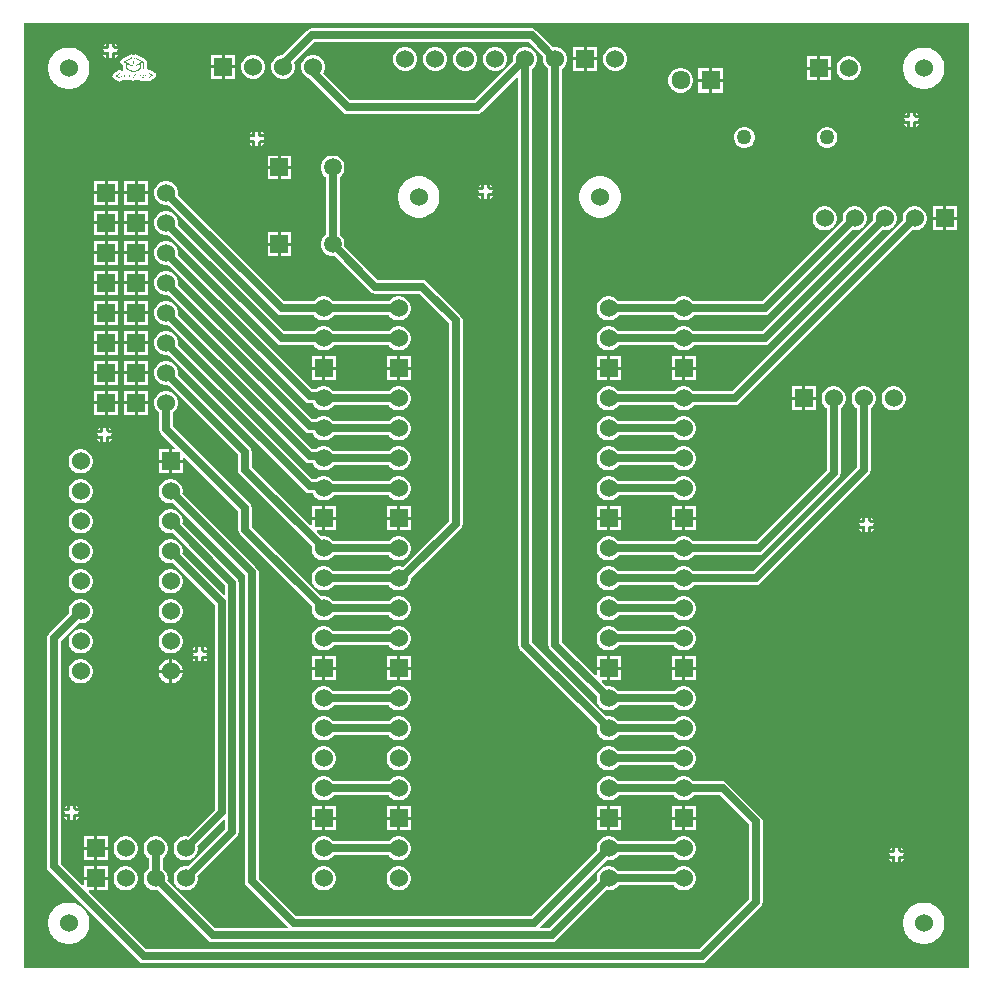
<source format=gtl>
G04*
G04 #@! TF.GenerationSoftware,Altium Limited,Altium Designer,24.0.1 (36)*
G04*
G04 Layer_Physical_Order=1*
G04 Layer_Color=255*
%FSLAX25Y25*%
%MOIN*%
G70*
G04*
G04 #@! TF.SameCoordinates,A26AD350-1B62-4F7C-A742-23546F987C93*
G04*
G04*
G04 #@! TF.FilePolarity,Positive*
G04*
G01*
G75*
%ADD13C,0.02500*%
%ADD24R,0.06000X0.06000*%
%ADD25C,0.06000*%
%ADD26R,0.05898X0.05898*%
%ADD27C,0.05898*%
%ADD28C,0.04953*%
%ADD29R,0.06339X0.06339*%
%ADD30C,0.06339*%
%ADD31C,0.01000*%
G36*
X314961D02*
X0D01*
Y314961D01*
X314961D01*
Y0D01*
D02*
G37*
%LPC*%
G36*
X29500Y308417D02*
X29150Y308272D01*
X29000Y308121D01*
X28850Y308272D01*
X28500Y308417D01*
Y307000D01*
X28000D01*
Y306500D01*
X26583D01*
X26728Y306150D01*
X26879Y306000D01*
X26728Y305850D01*
X26583Y305500D01*
X28000D01*
Y305000D01*
X28500D01*
Y303584D01*
X28850Y303728D01*
X29000Y303879D01*
X29150Y303728D01*
X29500Y303584D01*
Y305000D01*
X30000D01*
Y305500D01*
X31416D01*
X31272Y305850D01*
X31121Y306000D01*
X31272Y306150D01*
X31416Y306500D01*
X30000D01*
Y307000D01*
X29500D01*
Y308417D01*
D02*
G37*
G36*
X30500D02*
Y307500D01*
X31416D01*
X31272Y307850D01*
X30850Y308272D01*
X30500Y308417D01*
D02*
G37*
G36*
X27500D02*
X27150Y308272D01*
X26728Y307850D01*
X26583Y307500D01*
X27500D01*
Y308417D01*
D02*
G37*
G36*
X36105Y304642D02*
X36060Y304640D01*
X36054Y304642D01*
X35983Y304636D01*
X35908Y304633D01*
X35836Y304629D01*
X35789Y304633D01*
X35767Y304626D01*
X35709Y304623D01*
X35691Y304618D01*
X35675Y304611D01*
X35657Y304610D01*
X35625Y304601D01*
X35592Y304583D01*
X35582Y304582D01*
X35511Y304544D01*
X35410Y304511D01*
X35390Y304500D01*
X35367Y304480D01*
X35316Y304445D01*
X35289Y304435D01*
X35269Y304423D01*
X35263Y304420D01*
X35217Y304403D01*
X35160Y304369D01*
X35150Y304360D01*
X35122Y304350D01*
X35090Y304332D01*
X35089Y304332D01*
X35089Y304332D01*
X35084Y304328D01*
X35062Y304318D01*
X35003Y304276D01*
X34979Y304266D01*
X34973Y304263D01*
X34967Y304261D01*
X34944Y304252D01*
X34938Y304249D01*
X34932Y304248D01*
X34911Y304233D01*
X34889Y304226D01*
X34866Y304212D01*
X34845Y304193D01*
X34826Y304180D01*
X34798Y304167D01*
X34796Y304166D01*
X34773Y304161D01*
X34708Y304118D01*
X34695Y304116D01*
X34670Y304099D01*
X34650Y304092D01*
X34609Y304069D01*
X34599Y304062D01*
X34585Y304055D01*
X34575Y304048D01*
X34566Y304045D01*
X34554Y304038D01*
X34542Y304035D01*
X34533Y304031D01*
X34499Y304004D01*
X34497Y304002D01*
X34475Y303995D01*
X34464Y303989D01*
X34458Y303988D01*
X34381Y303936D01*
X34367Y303933D01*
X34342Y303922D01*
X34341Y303921D01*
X34335Y303919D01*
X34294Y303896D01*
X34276Y303881D01*
X34239Y303868D01*
X34194Y303840D01*
X34193Y303839D01*
X34171Y303832D01*
X34130Y303809D01*
X34127Y303807D01*
X34100Y303789D01*
X34094Y303783D01*
X34079Y303773D01*
X34055Y303766D01*
X34046Y303762D01*
X34016Y303738D01*
X34009Y303737D01*
X33986Y303728D01*
X33975Y303721D01*
X33966Y303719D01*
X33941Y303702D01*
X33909Y303693D01*
X33900Y303689D01*
X33850Y303650D01*
X33832Y303644D01*
X33800Y303626D01*
X33782Y303610D01*
X33771Y303606D01*
X33754Y303595D01*
X33733Y303591D01*
X33688Y303561D01*
X33681Y303560D01*
X33658Y303551D01*
X33653Y303547D01*
X33647Y303546D01*
X33615Y303525D01*
X33604Y303521D01*
X33572Y303503D01*
X33552Y303485D01*
X33534Y303479D01*
X33517Y303468D01*
X33496Y303464D01*
X33471Y303447D01*
X33444Y303437D01*
X33421Y303424D01*
X33406Y303410D01*
X33374Y303388D01*
X33353Y303379D01*
X33346Y303374D01*
X33339Y303372D01*
X33307Y303359D01*
X33264Y303329D01*
X33248Y303323D01*
X33242Y303319D01*
X33220Y303312D01*
X33152Y303276D01*
X33126Y303255D01*
X33119Y303250D01*
X33107Y303245D01*
X33102Y303242D01*
X33095Y303240D01*
X33079Y303230D01*
X33054Y303222D01*
X33015Y303200D01*
X33013Y303200D01*
X32931Y303145D01*
X32920Y303142D01*
X32824Y303096D01*
X32761Y303049D01*
X32727Y303037D01*
X32655Y302972D01*
X32542Y302897D01*
X32526Y302881D01*
X32516Y302866D01*
X32505Y302858D01*
X32479Y302815D01*
X32431Y302771D01*
X32375Y302656D01*
X32365Y302640D01*
X32345Y302615D01*
X32342Y302606D01*
X32305Y302550D01*
X32290Y302478D01*
X32259Y302413D01*
X32253Y302300D01*
X32233Y302233D01*
X32236Y302206D01*
X32227Y302160D01*
X32241Y302088D01*
X32237Y302015D01*
X32239Y301999D01*
X32267Y301921D01*
X32276Y301838D01*
X32299Y301796D01*
X32304Y301770D01*
X32338Y301719D01*
X32371Y301624D01*
X32427Y301562D01*
X32467Y301489D01*
X32520Y301446D01*
X32525Y301439D01*
X32550Y301422D01*
X32559Y301415D01*
X32637Y301328D01*
X32712Y301292D01*
X32777Y301240D01*
X32882Y301185D01*
X32885Y301184D01*
X32890Y301179D01*
X32931Y301156D01*
X32974Y301143D01*
X32995Y301129D01*
X33018Y301124D01*
X33058Y301098D01*
X33056Y300138D01*
X33061Y300116D01*
X33056Y300095D01*
X33059Y300084D01*
X33054Y300050D01*
X33067Y300003D01*
X33066Y299955D01*
X33070Y299927D01*
X33111Y299819D01*
X33134Y299705D01*
X33076Y299349D01*
X32991Y299219D01*
X32863Y299140D01*
X32697Y299160D01*
X32647Y299194D01*
X32552Y299279D01*
X32509Y299294D01*
X32487Y299311D01*
X32461Y299318D01*
X32422Y299344D01*
X32297Y299369D01*
X32176Y299411D01*
X32144Y299416D01*
X32079Y299412D01*
X32032Y299422D01*
X31952Y299406D01*
X31780Y299402D01*
X31764Y299395D01*
X31747Y299394D01*
X31642Y299344D01*
X31642Y299344D01*
X31641Y299343D01*
X31582Y299315D01*
X31547Y299300D01*
X31498Y299286D01*
X31489Y299282D01*
X31466Y299264D01*
X31415Y299242D01*
X31398Y299229D01*
X31380Y299220D01*
X31372Y299213D01*
X31352Y299200D01*
X31341Y299188D01*
X31297Y299165D01*
X31277Y299148D01*
X31271Y299146D01*
X31239Y299128D01*
X31212Y299104D01*
X31179Y299091D01*
X31152Y299073D01*
X31138Y299058D01*
X31131Y299056D01*
X31090Y299034D01*
X31063Y299010D01*
X31029Y298992D01*
X30968Y298941D01*
X30915Y298917D01*
X30885Y298896D01*
X30851Y298880D01*
X30821Y298846D01*
X30806Y298841D01*
X30755Y298814D01*
X30751Y298810D01*
X30714Y298793D01*
X30700Y298777D01*
X30685Y298768D01*
X30634Y298723D01*
X30632Y298721D01*
X30598Y298710D01*
X30557Y298687D01*
X30494Y298634D01*
X30473Y298627D01*
X30423Y298600D01*
X30387Y298570D01*
X30378Y298567D01*
X30346Y298549D01*
X30336Y298541D01*
X30336Y298541D01*
X30286Y298513D01*
X30278Y298507D01*
X30259Y298494D01*
X30238Y298474D01*
X30219Y298457D01*
X30168Y298434D01*
X30137Y298412D01*
X30119Y298404D01*
X30106Y298399D01*
X30069Y298365D01*
X30058Y298359D01*
X30033Y298339D01*
X30019Y298322D01*
X29925Y298261D01*
X29922Y298256D01*
X29917Y298253D01*
X29910Y298246D01*
X29868Y298183D01*
X29811Y298132D01*
X29758Y298019D01*
X29714Y297953D01*
X29700Y297933D01*
X29700Y297932D01*
X29689Y297916D01*
X29686Y297899D01*
X29684Y297897D01*
X29672Y297837D01*
X29641Y297772D01*
X29637Y297754D01*
X29631Y297629D01*
X29606Y297506D01*
X29621Y297432D01*
X29618Y297357D01*
X29660Y297239D01*
X29684Y297116D01*
X29726Y297053D01*
X29752Y296982D01*
X29836Y296889D01*
X29905Y296786D01*
X29914Y296776D01*
X29972Y296738D01*
X30018Y296686D01*
X30075Y296642D01*
X30136Y296613D01*
X30186Y296569D01*
X30218Y296551D01*
X30228Y296548D01*
X30230Y296546D01*
X30236Y296539D01*
X30240Y296537D01*
X30247Y296531D01*
X30281Y296512D01*
X30305Y296491D01*
X30337Y296473D01*
X30356Y296466D01*
X30373Y296452D01*
X30425Y296423D01*
X30430Y296421D01*
X30457Y296399D01*
X30498Y296376D01*
X30513Y296371D01*
X30534Y296353D01*
X30571Y296333D01*
X30600Y296308D01*
X30650Y296282D01*
X30662Y296271D01*
X30702Y296249D01*
X30735Y296221D01*
X30772Y296200D01*
X30783Y296191D01*
X30815Y296172D01*
X30842Y296164D01*
X30876Y296134D01*
X30896Y296123D01*
X30910Y296111D01*
X30933Y296097D01*
X30976Y296082D01*
X31015Y296049D01*
X31065Y296021D01*
X31068Y296020D01*
X31083Y296007D01*
X31094Y296002D01*
X31120Y295978D01*
X31143Y295965D01*
X31195Y295946D01*
X31228Y295920D01*
X31234Y295914D01*
X31265Y295892D01*
X31267Y295890D01*
X31276Y295885D01*
X31279Y295885D01*
X31291Y295875D01*
X31332Y295852D01*
X31337Y295850D01*
X31357Y295833D01*
X31409Y295803D01*
X31415Y295801D01*
X31441Y295779D01*
X31450Y295774D01*
X31460Y295764D01*
X31507Y295747D01*
X31521Y295736D01*
X31530Y295731D01*
X31554Y295725D01*
X31610Y295687D01*
X31724Y295665D01*
X31832Y295623D01*
X31860Y295619D01*
X31941Y295621D01*
X32000Y295610D01*
X32002Y295610D01*
X32027Y295605D01*
X32141Y295628D01*
X32257Y295631D01*
X32335Y295666D01*
X32418Y295683D01*
X32514Y295747D01*
X32530Y295755D01*
X32600Y295783D01*
X32605Y295788D01*
X32620Y295795D01*
X32678Y295857D01*
X32748Y295904D01*
X32755Y295911D01*
X32797Y295973D01*
X32856Y295975D01*
X32862Y295976D01*
X32903Y295973D01*
X32911Y295972D01*
X32912Y295973D01*
X32916Y295972D01*
X32930Y295974D01*
X32931Y295974D01*
X32956Y295976D01*
X32963Y295978D01*
X32975Y295980D01*
X32997Y295977D01*
X33027Y295985D01*
X33056Y295989D01*
X33059Y295990D01*
X33076Y295992D01*
X33094Y295993D01*
X33170Y295989D01*
X33202Y295994D01*
X33218Y295999D01*
X33236Y296000D01*
X33273Y296009D01*
X33280Y296012D01*
X33304Y296014D01*
X33322Y296018D01*
X33344Y296029D01*
X33369Y296031D01*
X33414Y296045D01*
X33460Y296069D01*
X33511Y296079D01*
X33634Y296162D01*
X33720Y296207D01*
X33781Y296204D01*
X33858Y296231D01*
X33920Y296236D01*
X33927Y296239D01*
X33980Y296235D01*
X34111Y296203D01*
X34216Y296199D01*
X34238Y296202D01*
X34260Y296198D01*
X34265D01*
X34278Y296200D01*
X34291Y296198D01*
X34473Y296202D01*
X34582Y296227D01*
X34585Y296227D01*
X34589Y296227D01*
X34671Y296226D01*
X34778Y296202D01*
X34965Y296198D01*
X34987Y296202D01*
X35009Y296198D01*
X35246Y296202D01*
X35344Y296224D01*
X35349Y296223D01*
X35365Y296227D01*
X35446Y296231D01*
X35542Y296208D01*
X35550Y296209D01*
X35579Y296202D01*
X35802Y296198D01*
X35829Y296180D01*
X35872Y296131D01*
X35928Y296102D01*
X35962Y296072D01*
X36024Y296050D01*
X36045Y296035D01*
X36061Y296023D01*
X36066Y296021D01*
X36105Y295995D01*
X36161Y295984D01*
X36198Y295963D01*
X36212Y295958D01*
X36219Y295957D01*
X36228Y295953D01*
X36253Y295946D01*
X36326Y295941D01*
X36337Y295937D01*
X36347Y295938D01*
X36442Y295910D01*
X36492Y295905D01*
X36556Y295912D01*
X36619Y295902D01*
X36708Y295923D01*
X36736Y295921D01*
X36784Y295936D01*
X36888Y295947D01*
X36944Y295978D01*
X37007Y295993D01*
X37032Y296004D01*
X37069Y296031D01*
X37114Y296046D01*
X37189Y296111D01*
X37237Y296138D01*
X37265Y296172D01*
X37306Y296201D01*
X37310Y296204D01*
X37312Y296205D01*
X37355Y296236D01*
X37379Y296276D01*
X37415Y296306D01*
X37421Y296314D01*
X37466Y296312D01*
X37516Y296294D01*
X37548Y296290D01*
X37616Y296294D01*
X37713Y296275D01*
X38034Y296277D01*
X38131Y296297D01*
X38204Y296294D01*
X38247Y296301D01*
X38709Y296251D01*
X38779Y296174D01*
X38851Y296065D01*
X38862Y296054D01*
X38901Y296029D01*
X38926Y295997D01*
X38950Y295985D01*
X38976Y295956D01*
X39079Y295907D01*
X39084Y295903D01*
X39094Y295900D01*
X39193Y295833D01*
X39210Y295830D01*
X39212Y295828D01*
X39263Y295818D01*
X39277Y295810D01*
X39286Y295810D01*
X39336Y295786D01*
X39354Y295781D01*
X39434Y295778D01*
X39458Y295769D01*
X39501Y295771D01*
X39602Y295751D01*
X39676Y295766D01*
X39751Y295762D01*
X39766Y295767D01*
X39803Y295760D01*
X39830Y295765D01*
X39888Y295758D01*
X39917Y295766D01*
X39963Y295754D01*
X40021Y295761D01*
X40048Y295756D01*
X40109Y295768D01*
X40202Y295765D01*
X40225Y295774D01*
X40266Y295763D01*
X40314Y295761D01*
X40345Y295766D01*
X40375Y295760D01*
X40411Y295768D01*
X40413Y295767D01*
X40451Y295772D01*
X40543Y295778D01*
X40690Y295774D01*
X40694Y295775D01*
X40753Y295775D01*
X40764Y295771D01*
X40799Y295771D01*
X40853Y295756D01*
X40859Y295757D01*
X40866Y295755D01*
X40904Y295753D01*
X41015Y295768D01*
X41033Y295765D01*
X41062Y295770D01*
X41120Y295770D01*
X41211Y295753D01*
X41282Y295768D01*
X41324Y295760D01*
X41381Y295771D01*
X41394Y295771D01*
X41400Y295769D01*
X41418Y295770D01*
X41493Y295749D01*
X41613Y295764D01*
X41734Y295760D01*
X41782Y295779D01*
X41807Y295774D01*
X41867Y295786D01*
X41952Y295783D01*
X41968Y295789D01*
X41985Y295789D01*
X42007Y295794D01*
X42099Y295832D01*
X42197Y295851D01*
X42281Y295907D01*
X42283Y295908D01*
X42324Y295924D01*
X42327Y295926D01*
X42375Y295946D01*
X42410Y295982D01*
X42439Y295998D01*
X42487Y296039D01*
X42501Y296048D01*
X42533Y296058D01*
X42583Y296085D01*
X42597Y296097D01*
X42646Y296123D01*
X42721Y296185D01*
X42721Y296185D01*
X42751Y296195D01*
X42759Y296200D01*
X42760Y296200D01*
X42769Y296205D01*
X42773Y296208D01*
X42783Y296213D01*
X42804Y296232D01*
X42807Y296234D01*
X42811Y296236D01*
X42825Y296248D01*
X42902Y296284D01*
X42907Y296289D01*
X42929Y296301D01*
X42943Y296313D01*
X42947Y296315D01*
X42963Y296326D01*
X42997Y296345D01*
X43019Y296363D01*
X43020Y296363D01*
X43070Y296390D01*
X43126Y296437D01*
X43158Y296458D01*
X43198Y296473D01*
X43234Y296496D01*
X43249Y296510D01*
X43266Y296516D01*
X43289Y296530D01*
X43300Y296540D01*
X43343Y296562D01*
X43351Y296570D01*
X43353Y296571D01*
X43378Y296587D01*
X43380Y296589D01*
X43417Y296609D01*
X43439Y296627D01*
X43480Y296648D01*
X43490Y296660D01*
X43498Y296667D01*
X43503Y296668D01*
X43553Y296696D01*
X43572Y296711D01*
X43578Y296713D01*
X43640Y296747D01*
X43699Y296798D01*
X43769Y296832D01*
X43825Y296897D01*
X43831Y296900D01*
X43852Y296927D01*
X43943Y297005D01*
X43979Y297074D01*
X44030Y297133D01*
X44048Y297165D01*
X44057Y297192D01*
X44075Y297214D01*
X44102Y297314D01*
X44125Y297359D01*
X44129Y297406D01*
X44175Y297542D01*
X44173Y297570D01*
X44180Y297598D01*
X44159Y297768D01*
X44147Y297939D01*
X44136Y297960D01*
X44134Y297979D01*
X44131Y297984D01*
X44131Y297993D01*
X44124Y298013D01*
X44034Y298171D01*
X43976Y298281D01*
X43969Y298295D01*
X43969Y298295D01*
X43950Y298331D01*
X43936Y298343D01*
X43927Y298359D01*
X43831Y298433D01*
X43827Y298439D01*
X43804Y298462D01*
X43748Y298500D01*
X43691Y298547D01*
X43685Y298555D01*
X43675Y298561D01*
X43644Y298586D01*
X43620Y298599D01*
X43589Y298626D01*
X43557Y298645D01*
X43533Y298653D01*
X43488Y298689D01*
X43481Y298692D01*
X43475Y298698D01*
X43444Y298721D01*
X43411Y298736D01*
X43385Y298750D01*
X43367Y298756D01*
X43362Y298758D01*
X43301Y298810D01*
X43278Y298823D01*
X43271Y298831D01*
X43255Y298842D01*
X43232Y298852D01*
X43193Y298873D01*
X43178Y298886D01*
X43151Y298900D01*
X43111Y298934D01*
X43059Y298964D01*
X43058Y298964D01*
X43038Y298982D01*
X43017Y298994D01*
X43002Y299007D01*
X42979Y299021D01*
X42950Y299031D01*
X42933Y299049D01*
X42901Y299072D01*
X42870Y299086D01*
X42869Y299087D01*
X42868Y299087D01*
X42832Y299103D01*
X42819Y299113D01*
X42810Y299118D01*
X42810Y299118D01*
X42755Y299163D01*
X42749Y299166D01*
X42728Y299182D01*
X42715Y299187D01*
X42705Y299196D01*
X42673Y299214D01*
X42656Y299220D01*
X42656Y299221D01*
X42630Y299241D01*
X42630Y299242D01*
X42624Y299247D01*
X42581Y299270D01*
X42560Y299288D01*
X42527Y299306D01*
X42491Y299337D01*
X42462Y299354D01*
X42444Y299369D01*
X42393Y299396D01*
X42382Y299406D01*
X42350Y299424D01*
X42325Y299432D01*
X42311Y299440D01*
X42298Y299452D01*
X42276Y299460D01*
X42213Y299501D01*
X42188Y299506D01*
X42101Y299553D01*
X42097Y299554D01*
X42093Y299556D01*
X41975Y299567D01*
X41923Y299586D01*
X41833Y299582D01*
X41706Y299595D01*
X41681Y299593D01*
X41671Y299590D01*
X41658Y299591D01*
X41631Y299596D01*
X41477Y299668D01*
X41304Y299830D01*
X41210Y299942D01*
X41203Y299969D01*
X41197Y299988D01*
X41194Y300040D01*
X41188Y300062D01*
X41190Y300085D01*
X41186Y300126D01*
X41182Y300171D01*
X41180Y300179D01*
X41176Y300258D01*
X41174Y300264D01*
X41175Y300270D01*
X41172Y300325D01*
X41165Y300556D01*
X41163Y300568D01*
X41164Y300580D01*
X41158Y300714D01*
X41154Y300727D01*
X41156Y300741D01*
X41148Y300847D01*
X41144Y300921D01*
X41138Y300945D01*
X41140Y300969D01*
X41136Y301015D01*
X41134Y301020D01*
X41134Y301026D01*
X41131Y301057D01*
X41130Y301072D01*
X41126Y301152D01*
X41122Y301284D01*
X41120Y301294D01*
X41121Y301304D01*
X41117Y301381D01*
X41113Y301504D01*
X41111Y301513D01*
X41112Y301523D01*
X41107Y301609D01*
X41105Y301619D01*
X41106Y301628D01*
X41102Y301692D01*
X41100Y301699D01*
X41100Y301707D01*
X41094Y301786D01*
X41090Y301798D01*
X41087Y301865D01*
X41083Y301883D01*
X41079Y302101D01*
X41065Y302163D01*
X41069Y302226D01*
X41064Y302258D01*
X41041Y302326D01*
X41039Y302367D01*
X41015Y302420D01*
X41002Y302493D01*
X40993Y302516D01*
X40952Y302578D01*
X40932Y302634D01*
X40905Y302664D01*
X40876Y302729D01*
X40864Y302745D01*
X40829Y302778D01*
X40805Y302820D01*
X40783Y302838D01*
X40775Y302849D01*
X40758Y302861D01*
X40746Y302878D01*
X40740Y302885D01*
X40695Y302915D01*
X40693Y302917D01*
X40662Y302937D01*
X40656Y302941D01*
X40574Y303018D01*
X40535Y303032D01*
X40522Y303042D01*
X40518Y303044D01*
X40491Y303064D01*
X40487Y303066D01*
X40475Y303076D01*
X40447Y303090D01*
X40424Y303096D01*
X40409Y303106D01*
X40386Y303124D01*
X40377Y303128D01*
X40366Y303131D01*
X40363Y303133D01*
X40353Y303136D01*
X40353Y303136D01*
X40338Y303143D01*
X40322Y303154D01*
X40290Y303167D01*
X40288Y303168D01*
X40283Y303171D01*
X40237Y303192D01*
X40179Y303231D01*
X40149Y303237D01*
X40097Y303272D01*
X40087Y303274D01*
X40057Y303293D01*
X40055Y303294D01*
X40005Y303327D01*
X39991Y303330D01*
X39971Y303348D01*
X39939Y303366D01*
X39909Y303376D01*
X39908Y303377D01*
X39904Y303379D01*
X39901Y303380D01*
X39897Y303382D01*
X39869Y303405D01*
X39801Y303441D01*
X39769Y303459D01*
X39746Y303466D01*
X39728Y303481D01*
X39687Y303504D01*
X39644Y303518D01*
X39623Y303532D01*
X39604Y303536D01*
X39561Y303572D01*
X39511Y303599D01*
X39490Y303606D01*
X39485Y303609D01*
X39421Y303638D01*
X39407Y303647D01*
X39399Y303655D01*
X39372Y303673D01*
X39325Y303693D01*
X39299Y303710D01*
X39295Y303711D01*
X39272Y303726D01*
X39271Y303726D01*
X39255Y303740D01*
X39223Y303758D01*
X39175Y303774D01*
X39173Y303776D01*
X39168Y303778D01*
X39142Y303798D01*
X39133Y303803D01*
X39127Y303804D01*
X39119Y303810D01*
X39103Y303817D01*
X39087Y303831D01*
X39055Y303849D01*
X39028Y303858D01*
X39020Y303861D01*
X39019Y303862D01*
X38991Y303881D01*
X38983Y303884D01*
X38981Y303885D01*
X38972Y303890D01*
X38969Y303891D01*
X38941Y303912D01*
X38932Y303917D01*
X38928Y303918D01*
X38921Y303924D01*
X38880Y303946D01*
X38867Y303950D01*
X38861Y303954D01*
X38824Y303968D01*
X38781Y303987D01*
X38742Y304018D01*
X38701Y304040D01*
X38690Y304050D01*
X38658Y304068D01*
X38605Y304085D01*
X38574Y304107D01*
X38546Y304112D01*
X38534Y304120D01*
X38467Y304172D01*
X38458Y304177D01*
X38435Y304183D01*
X38416Y304196D01*
X38375Y304215D01*
X38372Y304215D01*
X38355Y304227D01*
X38354Y304228D01*
X38351Y304229D01*
X38324Y304248D01*
X38314Y304250D01*
X38303Y304255D01*
X38302Y304256D01*
X38300Y304257D01*
X38295Y304259D01*
X38285Y304268D01*
X38253Y304287D01*
X38223Y304296D01*
X38201Y304315D01*
X38160Y304338D01*
X38124Y304350D01*
X38089Y304377D01*
X38080Y304382D01*
X38050Y304390D01*
X38023Y304412D01*
X37946Y304453D01*
X37936Y304456D01*
X37927Y304462D01*
X37925Y304463D01*
X37909Y304475D01*
X37845Y304507D01*
X37777Y304526D01*
X37774Y304527D01*
X37763Y304531D01*
X37630Y304597D01*
X37605Y304604D01*
X37578Y304606D01*
X37560Y304613D01*
X37529Y304613D01*
X37487Y304629D01*
X37418Y304625D01*
X37391Y304633D01*
X37320Y304624D01*
X37208Y304631D01*
X37150Y304612D01*
X37090Y304609D01*
X37071Y304605D01*
X37035Y304588D01*
X36996Y304583D01*
X36966Y304566D01*
X36917Y304569D01*
X36760Y304549D01*
X36602Y304541D01*
X36584Y304537D01*
X36584Y304536D01*
X36583Y304536D01*
X36552Y304521D01*
X36522Y304518D01*
X36492Y304501D01*
X36492Y304501D01*
X36491Y304501D01*
X36491Y304502D01*
X36480Y304508D01*
X36309Y304570D01*
X36302Y304573D01*
X36296Y304574D01*
X36106Y304642D01*
X36106Y304642D01*
X36105Y304642D01*
D02*
G37*
G36*
X191165Y307150D02*
X187665D01*
Y303650D01*
X191165D01*
Y307150D01*
D02*
G37*
G36*
X186665D02*
X183165D01*
Y303650D01*
X186665D01*
Y307150D01*
D02*
G37*
G36*
X31416Y304500D02*
X30500D01*
Y303584D01*
X30850Y303728D01*
X31272Y304150D01*
X31416Y304500D01*
D02*
G37*
G36*
X27500D02*
X26583D01*
X26728Y304150D01*
X27150Y303728D01*
X27500Y303584D01*
Y304500D01*
D02*
G37*
G36*
X70500D02*
X67000D01*
Y301000D01*
X70500D01*
Y304500D01*
D02*
G37*
G36*
X66000D02*
X62500D01*
Y301000D01*
X66000D01*
Y304500D01*
D02*
G37*
G36*
X269000Y304000D02*
X265500D01*
Y300500D01*
X269000D01*
Y304000D01*
D02*
G37*
G36*
X264500D02*
X261000D01*
Y300500D01*
X264500D01*
Y304000D01*
D02*
G37*
G36*
X197692Y307150D02*
X196639D01*
X195621Y306877D01*
X194709Y306350D01*
X193965Y305606D01*
X193438Y304694D01*
X193165Y303676D01*
Y302623D01*
X193438Y301606D01*
X193965Y300694D01*
X194709Y299949D01*
X195621Y299422D01*
X196639Y299150D01*
X197692D01*
X198709Y299422D01*
X199621Y299949D01*
X200366Y300694D01*
X200893Y301606D01*
X201165Y302623D01*
Y303676D01*
X200893Y304694D01*
X200366Y305606D01*
X199621Y306350D01*
X198709Y306877D01*
X197692Y307150D01*
D02*
G37*
G36*
X191165Y302650D02*
X187665D01*
Y299150D01*
X191165D01*
Y302650D01*
D02*
G37*
G36*
X186665D02*
X183165D01*
Y299150D01*
X186665D01*
Y302650D01*
D02*
G37*
G36*
X157692Y307150D02*
X156639D01*
X155621Y306877D01*
X154709Y306350D01*
X153965Y305606D01*
X153438Y304694D01*
X153165Y303676D01*
Y302623D01*
X153438Y301606D01*
X153965Y300694D01*
X154709Y299949D01*
X155621Y299422D01*
X156639Y299150D01*
X157692D01*
X158709Y299422D01*
X159621Y299949D01*
X160366Y300694D01*
X160893Y301606D01*
X161165Y302623D01*
Y303676D01*
X160893Y304694D01*
X160366Y305606D01*
X159621Y306350D01*
X158709Y306877D01*
X157692Y307150D01*
D02*
G37*
G36*
X147692D02*
X146639D01*
X145621Y306877D01*
X144709Y306350D01*
X143965Y305606D01*
X143438Y304694D01*
X143165Y303676D01*
Y302623D01*
X143438Y301606D01*
X143965Y300694D01*
X144709Y299949D01*
X145621Y299422D01*
X146639Y299150D01*
X147692D01*
X148709Y299422D01*
X149621Y299949D01*
X150366Y300694D01*
X150893Y301606D01*
X151165Y302623D01*
Y303676D01*
X150893Y304694D01*
X150366Y305606D01*
X149621Y306350D01*
X148709Y306877D01*
X147692Y307150D01*
D02*
G37*
G36*
X137692D02*
X136639D01*
X135621Y306877D01*
X134709Y306350D01*
X133965Y305606D01*
X133438Y304694D01*
X133165Y303676D01*
Y302623D01*
X133438Y301606D01*
X133965Y300694D01*
X134709Y299949D01*
X135621Y299422D01*
X136639Y299150D01*
X137692D01*
X138709Y299422D01*
X139621Y299949D01*
X140366Y300694D01*
X140893Y301606D01*
X141165Y302623D01*
Y303676D01*
X140893Y304694D01*
X140366Y305606D01*
X139621Y306350D01*
X138709Y306877D01*
X137692Y307150D01*
D02*
G37*
G36*
X127692D02*
X126639D01*
X125621Y306877D01*
X124709Y306350D01*
X123965Y305606D01*
X123438Y304694D01*
X123165Y303676D01*
Y302623D01*
X123438Y301606D01*
X123965Y300694D01*
X124709Y299949D01*
X125621Y299422D01*
X126639Y299150D01*
X127692D01*
X128709Y299422D01*
X129621Y299949D01*
X130366Y300694D01*
X130893Y301606D01*
X131165Y302623D01*
Y303676D01*
X130893Y304694D01*
X130366Y305606D01*
X129621Y306350D01*
X128709Y306877D01*
X127692Y307150D01*
D02*
G37*
G36*
X233169Y300169D02*
X229500D01*
Y296500D01*
X233169D01*
Y300169D01*
D02*
G37*
G36*
X77027Y304500D02*
X75973D01*
X74956Y304227D01*
X74044Y303701D01*
X73299Y302956D01*
X72773Y302044D01*
X72500Y301027D01*
Y299973D01*
X72773Y298956D01*
X73299Y298044D01*
X74044Y297299D01*
X74956Y296773D01*
X75973Y296500D01*
X77027D01*
X78044Y296773D01*
X78956Y297299D01*
X79701Y298044D01*
X80227Y298956D01*
X80500Y299973D01*
Y301027D01*
X80227Y302044D01*
X79701Y302956D01*
X78956Y303701D01*
X78044Y304227D01*
X77027Y304500D01*
D02*
G37*
G36*
X70500Y300000D02*
X67000D01*
Y296500D01*
X70500D01*
Y300000D01*
D02*
G37*
G36*
X66000D02*
X62500D01*
Y296500D01*
X66000D01*
Y300000D01*
D02*
G37*
G36*
X228500Y300169D02*
X224831D01*
Y296500D01*
X228500D01*
Y300169D01*
D02*
G37*
G36*
X275527Y304000D02*
X274473D01*
X273456Y303727D01*
X272544Y303201D01*
X271799Y302456D01*
X271273Y301544D01*
X271000Y300527D01*
Y299473D01*
X271273Y298456D01*
X271799Y297544D01*
X272544Y296799D01*
X273456Y296273D01*
X274473Y296000D01*
X275527D01*
X276544Y296273D01*
X277456Y296799D01*
X278201Y297544D01*
X278727Y298456D01*
X279000Y299473D01*
Y300527D01*
X278727Y301544D01*
X278201Y302456D01*
X277456Y303201D01*
X276544Y303727D01*
X275527Y304000D01*
D02*
G37*
G36*
X269000Y299500D02*
X265500D01*
Y296000D01*
X269000D01*
Y299500D01*
D02*
G37*
G36*
X264500D02*
X261000D01*
Y296000D01*
X264500D01*
Y299500D01*
D02*
G37*
G36*
X300680Y306906D02*
X299320D01*
X297986Y306640D01*
X296729Y306120D01*
X295598Y305364D01*
X294636Y304402D01*
X293880Y303271D01*
X293360Y302014D01*
X293094Y300680D01*
Y299320D01*
X293360Y297986D01*
X293880Y296729D01*
X294636Y295598D01*
X295598Y294636D01*
X296729Y293880D01*
X297986Y293360D01*
X299320Y293094D01*
X300680D01*
X302014Y293360D01*
X303271Y293880D01*
X304402Y294636D01*
X305364Y295598D01*
X306120Y296729D01*
X306640Y297986D01*
X306906Y299320D01*
Y300680D01*
X306640Y302014D01*
X306120Y303271D01*
X305364Y304402D01*
X304402Y305364D01*
X303271Y306120D01*
X302014Y306640D01*
X300680Y306906D01*
D02*
G37*
G36*
X15680D02*
X14320D01*
X12986Y306640D01*
X11729Y306120D01*
X10598Y305364D01*
X9636Y304402D01*
X8880Y303271D01*
X8360Y302014D01*
X8095Y300680D01*
Y299320D01*
X8360Y297986D01*
X8880Y296729D01*
X9636Y295598D01*
X10598Y294636D01*
X11729Y293880D01*
X12986Y293360D01*
X14320Y293094D01*
X15680D01*
X17014Y293360D01*
X18271Y293880D01*
X19402Y294636D01*
X20364Y295598D01*
X21120Y296729D01*
X21640Y297986D01*
X21905Y299320D01*
Y300680D01*
X21640Y302014D01*
X21120Y303271D01*
X20364Y304402D01*
X19402Y305364D01*
X18271Y306120D01*
X17014Y306640D01*
X15680Y306906D01*
D02*
G37*
G36*
X233169Y295500D02*
X229500D01*
Y291831D01*
X233169D01*
Y295500D01*
D02*
G37*
G36*
X228500D02*
X224831D01*
Y291831D01*
X228500D01*
Y295500D01*
D02*
G37*
G36*
X219549Y300169D02*
X218451D01*
X217391Y299885D01*
X216440Y299336D01*
X215664Y298560D01*
X215115Y297609D01*
X214831Y296549D01*
Y295451D01*
X215115Y294391D01*
X215664Y293440D01*
X216440Y292664D01*
X217391Y292115D01*
X218451Y291831D01*
X219549D01*
X220609Y292115D01*
X221560Y292664D01*
X222336Y293440D01*
X222885Y294391D01*
X223169Y295451D01*
Y296549D01*
X222885Y297609D01*
X222336Y298560D01*
X221560Y299336D01*
X220609Y299885D01*
X219549Y300169D01*
D02*
G37*
G36*
X167692Y307150D02*
X166639D01*
X165621Y306877D01*
X164709Y306350D01*
X163965Y305606D01*
X163438Y304694D01*
X163165Y303676D01*
Y302623D01*
X163214Y302442D01*
X150066Y289294D01*
X108950D01*
X99884Y298361D01*
X100227Y298956D01*
X100500Y299973D01*
Y301027D01*
X100227Y302044D01*
X99701Y302956D01*
X98956Y303701D01*
X98044Y304227D01*
X97027Y304500D01*
X95973D01*
X94956Y304227D01*
X94044Y303701D01*
X93299Y302956D01*
X92773Y302044D01*
X92500Y301027D01*
Y299973D01*
X92773Y298956D01*
X93299Y298044D01*
X94044Y297299D01*
X94956Y296773D01*
X94993Y296763D01*
X106378Y285378D01*
X107122Y284880D01*
X108000Y284706D01*
X151016D01*
X151894Y284880D01*
X152638Y285378D01*
X164409Y297149D01*
X164871Y296958D01*
Y107835D01*
X165046Y106957D01*
X165543Y106212D01*
X191048Y80707D01*
X191000Y80527D01*
Y79473D01*
X191273Y78456D01*
X191799Y77544D01*
X192544Y76799D01*
X193456Y76273D01*
X194473Y76000D01*
X195527D01*
X196544Y76273D01*
X197456Y76799D01*
X198201Y77544D01*
X198294Y77706D01*
X216706D01*
X216799Y77544D01*
X217544Y76799D01*
X218456Y76273D01*
X219473Y76000D01*
X220527D01*
X221544Y76273D01*
X222456Y76799D01*
X223201Y77544D01*
X223727Y78456D01*
X224000Y79473D01*
Y80527D01*
X223727Y81544D01*
X223201Y82456D01*
X222456Y83201D01*
X221544Y83727D01*
X220527Y84000D01*
X219473D01*
X218456Y83727D01*
X217544Y83201D01*
X216799Y82456D01*
X216706Y82294D01*
X198294D01*
X198201Y82456D01*
X197456Y83201D01*
X196544Y83727D01*
X195527Y84000D01*
X194473D01*
X194293Y83952D01*
X169459Y108785D01*
Y299855D01*
X169621Y299949D01*
X170366Y300694D01*
X170893Y301606D01*
X171165Y302623D01*
Y303676D01*
X170893Y304694D01*
X170366Y305606D01*
X169621Y306350D01*
X168709Y306877D01*
X167692Y307150D01*
D02*
G37*
G36*
X296500Y285417D02*
X296150Y285272D01*
X296000Y285121D01*
X295850Y285272D01*
X295500Y285417D01*
Y284000D01*
X295000D01*
Y283500D01*
X293583D01*
X293728Y283150D01*
X293879Y283000D01*
X293728Y282850D01*
X293583Y282500D01*
X295000D01*
Y282000D01*
X295500D01*
Y280584D01*
X295850Y280728D01*
X296000Y280879D01*
X296150Y280728D01*
X296500Y280584D01*
Y282000D01*
X297000D01*
Y282500D01*
X298416D01*
X298272Y282850D01*
X298121Y283000D01*
X298272Y283150D01*
X298416Y283500D01*
X297000D01*
Y284000D01*
X296500D01*
Y285417D01*
D02*
G37*
G36*
X297500D02*
Y284500D01*
X298416D01*
X298272Y284850D01*
X297850Y285272D01*
X297500Y285417D01*
D02*
G37*
G36*
X294500D02*
X294150Y285272D01*
X293728Y284850D01*
X293583Y284500D01*
X294500D01*
Y285417D01*
D02*
G37*
G36*
X298416Y281500D02*
X297500D01*
Y280584D01*
X297850Y280728D01*
X298272Y281150D01*
X298416Y281500D01*
D02*
G37*
G36*
X294500D02*
X293583D01*
X293728Y281150D01*
X294150Y280728D01*
X294500Y280584D01*
Y281500D01*
D02*
G37*
G36*
X78240Y279007D02*
X77890Y278862D01*
X77740Y278712D01*
X77590Y278862D01*
X77240Y279007D01*
Y277590D01*
X76740D01*
Y277091D01*
X75324D01*
X75468Y276741D01*
X75619Y276590D01*
X75468Y276440D01*
X75324Y276091D01*
X76740D01*
Y275590D01*
X77240D01*
Y274174D01*
X77590Y274319D01*
X77740Y274469D01*
X77890Y274319D01*
X78240Y274174D01*
Y275590D01*
X78740D01*
Y276091D01*
X80157D01*
X80012Y276440D01*
X79861Y276590D01*
X80012Y276741D01*
X80157Y277091D01*
X78740D01*
Y277590D01*
X78240D01*
Y279007D01*
D02*
G37*
G36*
X79240D02*
Y278091D01*
X80157D01*
X80012Y278440D01*
X79590Y278862D01*
X79240Y279007D01*
D02*
G37*
G36*
X76240D02*
X75890Y278862D01*
X75468Y278440D01*
X75324Y278091D01*
X76240D01*
Y279007D01*
D02*
G37*
G36*
X80157Y275091D02*
X79240D01*
Y274174D01*
X79590Y274319D01*
X80012Y274741D01*
X80157Y275091D01*
D02*
G37*
G36*
X76240D02*
X75324D01*
X75468Y274741D01*
X75890Y274319D01*
X76240Y274174D01*
Y275091D01*
D02*
G37*
G36*
X268237Y280476D02*
X267322D01*
X266438Y280240D01*
X265645Y279782D01*
X264998Y279134D01*
X264540Y278342D01*
X264303Y277458D01*
Y276542D01*
X264540Y275658D01*
X264998Y274866D01*
X265645Y274218D01*
X266438Y273761D01*
X267322Y273524D01*
X268237D01*
X269121Y273761D01*
X269914Y274218D01*
X270561Y274866D01*
X271019Y275658D01*
X271256Y276542D01*
Y277458D01*
X271019Y278342D01*
X270561Y279134D01*
X269914Y279782D01*
X269121Y280240D01*
X268237Y280476D01*
D02*
G37*
G36*
X240678D02*
X239763D01*
X238879Y280240D01*
X238086Y279782D01*
X237439Y279134D01*
X236981Y278342D01*
X236744Y277458D01*
Y276542D01*
X236981Y275658D01*
X237439Y274866D01*
X238086Y274218D01*
X238879Y273761D01*
X239763Y273524D01*
X240678D01*
X241562Y273761D01*
X242355Y274218D01*
X243002Y274866D01*
X243460Y275658D01*
X243697Y276542D01*
Y277458D01*
X243460Y278342D01*
X243002Y279134D01*
X242355Y279782D01*
X241562Y280240D01*
X240678Y280476D01*
D02*
G37*
G36*
X89232Y270949D02*
X85783D01*
Y267500D01*
X89232D01*
Y270949D01*
D02*
G37*
G36*
X84784D02*
X81335D01*
Y267500D01*
X84784D01*
Y270949D01*
D02*
G37*
G36*
X89232Y266500D02*
X85783D01*
Y263051D01*
X89232D01*
Y266500D01*
D02*
G37*
G36*
X84784D02*
X81335D01*
Y263051D01*
X84784D01*
Y266500D01*
D02*
G37*
G36*
X154500Y261417D02*
X154150Y261272D01*
X154000Y261121D01*
X153850Y261272D01*
X153500Y261417D01*
Y260000D01*
X153000D01*
Y259500D01*
X151584D01*
X151728Y259150D01*
X151879Y259000D01*
X151728Y258850D01*
X151584Y258500D01*
X153000D01*
Y258000D01*
X153500D01*
Y256583D01*
X153850Y256728D01*
X154000Y256879D01*
X154150Y256728D01*
X154500Y256583D01*
Y258000D01*
X155000D01*
Y258500D01*
X156416D01*
X156272Y258850D01*
X156121Y259000D01*
X156272Y259150D01*
X156416Y259500D01*
X155000D01*
Y260000D01*
X154500D01*
Y261417D01*
D02*
G37*
G36*
X155500D02*
Y260500D01*
X156416D01*
X156272Y260850D01*
X155850Y261272D01*
X155500Y261417D01*
D02*
G37*
G36*
X152500D02*
X152150Y261272D01*
X151728Y260850D01*
X151584Y260500D01*
X152500D01*
Y261417D01*
D02*
G37*
G36*
X41500Y262500D02*
X38000D01*
Y259000D01*
X41500D01*
Y262500D01*
D02*
G37*
G36*
X37000D02*
X33500D01*
Y259000D01*
X37000D01*
Y262500D01*
D02*
G37*
G36*
X31500D02*
X28000D01*
Y259000D01*
X31500D01*
Y262500D01*
D02*
G37*
G36*
X27000D02*
X23500D01*
Y259000D01*
X27000D01*
Y262500D01*
D02*
G37*
G36*
X156416Y257500D02*
X155500D01*
Y256583D01*
X155850Y256728D01*
X156272Y257150D01*
X156416Y257500D01*
D02*
G37*
G36*
X152500D02*
X151584D01*
X151728Y257150D01*
X152150Y256728D01*
X152500Y256583D01*
Y257500D01*
D02*
G37*
G36*
X41500Y258000D02*
X38000D01*
Y254500D01*
X41500D01*
Y258000D01*
D02*
G37*
G36*
X37000D02*
X33500D01*
Y254500D01*
X37000D01*
Y258000D01*
D02*
G37*
G36*
X31500D02*
X28000D01*
Y254500D01*
X31500D01*
Y258000D01*
D02*
G37*
G36*
X27000D02*
X23500D01*
Y254500D01*
X27000D01*
Y258000D01*
D02*
G37*
G36*
X311000Y254000D02*
X307500D01*
Y250500D01*
X311000D01*
Y254000D01*
D02*
G37*
G36*
X306500D02*
X303000D01*
Y250500D01*
X306500D01*
Y254000D01*
D02*
G37*
G36*
X192845Y264055D02*
X191485D01*
X190151Y263790D01*
X188894Y263269D01*
X187763Y262513D01*
X186802Y261552D01*
X186046Y260421D01*
X185525Y259164D01*
X185260Y257830D01*
Y256469D01*
X185525Y255135D01*
X186046Y253879D01*
X186802Y252748D01*
X187763Y251786D01*
X188894Y251030D01*
X190151Y250510D01*
X191485Y250244D01*
X192845D01*
X194180Y250510D01*
X195436Y251030D01*
X196567Y251786D01*
X197529Y252748D01*
X198285Y253879D01*
X198805Y255135D01*
X199071Y256469D01*
Y257830D01*
X198805Y259164D01*
X198285Y260421D01*
X197529Y261552D01*
X196567Y262513D01*
X195436Y263269D01*
X194180Y263790D01*
X192845Y264055D01*
D02*
G37*
G36*
X132345D02*
X130985D01*
X129651Y263790D01*
X128394Y263269D01*
X127263Y262513D01*
X126302Y261552D01*
X125546Y260421D01*
X125025Y259164D01*
X124760Y257830D01*
Y256469D01*
X125025Y255135D01*
X125546Y253879D01*
X126302Y252748D01*
X127263Y251786D01*
X128394Y251030D01*
X129651Y250510D01*
X130985Y250244D01*
X132345D01*
X133680Y250510D01*
X134936Y251030D01*
X136067Y251786D01*
X137029Y252748D01*
X137785Y253879D01*
X138305Y255135D01*
X138571Y256469D01*
Y257830D01*
X138305Y259164D01*
X137785Y260421D01*
X137029Y261552D01*
X136067Y262513D01*
X134936Y263269D01*
X133680Y263790D01*
X132345Y264055D01*
D02*
G37*
G36*
X41500Y252500D02*
X38000D01*
Y249000D01*
X41500D01*
Y252500D01*
D02*
G37*
G36*
X37000D02*
X33500D01*
Y249000D01*
X37000D01*
Y252500D01*
D02*
G37*
G36*
X31500D02*
X28000D01*
Y249000D01*
X31500D01*
Y252500D01*
D02*
G37*
G36*
X27000D02*
X23500D01*
Y249000D01*
X27000D01*
Y252500D01*
D02*
G37*
G36*
X311000Y249500D02*
X307500D01*
Y246000D01*
X311000D01*
Y249500D01*
D02*
G37*
G36*
X306500D02*
X303000D01*
Y246000D01*
X306500D01*
Y249500D01*
D02*
G37*
G36*
X297527Y254000D02*
X296473D01*
X295456Y253727D01*
X294544Y253201D01*
X293799Y252456D01*
X293273Y251544D01*
X293000Y250527D01*
Y249473D01*
X293048Y249293D01*
X236050Y192294D01*
X223294D01*
X223201Y192456D01*
X222456Y193201D01*
X221544Y193727D01*
X220527Y194000D01*
X219473D01*
X218456Y193727D01*
X217544Y193201D01*
X216799Y192456D01*
X216706Y192294D01*
X198294D01*
X198201Y192456D01*
X197456Y193201D01*
X196544Y193727D01*
X195527Y194000D01*
X194473D01*
X193456Y193727D01*
X192544Y193201D01*
X191799Y192456D01*
X191273Y191544D01*
X191000Y190527D01*
Y189473D01*
X191273Y188456D01*
X191799Y187544D01*
X192544Y186799D01*
X193456Y186273D01*
X194473Y186000D01*
X195527D01*
X196544Y186273D01*
X197456Y186799D01*
X198201Y187544D01*
X198294Y187706D01*
X216706D01*
X216799Y187544D01*
X217544Y186799D01*
X218456Y186273D01*
X219473Y186000D01*
X220527D01*
X221544Y186273D01*
X222456Y186799D01*
X223201Y187544D01*
X223294Y187706D01*
X237000D01*
X237878Y187881D01*
X238622Y188378D01*
X296293Y246048D01*
X296473Y246000D01*
X297527D01*
X298544Y246273D01*
X299456Y246799D01*
X300201Y247544D01*
X300727Y248456D01*
X301000Y249473D01*
Y250527D01*
X300727Y251544D01*
X300201Y252456D01*
X299456Y253201D01*
X298544Y253727D01*
X297527Y254000D01*
D02*
G37*
G36*
X287527D02*
X286473D01*
X285456Y253727D01*
X284544Y253201D01*
X283799Y252456D01*
X283273Y251544D01*
X283000Y250527D01*
Y249473D01*
X283048Y249293D01*
X246050Y212294D01*
X223294D01*
X223201Y212456D01*
X222456Y213201D01*
X221544Y213727D01*
X220527Y214000D01*
X219473D01*
X218456Y213727D01*
X217544Y213201D01*
X216799Y212456D01*
X216706Y212294D01*
X198294D01*
X198201Y212456D01*
X197456Y213201D01*
X196544Y213727D01*
X195527Y214000D01*
X194473D01*
X193456Y213727D01*
X192544Y213201D01*
X191799Y212456D01*
X191273Y211544D01*
X191000Y210527D01*
Y209473D01*
X191273Y208456D01*
X191799Y207544D01*
X192544Y206799D01*
X193456Y206273D01*
X194473Y206000D01*
X195527D01*
X196544Y206273D01*
X197456Y206799D01*
X198201Y207544D01*
X198294Y207706D01*
X216706D01*
X216799Y207544D01*
X217544Y206799D01*
X218456Y206273D01*
X219473Y206000D01*
X220527D01*
X221544Y206273D01*
X222456Y206799D01*
X223201Y207544D01*
X223294Y207706D01*
X247000D01*
X247878Y207880D01*
X248622Y208378D01*
X286293Y246048D01*
X286473Y246000D01*
X287527D01*
X288544Y246273D01*
X289456Y246799D01*
X290201Y247544D01*
X290727Y248456D01*
X291000Y249473D01*
Y250527D01*
X290727Y251544D01*
X290201Y252456D01*
X289456Y253201D01*
X288544Y253727D01*
X287527Y254000D01*
D02*
G37*
G36*
X277527D02*
X276473D01*
X275456Y253727D01*
X274544Y253201D01*
X273799Y252456D01*
X273273Y251544D01*
X273000Y250527D01*
Y249473D01*
X273048Y249293D01*
X246050Y222294D01*
X223294D01*
X223201Y222456D01*
X222456Y223201D01*
X221544Y223727D01*
X220527Y224000D01*
X219473D01*
X218456Y223727D01*
X217544Y223201D01*
X216799Y222456D01*
X216706Y222294D01*
X198294D01*
X198201Y222456D01*
X197456Y223201D01*
X196544Y223727D01*
X195527Y224000D01*
X194473D01*
X193456Y223727D01*
X192544Y223201D01*
X191799Y222456D01*
X191273Y221544D01*
X191000Y220527D01*
Y219473D01*
X191273Y218456D01*
X191799Y217544D01*
X192544Y216799D01*
X193456Y216273D01*
X194473Y216000D01*
X195527D01*
X196544Y216273D01*
X197456Y216799D01*
X198201Y217544D01*
X198294Y217706D01*
X216706D01*
X216799Y217544D01*
X217544Y216799D01*
X218456Y216273D01*
X219473Y216000D01*
X220527D01*
X221544Y216273D01*
X222456Y216799D01*
X223201Y217544D01*
X223294Y217706D01*
X247000D01*
X247878Y217881D01*
X248622Y218378D01*
X276293Y246048D01*
X276473Y246000D01*
X277527D01*
X278544Y246273D01*
X279456Y246799D01*
X280201Y247544D01*
X280727Y248456D01*
X281000Y249473D01*
Y250527D01*
X280727Y251544D01*
X280201Y252456D01*
X279456Y253201D01*
X278544Y253727D01*
X277527Y254000D01*
D02*
G37*
G36*
X267527D02*
X266473D01*
X265456Y253727D01*
X264544Y253201D01*
X263799Y252456D01*
X263273Y251544D01*
X263000Y250527D01*
Y249473D01*
X263273Y248456D01*
X263799Y247544D01*
X264544Y246799D01*
X265456Y246273D01*
X266473Y246000D01*
X267527D01*
X268544Y246273D01*
X269456Y246799D01*
X270201Y247544D01*
X270727Y248456D01*
X271000Y249473D01*
Y250527D01*
X270727Y251544D01*
X270201Y252456D01*
X269456Y253201D01*
X268544Y253727D01*
X267527Y254000D01*
D02*
G37*
G36*
X41500Y248000D02*
X38000D01*
Y244500D01*
X41500D01*
Y248000D01*
D02*
G37*
G36*
X37000D02*
X33500D01*
Y244500D01*
X37000D01*
Y248000D01*
D02*
G37*
G36*
X31500D02*
X28000D01*
Y244500D01*
X31500D01*
Y248000D01*
D02*
G37*
G36*
X27000D02*
X23500D01*
Y244500D01*
X27000D01*
Y248000D01*
D02*
G37*
G36*
X89232Y245358D02*
X85783D01*
Y241909D01*
X89232D01*
Y245358D01*
D02*
G37*
G36*
X84784D02*
X81335D01*
Y241909D01*
X84784D01*
Y245358D01*
D02*
G37*
G36*
X41500Y242500D02*
X38000D01*
Y239000D01*
X41500D01*
Y242500D01*
D02*
G37*
G36*
X37000D02*
X33500D01*
Y239000D01*
X37000D01*
Y242500D01*
D02*
G37*
G36*
X31500D02*
X28000D01*
Y239000D01*
X31500D01*
Y242500D01*
D02*
G37*
G36*
X27000D02*
X23500D01*
Y239000D01*
X27000D01*
Y242500D01*
D02*
G37*
G36*
X89232Y240909D02*
X85783D01*
Y237461D01*
X89232D01*
Y240909D01*
D02*
G37*
G36*
X84784D02*
X81335D01*
Y237461D01*
X84784D01*
Y240909D01*
D02*
G37*
G36*
X41500Y238000D02*
X38000D01*
Y234500D01*
X41500D01*
Y238000D01*
D02*
G37*
G36*
X37000D02*
X33500D01*
Y234500D01*
X37000D01*
Y238000D01*
D02*
G37*
G36*
X31500D02*
X28000D01*
Y234500D01*
X31500D01*
Y238000D01*
D02*
G37*
G36*
X27000D02*
X23500D01*
Y234500D01*
X27000D01*
Y238000D01*
D02*
G37*
G36*
X41500Y232500D02*
X38000D01*
Y229000D01*
X41500D01*
Y232500D01*
D02*
G37*
G36*
X37000D02*
X33500D01*
Y229000D01*
X37000D01*
Y232500D01*
D02*
G37*
G36*
X31500D02*
X28000D01*
Y229000D01*
X31500D01*
Y232500D01*
D02*
G37*
G36*
X27000D02*
X23500D01*
Y229000D01*
X27000D01*
Y232500D01*
D02*
G37*
G36*
X41500Y228000D02*
X38000D01*
Y224500D01*
X41500D01*
Y228000D01*
D02*
G37*
G36*
X37000D02*
X33500D01*
Y224500D01*
X37000D01*
Y228000D01*
D02*
G37*
G36*
X31500D02*
X28000D01*
Y224500D01*
X31500D01*
Y228000D01*
D02*
G37*
G36*
X27000D02*
X23500D01*
Y224500D01*
X27000D01*
Y228000D01*
D02*
G37*
G36*
X41500Y222500D02*
X38000D01*
Y219000D01*
X41500D01*
Y222500D01*
D02*
G37*
G36*
X37000D02*
X33500D01*
Y219000D01*
X37000D01*
Y222500D01*
D02*
G37*
G36*
X31500D02*
X28000D01*
Y219000D01*
X31500D01*
Y222500D01*
D02*
G37*
G36*
X27000D02*
X23500D01*
Y219000D01*
X27000D01*
Y222500D01*
D02*
G37*
G36*
X48027Y262500D02*
X46973D01*
X45956Y262227D01*
X45044Y261701D01*
X44299Y260956D01*
X43773Y260044D01*
X43500Y259027D01*
Y257973D01*
X43773Y256956D01*
X44299Y256044D01*
X45044Y255299D01*
X45956Y254773D01*
X46973Y254500D01*
X48027D01*
X48207Y254548D01*
X84378Y218378D01*
X85122Y217881D01*
X86000Y217706D01*
X96706D01*
X96799Y217544D01*
X97544Y216799D01*
X98456Y216273D01*
X99473Y216000D01*
X100527D01*
X101544Y216273D01*
X102456Y216799D01*
X103201Y217544D01*
X103294Y217706D01*
X121706D01*
X121799Y217544D01*
X122544Y216799D01*
X123456Y216273D01*
X124473Y216000D01*
X125527D01*
X126544Y216273D01*
X127456Y216799D01*
X128201Y217544D01*
X128727Y218456D01*
X129000Y219473D01*
Y220527D01*
X128727Y221544D01*
X128201Y222456D01*
X127456Y223201D01*
X126544Y223727D01*
X125527Y224000D01*
X124473D01*
X123456Y223727D01*
X122544Y223201D01*
X121799Y222456D01*
X121706Y222294D01*
X103294D01*
X103201Y222456D01*
X102456Y223201D01*
X101544Y223727D01*
X100527Y224000D01*
X99473D01*
X98456Y223727D01*
X97544Y223201D01*
X96799Y222456D01*
X96706Y222294D01*
X86950D01*
X51452Y257793D01*
X51500Y257973D01*
Y259027D01*
X51227Y260044D01*
X50701Y260956D01*
X49956Y261701D01*
X49044Y262227D01*
X48027Y262500D01*
D02*
G37*
G36*
X41500Y218000D02*
X38000D01*
Y214500D01*
X41500D01*
Y218000D01*
D02*
G37*
G36*
X37000D02*
X33500D01*
Y214500D01*
X37000D01*
Y218000D01*
D02*
G37*
G36*
X31500D02*
X28000D01*
Y214500D01*
X31500D01*
Y218000D01*
D02*
G37*
G36*
X27000D02*
X23500D01*
Y214500D01*
X27000D01*
Y218000D01*
D02*
G37*
G36*
X41500Y212500D02*
X38000D01*
Y209000D01*
X41500D01*
Y212500D01*
D02*
G37*
G36*
X37000D02*
X33500D01*
Y209000D01*
X37000D01*
Y212500D01*
D02*
G37*
G36*
X31500D02*
X28000D01*
Y209000D01*
X31500D01*
Y212500D01*
D02*
G37*
G36*
X27000D02*
X23500D01*
Y209000D01*
X27000D01*
Y212500D01*
D02*
G37*
G36*
X48027Y252500D02*
X46973D01*
X45956Y252227D01*
X45044Y251701D01*
X44299Y250956D01*
X43773Y250044D01*
X43500Y249027D01*
Y247973D01*
X43773Y246956D01*
X44299Y246044D01*
X45044Y245299D01*
X45956Y244773D01*
X46973Y244500D01*
X48027D01*
X48207Y244548D01*
X84378Y208378D01*
X85122Y207880D01*
X86000Y207706D01*
X96706D01*
X96799Y207544D01*
X97544Y206799D01*
X98456Y206273D01*
X99473Y206000D01*
X100527D01*
X101544Y206273D01*
X102456Y206799D01*
X103201Y207544D01*
X103294Y207706D01*
X121706D01*
X121799Y207544D01*
X122544Y206799D01*
X123456Y206273D01*
X124473Y206000D01*
X125527D01*
X126544Y206273D01*
X127456Y206799D01*
X128201Y207544D01*
X128727Y208456D01*
X129000Y209473D01*
Y210527D01*
X128727Y211544D01*
X128201Y212456D01*
X127456Y213201D01*
X126544Y213727D01*
X125527Y214000D01*
X124473D01*
X123456Y213727D01*
X122544Y213201D01*
X121799Y212456D01*
X121706Y212294D01*
X103294D01*
X103201Y212456D01*
X102456Y213201D01*
X101544Y213727D01*
X100527Y214000D01*
X99473D01*
X98456Y213727D01*
X97544Y213201D01*
X96799Y212456D01*
X96706Y212294D01*
X86950D01*
X51452Y247793D01*
X51500Y247973D01*
Y249027D01*
X51227Y250044D01*
X50701Y250956D01*
X49956Y251701D01*
X49044Y252227D01*
X48027Y252500D01*
D02*
G37*
G36*
X41500Y208000D02*
X38000D01*
Y204500D01*
X41500D01*
Y208000D01*
D02*
G37*
G36*
X37000D02*
X33500D01*
Y204500D01*
X37000D01*
Y208000D01*
D02*
G37*
G36*
X31500D02*
X28000D01*
Y204500D01*
X31500D01*
Y208000D01*
D02*
G37*
G36*
X27000D02*
X23500D01*
Y204500D01*
X27000D01*
Y208000D01*
D02*
G37*
G36*
X199000Y204000D02*
X195500D01*
Y200500D01*
X199000D01*
Y204000D01*
D02*
G37*
G36*
X224000D02*
X220500D01*
Y200500D01*
X224000D01*
Y204000D01*
D02*
G37*
G36*
X129000D02*
X125500D01*
Y200500D01*
X129000D01*
Y204000D01*
D02*
G37*
G36*
X104000D02*
X100500D01*
Y200500D01*
X104000D01*
Y204000D01*
D02*
G37*
G36*
X219500D02*
X216000D01*
Y200500D01*
X219500D01*
Y204000D01*
D02*
G37*
G36*
X194500D02*
X191000D01*
Y200500D01*
X194500D01*
Y204000D01*
D02*
G37*
G36*
X99500D02*
X96000D01*
Y200500D01*
X99500D01*
Y204000D01*
D02*
G37*
G36*
X124500D02*
X121000D01*
Y200500D01*
X124500D01*
Y204000D01*
D02*
G37*
G36*
X41500Y202500D02*
X38000D01*
Y199000D01*
X41500D01*
Y202500D01*
D02*
G37*
G36*
X37000D02*
X33500D01*
Y199000D01*
X37000D01*
Y202500D01*
D02*
G37*
G36*
X31500D02*
X28000D01*
Y199000D01*
X31500D01*
Y202500D01*
D02*
G37*
G36*
X27000D02*
X23500D01*
Y199000D01*
X27000D01*
Y202500D01*
D02*
G37*
G36*
X224000Y199500D02*
X220500D01*
Y196000D01*
X224000D01*
Y199500D01*
D02*
G37*
G36*
X219500D02*
X216000D01*
Y196000D01*
X219500D01*
Y199500D01*
D02*
G37*
G36*
X199000D02*
X195500D01*
Y196000D01*
X199000D01*
Y199500D01*
D02*
G37*
G36*
X194500D02*
X191000D01*
Y196000D01*
X194500D01*
Y199500D01*
D02*
G37*
G36*
X129000D02*
X125500D01*
Y196000D01*
X129000D01*
Y199500D01*
D02*
G37*
G36*
X124500D02*
X121000D01*
Y196000D01*
X124500D01*
Y199500D01*
D02*
G37*
G36*
X104000D02*
X100500D01*
Y196000D01*
X104000D01*
Y199500D01*
D02*
G37*
G36*
X99500D02*
X96000D01*
Y196000D01*
X99500D01*
Y199500D01*
D02*
G37*
G36*
X41500Y198000D02*
X38000D01*
Y194500D01*
X41500D01*
Y198000D01*
D02*
G37*
G36*
X37000D02*
X33500D01*
Y194500D01*
X37000D01*
Y198000D01*
D02*
G37*
G36*
X31500D02*
X28000D01*
Y194500D01*
X31500D01*
Y198000D01*
D02*
G37*
G36*
X27000D02*
X23500D01*
Y194500D01*
X27000D01*
Y198000D01*
D02*
G37*
G36*
X264000Y194000D02*
X260500D01*
Y190500D01*
X264000D01*
Y194000D01*
D02*
G37*
G36*
X259500D02*
X256000D01*
Y190500D01*
X259500D01*
Y194000D01*
D02*
G37*
G36*
X41500Y192500D02*
X38000D01*
Y189000D01*
X41500D01*
Y192500D01*
D02*
G37*
G36*
X37000D02*
X33500D01*
Y189000D01*
X37000D01*
Y192500D01*
D02*
G37*
G36*
X31500D02*
X28000D01*
Y189000D01*
X31500D01*
Y192500D01*
D02*
G37*
G36*
X27000D02*
X23500D01*
Y189000D01*
X27000D01*
Y192500D01*
D02*
G37*
G36*
X290527Y194000D02*
X289473D01*
X288456Y193727D01*
X287544Y193201D01*
X286799Y192456D01*
X286273Y191544D01*
X286000Y190527D01*
Y189473D01*
X286273Y188456D01*
X286799Y187544D01*
X287544Y186799D01*
X288456Y186273D01*
X289473Y186000D01*
X290527D01*
X291544Y186273D01*
X292456Y186799D01*
X293201Y187544D01*
X293727Y188456D01*
X294000Y189473D01*
Y190527D01*
X293727Y191544D01*
X293201Y192456D01*
X292456Y193201D01*
X291544Y193727D01*
X290527Y194000D01*
D02*
G37*
G36*
X264000Y189500D02*
X260500D01*
Y186000D01*
X264000D01*
Y189500D01*
D02*
G37*
G36*
X259500D02*
X256000D01*
Y186000D01*
X259500D01*
Y189500D01*
D02*
G37*
G36*
X48027Y242500D02*
X46973D01*
X45956Y242227D01*
X45044Y241701D01*
X44299Y240956D01*
X43773Y240044D01*
X43500Y239027D01*
Y237973D01*
X43773Y236956D01*
X44299Y236044D01*
X45044Y235299D01*
X45956Y234773D01*
X46973Y234500D01*
X48027D01*
X48207Y234548D01*
X93708Y189048D01*
X94452Y188550D01*
X95330Y188376D01*
X96319D01*
X96799Y187544D01*
X97544Y186799D01*
X98456Y186273D01*
X99473Y186000D01*
X100527D01*
X101544Y186273D01*
X102456Y186799D01*
X103201Y187544D01*
X103294Y187706D01*
X121706D01*
X121799Y187544D01*
X122544Y186799D01*
X123456Y186273D01*
X124473Y186000D01*
X125527D01*
X126544Y186273D01*
X127456Y186799D01*
X128201Y187544D01*
X128727Y188456D01*
X129000Y189473D01*
Y190527D01*
X128727Y191544D01*
X128201Y192456D01*
X127456Y193201D01*
X126544Y193727D01*
X125527Y194000D01*
X124473D01*
X123456Y193727D01*
X122544Y193201D01*
X121799Y192456D01*
X121706Y192294D01*
X103294D01*
X103201Y192456D01*
X102456Y193201D01*
X101544Y193727D01*
X100527Y194000D01*
X99473D01*
X98456Y193727D01*
X97544Y193201D01*
X97307Y192964D01*
X96281D01*
X51452Y237793D01*
X51500Y237973D01*
Y239027D01*
X51227Y240044D01*
X50701Y240956D01*
X49956Y241701D01*
X49044Y242227D01*
X48027Y242500D01*
D02*
G37*
G36*
X41500Y188000D02*
X38000D01*
Y184500D01*
X41500D01*
Y188000D01*
D02*
G37*
G36*
X37000D02*
X33500D01*
Y184500D01*
X37000D01*
Y188000D01*
D02*
G37*
G36*
X31500D02*
X28000D01*
Y184500D01*
X31500D01*
Y188000D01*
D02*
G37*
G36*
X27000D02*
X23500D01*
Y184500D01*
X27000D01*
Y188000D01*
D02*
G37*
G36*
X220527Y184000D02*
X219473D01*
X218456Y183727D01*
X217544Y183201D01*
X216799Y182456D01*
X216706Y182294D01*
X198294D01*
X198201Y182456D01*
X197456Y183201D01*
X196544Y183727D01*
X195527Y184000D01*
X194473D01*
X193456Y183727D01*
X192544Y183201D01*
X191799Y182456D01*
X191273Y181544D01*
X191000Y180527D01*
Y179473D01*
X191273Y178456D01*
X191799Y177544D01*
X192544Y176799D01*
X193456Y176273D01*
X194473Y176000D01*
X195527D01*
X196544Y176273D01*
X197456Y176799D01*
X198201Y177544D01*
X198294Y177706D01*
X216706D01*
X216799Y177544D01*
X217544Y176799D01*
X218456Y176273D01*
X219473Y176000D01*
X220527D01*
X221544Y176273D01*
X222456Y176799D01*
X223201Y177544D01*
X223727Y178456D01*
X224000Y179473D01*
Y180527D01*
X223727Y181544D01*
X223201Y182456D01*
X222456Y183201D01*
X221544Y183727D01*
X220527Y184000D01*
D02*
G37*
G36*
X27500Y180417D02*
X27150Y180272D01*
X27000Y180121D01*
X26850Y180272D01*
X26500Y180417D01*
Y179000D01*
X26000D01*
Y178500D01*
X24584D01*
X24728Y178150D01*
X24879Y178000D01*
X24728Y177850D01*
X24584Y177500D01*
X26000D01*
Y177000D01*
X26500D01*
Y175584D01*
X26850Y175728D01*
X27000Y175879D01*
X27150Y175728D01*
X27500Y175584D01*
Y177000D01*
X28000D01*
Y177500D01*
X29416D01*
X29272Y177850D01*
X29121Y178000D01*
X29272Y178150D01*
X29416Y178500D01*
X28000D01*
Y179000D01*
X27500D01*
Y180417D01*
D02*
G37*
G36*
X28500D02*
Y179500D01*
X29416D01*
X29272Y179850D01*
X28850Y180272D01*
X28500Y180417D01*
D02*
G37*
G36*
X25500D02*
X25150Y180272D01*
X24728Y179850D01*
X24584Y179500D01*
X25500D01*
Y180417D01*
D02*
G37*
G36*
X48027Y232500D02*
X46973D01*
X45956Y232227D01*
X45044Y231701D01*
X44299Y230956D01*
X43773Y230044D01*
X43500Y229027D01*
Y227973D01*
X43773Y226956D01*
X44299Y226044D01*
X45044Y225299D01*
X45956Y224773D01*
X46973Y224500D01*
X48027D01*
X48207Y224548D01*
X93708Y179048D01*
X94452Y178550D01*
X95330Y178376D01*
X96319D01*
X96799Y177544D01*
X97544Y176799D01*
X98456Y176273D01*
X99473Y176000D01*
X100527D01*
X101544Y176273D01*
X102456Y176799D01*
X103201Y177544D01*
X103294Y177706D01*
X121706D01*
X121799Y177544D01*
X122544Y176799D01*
X123456Y176273D01*
X124473Y176000D01*
X125527D01*
X126544Y176273D01*
X127456Y176799D01*
X128201Y177544D01*
X128727Y178456D01*
X129000Y179473D01*
Y180527D01*
X128727Y181544D01*
X128201Y182456D01*
X127456Y183201D01*
X126544Y183727D01*
X125527Y184000D01*
X124473D01*
X123456Y183727D01*
X122544Y183201D01*
X121799Y182456D01*
X121706Y182294D01*
X103294D01*
X103201Y182456D01*
X102456Y183201D01*
X101544Y183727D01*
X100527Y184000D01*
X99473D01*
X98456Y183727D01*
X97544Y183201D01*
X97307Y182964D01*
X96281D01*
X51452Y227793D01*
X51500Y227973D01*
Y229027D01*
X51227Y230044D01*
X50701Y230956D01*
X49956Y231701D01*
X49044Y232227D01*
X48027Y232500D01*
D02*
G37*
G36*
X29416Y176500D02*
X28500D01*
Y175584D01*
X28850Y175728D01*
X29272Y176150D01*
X29416Y176500D01*
D02*
G37*
G36*
X25500D02*
X24584D01*
X24728Y176150D01*
X25150Y175728D01*
X25500Y175584D01*
Y176500D01*
D02*
G37*
G36*
X220527Y174000D02*
X219473D01*
X218456Y173727D01*
X217544Y173201D01*
X216799Y172456D01*
X216706Y172294D01*
X198294D01*
X198201Y172456D01*
X197456Y173201D01*
X196544Y173727D01*
X195527Y174000D01*
X194473D01*
X193456Y173727D01*
X192544Y173201D01*
X191799Y172456D01*
X191273Y171544D01*
X191000Y170527D01*
Y169473D01*
X191273Y168456D01*
X191799Y167544D01*
X192544Y166799D01*
X193456Y166273D01*
X194473Y166000D01*
X195527D01*
X196544Y166273D01*
X197456Y166799D01*
X198201Y167544D01*
X198294Y167706D01*
X216706D01*
X216799Y167544D01*
X217544Y166799D01*
X218456Y166273D01*
X219473Y166000D01*
X220527D01*
X221544Y166273D01*
X222456Y166799D01*
X223201Y167544D01*
X223727Y168456D01*
X224000Y169473D01*
Y170527D01*
X223727Y171544D01*
X223201Y172456D01*
X222456Y173201D01*
X221544Y173727D01*
X220527Y174000D01*
D02*
G37*
G36*
X48500Y173000D02*
X45000D01*
Y169500D01*
X48500D01*
Y173000D01*
D02*
G37*
G36*
X48027Y222500D02*
X46973D01*
X45956Y222227D01*
X45044Y221701D01*
X44299Y220956D01*
X43773Y220044D01*
X43500Y219027D01*
Y217973D01*
X43773Y216956D01*
X44299Y216044D01*
X45044Y215299D01*
X45956Y214773D01*
X46973Y214500D01*
X48027D01*
X48207Y214548D01*
X93708Y169047D01*
X94452Y168550D01*
X95330Y168376D01*
X96319D01*
X96799Y167544D01*
X97544Y166799D01*
X98456Y166273D01*
X99473Y166000D01*
X100527D01*
X101544Y166273D01*
X102456Y166799D01*
X103201Y167544D01*
X103294Y167706D01*
X121706D01*
X121799Y167544D01*
X122544Y166799D01*
X123456Y166273D01*
X124473Y166000D01*
X125527D01*
X126544Y166273D01*
X127456Y166799D01*
X128201Y167544D01*
X128727Y168456D01*
X129000Y169473D01*
Y170527D01*
X128727Y171544D01*
X128201Y172456D01*
X127456Y173201D01*
X126544Y173727D01*
X125527Y174000D01*
X124473D01*
X123456Y173727D01*
X122544Y173201D01*
X121799Y172456D01*
X121706Y172294D01*
X103294D01*
X103201Y172456D01*
X102456Y173201D01*
X101544Y173727D01*
X100527Y174000D01*
X99473D01*
X98456Y173727D01*
X97544Y173201D01*
X97307Y172964D01*
X96281D01*
X51452Y217793D01*
X51500Y217973D01*
Y219027D01*
X51227Y220044D01*
X50701Y220956D01*
X49956Y221701D01*
X49044Y222227D01*
X48027Y222500D01*
D02*
G37*
G36*
X53000Y168500D02*
X49500D01*
Y165000D01*
X53000D01*
Y168500D01*
D02*
G37*
G36*
X48500D02*
X45000D01*
Y165000D01*
X48500D01*
Y168500D01*
D02*
G37*
G36*
X19527Y173000D02*
X18473D01*
X17456Y172727D01*
X16544Y172201D01*
X15799Y171456D01*
X15273Y170544D01*
X15000Y169527D01*
Y168473D01*
X15273Y167456D01*
X15799Y166544D01*
X16544Y165799D01*
X17456Y165273D01*
X18473Y165000D01*
X19527D01*
X20544Y165273D01*
X21456Y165799D01*
X22201Y166544D01*
X22727Y167456D01*
X23000Y168473D01*
Y169527D01*
X22727Y170544D01*
X22201Y171456D01*
X21456Y172201D01*
X20544Y172727D01*
X19527Y173000D01*
D02*
G37*
G36*
X220527Y164000D02*
X219473D01*
X218456Y163727D01*
X217544Y163201D01*
X216799Y162456D01*
X216706Y162294D01*
X198294D01*
X198201Y162456D01*
X197456Y163201D01*
X196544Y163727D01*
X195527Y164000D01*
X194473D01*
X193456Y163727D01*
X192544Y163201D01*
X191799Y162456D01*
X191273Y161544D01*
X191000Y160527D01*
Y159473D01*
X191273Y158456D01*
X191799Y157544D01*
X192544Y156799D01*
X193456Y156273D01*
X194473Y156000D01*
X195527D01*
X196544Y156273D01*
X197456Y156799D01*
X198201Y157544D01*
X198294Y157706D01*
X216706D01*
X216799Y157544D01*
X217544Y156799D01*
X218456Y156273D01*
X219473Y156000D01*
X220527D01*
X221544Y156273D01*
X222456Y156799D01*
X223201Y157544D01*
X223727Y158456D01*
X224000Y159473D01*
Y160527D01*
X223727Y161544D01*
X223201Y162456D01*
X222456Y163201D01*
X221544Y163727D01*
X220527Y164000D01*
D02*
G37*
G36*
X48027Y212500D02*
X46973D01*
X45956Y212227D01*
X45044Y211701D01*
X44299Y210956D01*
X43773Y210044D01*
X43500Y209027D01*
Y207973D01*
X43773Y206956D01*
X44299Y206044D01*
X45044Y205299D01*
X45956Y204773D01*
X46973Y204500D01*
X48027D01*
X48207Y204548D01*
X93708Y159047D01*
X94452Y158550D01*
X95330Y158376D01*
X96319D01*
X96799Y157544D01*
X97544Y156799D01*
X98456Y156273D01*
X99473Y156000D01*
X100527D01*
X101544Y156273D01*
X102456Y156799D01*
X103201Y157544D01*
X103294Y157706D01*
X121706D01*
X121799Y157544D01*
X122544Y156799D01*
X123456Y156273D01*
X124473Y156000D01*
X125527D01*
X126544Y156273D01*
X127456Y156799D01*
X128201Y157544D01*
X128727Y158456D01*
X129000Y159473D01*
Y160527D01*
X128727Y161544D01*
X128201Y162456D01*
X127456Y163201D01*
X126544Y163727D01*
X125527Y164000D01*
X124473D01*
X123456Y163727D01*
X122544Y163201D01*
X121799Y162456D01*
X121706Y162294D01*
X103294D01*
X103201Y162456D01*
X102456Y163201D01*
X101544Y163727D01*
X100527Y164000D01*
X99473D01*
X98456Y163727D01*
X97544Y163201D01*
X97307Y162964D01*
X96281D01*
X51452Y207793D01*
X51500Y207973D01*
Y209027D01*
X51227Y210044D01*
X50701Y210956D01*
X49956Y211701D01*
X49044Y212227D01*
X48027Y212500D01*
D02*
G37*
G36*
X19527Y163000D02*
X18473D01*
X17456Y162727D01*
X16544Y162201D01*
X15799Y161456D01*
X15273Y160544D01*
X15000Y159527D01*
Y158473D01*
X15273Y157456D01*
X15799Y156544D01*
X16544Y155799D01*
X17456Y155273D01*
X18473Y155000D01*
X19527D01*
X20544Y155273D01*
X21456Y155799D01*
X22201Y156544D01*
X22727Y157456D01*
X23000Y158473D01*
Y159527D01*
X22727Y160544D01*
X22201Y161456D01*
X21456Y162201D01*
X20544Y162727D01*
X19527Y163000D01*
D02*
G37*
G36*
X224000Y154000D02*
X220500D01*
Y150500D01*
X224000D01*
Y154000D01*
D02*
G37*
G36*
X199000D02*
X195500D01*
Y150500D01*
X199000D01*
Y154000D01*
D02*
G37*
G36*
X129000D02*
X125500D01*
Y150500D01*
X129000D01*
Y154000D01*
D02*
G37*
G36*
X104000D02*
X100500D01*
Y150500D01*
X104000D01*
Y154000D01*
D02*
G37*
G36*
X219500D02*
X216000D01*
Y150500D01*
X219500D01*
Y154000D01*
D02*
G37*
G36*
X194500D02*
X191000D01*
Y150500D01*
X194500D01*
Y154000D01*
D02*
G37*
G36*
X124500D02*
X121000D01*
Y150500D01*
X124500D01*
Y154000D01*
D02*
G37*
G36*
X99500D02*
X96000D01*
Y150500D01*
X99500D01*
Y154000D01*
D02*
G37*
G36*
X281500Y150417D02*
X281150Y150272D01*
X281000Y150121D01*
X280850Y150272D01*
X280500Y150417D01*
Y149000D01*
X280000D01*
Y148500D01*
X278584D01*
X278728Y148150D01*
X278879Y148000D01*
X278728Y147850D01*
X278584Y147500D01*
X280000D01*
Y147000D01*
X280500D01*
Y145583D01*
X280850Y145728D01*
X281000Y145879D01*
X281150Y145728D01*
X281500Y145583D01*
Y147000D01*
X282000D01*
Y147500D01*
X283417D01*
X283272Y147850D01*
X283121Y148000D01*
X283272Y148150D01*
X283417Y148500D01*
X282000D01*
Y149000D01*
X281500D01*
Y150417D01*
D02*
G37*
G36*
X282500D02*
Y149500D01*
X283417D01*
X283272Y149850D01*
X282850Y150272D01*
X282500Y150417D01*
D02*
G37*
G36*
X279500D02*
X279150Y150272D01*
X278728Y149850D01*
X278584Y149500D01*
X279500D01*
Y150417D01*
D02*
G37*
G36*
X224000Y149500D02*
X220500D01*
Y146000D01*
X224000D01*
Y149500D01*
D02*
G37*
G36*
X219500D02*
X216000D01*
Y146000D01*
X219500D01*
Y149500D01*
D02*
G37*
G36*
X199000D02*
X195500D01*
Y146000D01*
X199000D01*
Y149500D01*
D02*
G37*
G36*
X194500D02*
X191000D01*
Y146000D01*
X194500D01*
Y149500D01*
D02*
G37*
G36*
X129000D02*
X125500D01*
Y146000D01*
X129000D01*
Y149500D01*
D02*
G37*
G36*
X124500D02*
X121000D01*
Y146000D01*
X124500D01*
Y149500D01*
D02*
G37*
G36*
X104000D02*
X100500D01*
Y146000D01*
X104000D01*
Y149500D01*
D02*
G37*
G36*
X283417Y146500D02*
X282500D01*
Y145583D01*
X282850Y145728D01*
X283272Y146150D01*
X283417Y146500D01*
D02*
G37*
G36*
X279500D02*
X278584D01*
X278728Y146150D01*
X279150Y145728D01*
X279500Y145583D01*
Y146500D01*
D02*
G37*
G36*
X19527Y153000D02*
X18473D01*
X17456Y152727D01*
X16544Y152201D01*
X15799Y151456D01*
X15273Y150544D01*
X15000Y149527D01*
Y148473D01*
X15273Y147456D01*
X15799Y146544D01*
X16544Y145799D01*
X17456Y145273D01*
X18473Y145000D01*
X19527D01*
X20544Y145273D01*
X21456Y145799D01*
X22201Y146544D01*
X22727Y147456D01*
X23000Y148473D01*
Y149527D01*
X22727Y150544D01*
X22201Y151456D01*
X21456Y152201D01*
X20544Y152727D01*
X19527Y153000D01*
D02*
G37*
G36*
X270527Y194000D02*
X269473D01*
X268456Y193727D01*
X267544Y193201D01*
X266799Y192456D01*
X266273Y191544D01*
X266000Y190527D01*
Y189473D01*
X266273Y188456D01*
X266799Y187544D01*
X267544Y186799D01*
X267706Y186706D01*
Y165950D01*
X244050Y142294D01*
X223294D01*
X223201Y142456D01*
X222456Y143201D01*
X221544Y143727D01*
X220527Y144000D01*
X219473D01*
X218456Y143727D01*
X217544Y143201D01*
X216799Y142456D01*
X216706Y142294D01*
X198294D01*
X198201Y142456D01*
X197456Y143201D01*
X196544Y143727D01*
X195527Y144000D01*
X194473D01*
X193456Y143727D01*
X192544Y143201D01*
X191799Y142456D01*
X191273Y141544D01*
X191000Y140527D01*
Y139473D01*
X191273Y138456D01*
X191799Y137544D01*
X192544Y136799D01*
X193456Y136273D01*
X194473Y136000D01*
X195527D01*
X196544Y136273D01*
X197456Y136799D01*
X198201Y137544D01*
X198294Y137706D01*
X216706D01*
X216799Y137544D01*
X217544Y136799D01*
X218456Y136273D01*
X219473Y136000D01*
X220527D01*
X221544Y136273D01*
X222456Y136799D01*
X223201Y137544D01*
X223294Y137706D01*
X245000D01*
X245878Y137881D01*
X246622Y138378D01*
X271622Y163378D01*
X272119Y164122D01*
X272294Y165000D01*
Y186706D01*
X272456Y186799D01*
X273201Y187544D01*
X273727Y188456D01*
X274000Y189473D01*
Y190527D01*
X273727Y191544D01*
X273201Y192456D01*
X272456Y193201D01*
X271544Y193727D01*
X270527Y194000D01*
D02*
G37*
G36*
X48027Y202500D02*
X46973D01*
X45956Y202227D01*
X45044Y201701D01*
X44299Y200956D01*
X43773Y200044D01*
X43500Y199027D01*
Y197973D01*
X43773Y196956D01*
X44299Y196044D01*
X45044Y195299D01*
X45956Y194773D01*
X46973Y194500D01*
X48027D01*
X48207Y194548D01*
X71424Y171332D01*
Y166282D01*
X71598Y165404D01*
X72096Y164660D01*
X96048Y140707D01*
X96000Y140527D01*
Y139473D01*
X96273Y138456D01*
X96799Y137544D01*
X97544Y136799D01*
X98456Y136273D01*
X99473Y136000D01*
X100527D01*
X101544Y136273D01*
X102456Y136799D01*
X103201Y137544D01*
X103294Y137706D01*
X121706D01*
X121799Y137544D01*
X122544Y136799D01*
X123456Y136273D01*
X124473Y136000D01*
X125527D01*
X126544Y136273D01*
X127456Y136799D01*
X128201Y137544D01*
X128727Y138456D01*
X129000Y139473D01*
Y140527D01*
X128727Y141544D01*
X128201Y142456D01*
X127456Y143201D01*
X126544Y143727D01*
X125527Y144000D01*
X124473D01*
X123456Y143727D01*
X122544Y143201D01*
X121799Y142456D01*
X121706Y142294D01*
X103294D01*
X103201Y142456D01*
X102456Y143201D01*
X101544Y143727D01*
X100527Y144000D01*
X99473D01*
X99293Y143952D01*
X97706Y145538D01*
X97898Y146000D01*
X99500D01*
Y149500D01*
X96000D01*
Y147898D01*
X95538Y147706D01*
X76012Y167233D01*
Y172282D01*
X75837Y173160D01*
X75340Y173904D01*
X51452Y197793D01*
X51500Y197973D01*
Y199027D01*
X51227Y200044D01*
X50701Y200956D01*
X49956Y201701D01*
X49044Y202227D01*
X48027Y202500D01*
D02*
G37*
G36*
X19527Y143000D02*
X18473D01*
X17456Y142727D01*
X16544Y142201D01*
X15799Y141456D01*
X15273Y140544D01*
X15000Y139527D01*
Y138473D01*
X15273Y137456D01*
X15799Y136544D01*
X16544Y135799D01*
X17456Y135273D01*
X18473Y135000D01*
X19527D01*
X20544Y135273D01*
X21456Y135799D01*
X22201Y136544D01*
X22727Y137456D01*
X23000Y138473D01*
Y139527D01*
X22727Y140544D01*
X22201Y141456D01*
X21456Y142201D01*
X20544Y142727D01*
X19527Y143000D01*
D02*
G37*
G36*
X103520Y270949D02*
X102480D01*
X101476Y270680D01*
X100575Y270160D01*
X99840Y269425D01*
X99320Y268524D01*
X99051Y267520D01*
Y266480D01*
X99320Y265476D01*
X99840Y264575D01*
X100575Y263840D01*
X100706Y263765D01*
Y244645D01*
X100575Y244569D01*
X99840Y243834D01*
X99320Y242934D01*
X99051Y241929D01*
Y240890D01*
X99320Y239885D01*
X99840Y238985D01*
X100575Y238250D01*
X101476Y237730D01*
X102480Y237461D01*
X103520D01*
X103665Y237500D01*
X115616Y225550D01*
X116360Y225052D01*
X117238Y224878D01*
X131878D01*
X141706Y215050D01*
Y149003D01*
X126454Y133751D01*
X125527Y134000D01*
X124473D01*
X123456Y133727D01*
X122544Y133201D01*
X121799Y132456D01*
X121706Y132294D01*
X103294D01*
X103201Y132456D01*
X102456Y133201D01*
X101544Y133727D01*
X100527Y134000D01*
X99473D01*
X98456Y133727D01*
X97544Y133201D01*
X96799Y132456D01*
X96273Y131544D01*
X96000Y130527D01*
Y129473D01*
X96273Y128456D01*
X96799Y127544D01*
X97544Y126799D01*
X98456Y126273D01*
X99473Y126000D01*
X100527D01*
X101544Y126273D01*
X102456Y126799D01*
X103201Y127544D01*
X103294Y127706D01*
X121706D01*
X121799Y127544D01*
X122544Y126799D01*
X123456Y126273D01*
X124473Y126000D01*
X125527D01*
X126544Y126273D01*
X127456Y126799D01*
X128201Y127544D01*
X128727Y128456D01*
X129000Y129473D01*
Y129809D01*
X145622Y146431D01*
X146119Y147175D01*
X146294Y148053D01*
Y216000D01*
X146119Y216878D01*
X145622Y217622D01*
X134450Y228794D01*
X133706Y229291D01*
X132828Y229466D01*
X118188D01*
X106910Y240744D01*
X106949Y240890D01*
Y241929D01*
X106680Y242934D01*
X106160Y243834D01*
X105425Y244569D01*
X105294Y244645D01*
Y263765D01*
X105425Y263840D01*
X106160Y264575D01*
X106680Y265476D01*
X106949Y266480D01*
Y267520D01*
X106680Y268524D01*
X106160Y269425D01*
X105425Y270160D01*
X104524Y270680D01*
X103520Y270949D01*
D02*
G37*
G36*
X280527Y194000D02*
X279473D01*
X278456Y193727D01*
X277544Y193201D01*
X276799Y192456D01*
X276273Y191544D01*
X276000Y190527D01*
Y189473D01*
X276273Y188456D01*
X276799Y187544D01*
X277544Y186799D01*
X277706Y186706D01*
Y166950D01*
X243050Y132294D01*
X223294D01*
X223201Y132456D01*
X222456Y133201D01*
X221544Y133727D01*
X220527Y134000D01*
X219473D01*
X218456Y133727D01*
X217544Y133201D01*
X216799Y132456D01*
X216706Y132294D01*
X198294D01*
X198201Y132456D01*
X197456Y133201D01*
X196544Y133727D01*
X195527Y134000D01*
X194473D01*
X193456Y133727D01*
X192544Y133201D01*
X191799Y132456D01*
X191273Y131544D01*
X191000Y130527D01*
Y129473D01*
X191273Y128456D01*
X191799Y127544D01*
X192544Y126799D01*
X193456Y126273D01*
X194473Y126000D01*
X195527D01*
X196544Y126273D01*
X197456Y126799D01*
X198201Y127544D01*
X198294Y127706D01*
X216706D01*
X216799Y127544D01*
X217544Y126799D01*
X218456Y126273D01*
X219473Y126000D01*
X220527D01*
X221544Y126273D01*
X222456Y126799D01*
X223201Y127544D01*
X223294Y127706D01*
X244000D01*
X244878Y127881D01*
X245622Y128378D01*
X281622Y164378D01*
X282119Y165122D01*
X282294Y166000D01*
Y186706D01*
X282456Y186799D01*
X283201Y187544D01*
X283727Y188456D01*
X284000Y189473D01*
Y190527D01*
X283727Y191544D01*
X283201Y192456D01*
X282456Y193201D01*
X281544Y193727D01*
X280527Y194000D01*
D02*
G37*
G36*
X49527Y133000D02*
X48473D01*
X47456Y132727D01*
X46544Y132201D01*
X45799Y131456D01*
X45273Y130544D01*
X45000Y129527D01*
Y128473D01*
X45273Y127456D01*
X45799Y126544D01*
X46544Y125799D01*
X47456Y125273D01*
X48473Y125000D01*
X49527D01*
X50544Y125273D01*
X51456Y125799D01*
X52201Y126544D01*
X52727Y127456D01*
X53000Y128473D01*
Y129527D01*
X52727Y130544D01*
X52201Y131456D01*
X51456Y132201D01*
X50544Y132727D01*
X49527Y133000D01*
D02*
G37*
G36*
X19527D02*
X18473D01*
X17456Y132727D01*
X16544Y132201D01*
X15799Y131456D01*
X15273Y130544D01*
X15000Y129527D01*
Y128473D01*
X15273Y127456D01*
X15799Y126544D01*
X16544Y125799D01*
X17456Y125273D01*
X18473Y125000D01*
X19527D01*
X20544Y125273D01*
X21456Y125799D01*
X22201Y126544D01*
X22727Y127456D01*
X23000Y128473D01*
Y129527D01*
X22727Y130544D01*
X22201Y131456D01*
X21456Y132201D01*
X20544Y132727D01*
X19527Y133000D01*
D02*
G37*
G36*
X49527Y153000D02*
X48473D01*
X47456Y152727D01*
X46544Y152201D01*
X45799Y151456D01*
X45273Y150544D01*
X45000Y149527D01*
Y148473D01*
X45273Y147456D01*
X45799Y146544D01*
X46544Y145799D01*
X47456Y145273D01*
X48473Y145000D01*
X49527D01*
X49707Y145048D01*
X67206Y127550D01*
Y124692D01*
X66744Y124500D01*
X52952Y138293D01*
X53000Y138473D01*
Y139527D01*
X52727Y140544D01*
X52201Y141456D01*
X51456Y142201D01*
X50544Y142727D01*
X49527Y143000D01*
X48473D01*
X47456Y142727D01*
X46544Y142201D01*
X45799Y141456D01*
X45273Y140544D01*
X45000Y139527D01*
Y138473D01*
X45273Y137456D01*
X45799Y136544D01*
X46544Y135799D01*
X47456Y135273D01*
X48473Y135000D01*
X49527D01*
X49707Y135048D01*
X63706Y121050D01*
Y52950D01*
X54707Y43952D01*
X54527Y44000D01*
X53473D01*
X52456Y43727D01*
X51544Y43201D01*
X50799Y42456D01*
X50273Y41544D01*
X50000Y40527D01*
Y39473D01*
X50273Y38456D01*
X50799Y37544D01*
X51544Y36799D01*
X52456Y36273D01*
X53473Y36000D01*
X54527D01*
X55544Y36273D01*
X56456Y36799D01*
X57201Y37544D01*
X57727Y38456D01*
X58000Y39473D01*
Y40527D01*
X57952Y40707D01*
X66744Y49500D01*
X67206Y49308D01*
Y46450D01*
X54707Y33952D01*
X54527Y34000D01*
X53473D01*
X52456Y33727D01*
X51544Y33201D01*
X50799Y32456D01*
X50273Y31544D01*
X50000Y30527D01*
Y29473D01*
X50273Y28456D01*
X50799Y27544D01*
X51544Y26799D01*
X52456Y26273D01*
X53473Y26000D01*
X54527D01*
X55544Y26273D01*
X56456Y26799D01*
X57201Y27544D01*
X57727Y28456D01*
X58000Y29473D01*
Y30527D01*
X57952Y30707D01*
X71122Y43878D01*
X71619Y44622D01*
X71794Y45500D01*
Y128500D01*
X71619Y129378D01*
X71122Y130122D01*
X52952Y148293D01*
X53000Y148473D01*
Y149527D01*
X52727Y150544D01*
X52201Y151456D01*
X51456Y152201D01*
X50544Y152727D01*
X49527Y153000D01*
D02*
G37*
G36*
X220527Y124000D02*
X219473D01*
X218456Y123727D01*
X217544Y123201D01*
X216799Y122456D01*
X216706Y122294D01*
X198294D01*
X198201Y122456D01*
X197456Y123201D01*
X196544Y123727D01*
X195527Y124000D01*
X194473D01*
X193456Y123727D01*
X192544Y123201D01*
X191799Y122456D01*
X191273Y121544D01*
X191000Y120527D01*
Y119473D01*
X191273Y118456D01*
X191799Y117544D01*
X192544Y116799D01*
X193456Y116273D01*
X194473Y116000D01*
X195527D01*
X196544Y116273D01*
X197456Y116799D01*
X198201Y117544D01*
X198294Y117706D01*
X216706D01*
X216799Y117544D01*
X217544Y116799D01*
X218456Y116273D01*
X219473Y116000D01*
X220527D01*
X221544Y116273D01*
X222456Y116799D01*
X223201Y117544D01*
X223727Y118456D01*
X224000Y119473D01*
Y120527D01*
X223727Y121544D01*
X223201Y122456D01*
X222456Y123201D01*
X221544Y123727D01*
X220527Y124000D01*
D02*
G37*
G36*
X48027Y192500D02*
X46973D01*
X45956Y192227D01*
X45044Y191701D01*
X44299Y190956D01*
X43773Y190044D01*
X43500Y189027D01*
Y187973D01*
X43773Y186956D01*
X44299Y186044D01*
X45044Y185299D01*
X45206Y185206D01*
Y179682D01*
X45380Y178804D01*
X45878Y178060D01*
X50476Y173462D01*
X50284Y173000D01*
X49500D01*
Y169500D01*
X53000D01*
Y170284D01*
X53462Y170476D01*
X71456Y152482D01*
Y146250D01*
X71631Y145372D01*
X72128Y144628D01*
X96048Y120707D01*
X96000Y120527D01*
Y119473D01*
X96273Y118456D01*
X96799Y117544D01*
X97544Y116799D01*
X98456Y116273D01*
X99473Y116000D01*
X100527D01*
X101544Y116273D01*
X102456Y116799D01*
X103201Y117544D01*
X103294Y117706D01*
X121706D01*
X121799Y117544D01*
X122544Y116799D01*
X123456Y116273D01*
X124473Y116000D01*
X125527D01*
X126544Y116273D01*
X127456Y116799D01*
X128201Y117544D01*
X128727Y118456D01*
X129000Y119473D01*
Y120527D01*
X128727Y121544D01*
X128201Y122456D01*
X127456Y123201D01*
X126544Y123727D01*
X125527Y124000D01*
X124473D01*
X123456Y123727D01*
X122544Y123201D01*
X121799Y122456D01*
X121706Y122294D01*
X103294D01*
X103201Y122456D01*
X102456Y123201D01*
X101544Y123727D01*
X100527Y124000D01*
X99473D01*
X99293Y123952D01*
X76044Y147200D01*
Y153432D01*
X75870Y154310D01*
X75372Y155054D01*
X49794Y180632D01*
Y185206D01*
X49956Y185299D01*
X50701Y186044D01*
X51227Y186956D01*
X51500Y187973D01*
Y189027D01*
X51227Y190044D01*
X50701Y190956D01*
X49956Y191701D01*
X49044Y192227D01*
X48027Y192500D01*
D02*
G37*
G36*
X49527Y123000D02*
X48473D01*
X47456Y122727D01*
X46544Y122201D01*
X45799Y121456D01*
X45273Y120544D01*
X45000Y119527D01*
Y118473D01*
X45273Y117456D01*
X45799Y116544D01*
X46544Y115799D01*
X47456Y115273D01*
X48473Y115000D01*
X49527D01*
X50544Y115273D01*
X51456Y115799D01*
X52201Y116544D01*
X52727Y117456D01*
X53000Y118473D01*
Y119527D01*
X52727Y120544D01*
X52201Y121456D01*
X51456Y122201D01*
X50544Y122727D01*
X49527Y123000D01*
D02*
G37*
G36*
X19527D02*
X18473D01*
X17456Y122727D01*
X16544Y122201D01*
X15799Y121456D01*
X15273Y120544D01*
X15000Y119527D01*
Y118473D01*
X15048Y118293D01*
X8378Y111622D01*
X7880Y110878D01*
X7706Y110000D01*
Y34000D01*
X7880Y33122D01*
X8378Y32378D01*
X38378Y2378D01*
X39122Y1881D01*
X40000Y1706D01*
X226000D01*
X226878Y1881D01*
X227622Y2378D01*
X245622Y20378D01*
X246119Y21122D01*
X246294Y22000D01*
Y49000D01*
X246119Y49878D01*
X245622Y50622D01*
X234622Y61622D01*
X233878Y62119D01*
X233000Y62294D01*
X223294D01*
X223201Y62456D01*
X222456Y63201D01*
X221544Y63727D01*
X220527Y64000D01*
X219473D01*
X218456Y63727D01*
X217544Y63201D01*
X216799Y62456D01*
X216706Y62294D01*
X198294D01*
X198201Y62456D01*
X197456Y63201D01*
X196544Y63727D01*
X195527Y64000D01*
X194473D01*
X193456Y63727D01*
X192544Y63201D01*
X191799Y62456D01*
X191273Y61544D01*
X191000Y60527D01*
Y59473D01*
X191273Y58456D01*
X191799Y57544D01*
X192544Y56799D01*
X193456Y56273D01*
X194473Y56000D01*
X195527D01*
X196544Y56273D01*
X197456Y56799D01*
X198201Y57544D01*
X198294Y57706D01*
X216706D01*
X216799Y57544D01*
X217544Y56799D01*
X218456Y56273D01*
X219473Y56000D01*
X220527D01*
X221544Y56273D01*
X222456Y56799D01*
X223201Y57544D01*
X223294Y57706D01*
X232050D01*
X241706Y48050D01*
Y22950D01*
X225050Y6294D01*
X40950D01*
X21706Y25538D01*
X21898Y26000D01*
X23500D01*
Y29500D01*
X20000D01*
Y27898D01*
X19538Y27706D01*
X12294Y34950D01*
Y109050D01*
X18293Y115048D01*
X18473Y115000D01*
X19527D01*
X20544Y115273D01*
X21456Y115799D01*
X22201Y116544D01*
X22727Y117456D01*
X23000Y118473D01*
Y119527D01*
X22727Y120544D01*
X22201Y121456D01*
X21456Y122201D01*
X20544Y122727D01*
X19527Y123000D01*
D02*
G37*
G36*
X220527Y114000D02*
X219473D01*
X218456Y113727D01*
X217544Y113201D01*
X216799Y112456D01*
X216706Y112294D01*
X198294D01*
X198201Y112456D01*
X197456Y113201D01*
X196544Y113727D01*
X195527Y114000D01*
X194473D01*
X193456Y113727D01*
X192544Y113201D01*
X191799Y112456D01*
X191273Y111544D01*
X191000Y110527D01*
Y109473D01*
X191273Y108456D01*
X191799Y107544D01*
X192544Y106799D01*
X193456Y106273D01*
X194473Y106000D01*
X195527D01*
X196544Y106273D01*
X197456Y106799D01*
X198201Y107544D01*
X198294Y107706D01*
X216706D01*
X216799Y107544D01*
X217544Y106799D01*
X218456Y106273D01*
X219473Y106000D01*
X220527D01*
X221544Y106273D01*
X222456Y106799D01*
X223201Y107544D01*
X223727Y108456D01*
X224000Y109473D01*
Y110527D01*
X223727Y111544D01*
X223201Y112456D01*
X222456Y113201D01*
X221544Y113727D01*
X220527Y114000D01*
D02*
G37*
G36*
X125527D02*
X124473D01*
X123456Y113727D01*
X122544Y113201D01*
X121799Y112456D01*
X121706Y112294D01*
X103294D01*
X103201Y112456D01*
X102456Y113201D01*
X101544Y113727D01*
X100527Y114000D01*
X99473D01*
X98456Y113727D01*
X97544Y113201D01*
X96799Y112456D01*
X96273Y111544D01*
X96000Y110527D01*
Y109473D01*
X96273Y108456D01*
X96799Y107544D01*
X97544Y106799D01*
X98456Y106273D01*
X99473Y106000D01*
X100527D01*
X101544Y106273D01*
X102456Y106799D01*
X103201Y107544D01*
X103294Y107706D01*
X121706D01*
X121799Y107544D01*
X122544Y106799D01*
X123456Y106273D01*
X124473Y106000D01*
X125527D01*
X126544Y106273D01*
X127456Y106799D01*
X128201Y107544D01*
X128727Y108456D01*
X129000Y109473D01*
Y110527D01*
X128727Y111544D01*
X128201Y112456D01*
X127456Y113201D01*
X126544Y113727D01*
X125527Y114000D01*
D02*
G37*
G36*
X59287Y107149D02*
X58938Y107004D01*
X58787Y106854D01*
X58637Y107004D01*
X58287Y107149D01*
Y105732D01*
X57787D01*
Y105232D01*
X56371D01*
X56516Y104883D01*
X56666Y104732D01*
X56516Y104582D01*
X56371Y104232D01*
X57787D01*
Y103732D01*
X58287D01*
Y102316D01*
X58637Y102461D01*
X58787Y102611D01*
X58938Y102461D01*
X59287Y102316D01*
Y103732D01*
X59787D01*
Y104232D01*
X61204D01*
X61059Y104582D01*
X60909Y104732D01*
X61059Y104883D01*
X61204Y105232D01*
X59787D01*
Y105732D01*
X59287D01*
Y107149D01*
D02*
G37*
G36*
X60287D02*
Y106232D01*
X61204D01*
X61059Y106582D01*
X60637Y107004D01*
X60287Y107149D01*
D02*
G37*
G36*
X57287D02*
X56938Y107004D01*
X56516Y106582D01*
X56371Y106232D01*
X57287D01*
Y107149D01*
D02*
G37*
G36*
X49527Y113000D02*
X48473D01*
X47456Y112727D01*
X46544Y112201D01*
X45799Y111456D01*
X45273Y110544D01*
X45000Y109527D01*
Y108473D01*
X45273Y107456D01*
X45799Y106544D01*
X46544Y105799D01*
X47456Y105273D01*
X48473Y105000D01*
X49527D01*
X50544Y105273D01*
X51456Y105799D01*
X52201Y106544D01*
X52727Y107456D01*
X53000Y108473D01*
Y109527D01*
X52727Y110544D01*
X52201Y111456D01*
X51456Y112201D01*
X50544Y112727D01*
X49527Y113000D01*
D02*
G37*
G36*
X19527D02*
X18473D01*
X17456Y112727D01*
X16544Y112201D01*
X15799Y111456D01*
X15273Y110544D01*
X15000Y109527D01*
Y108473D01*
X15273Y107456D01*
X15799Y106544D01*
X16544Y105799D01*
X17456Y105273D01*
X18473Y105000D01*
X19527D01*
X20544Y105273D01*
X21456Y105799D01*
X22201Y106544D01*
X22727Y107456D01*
X23000Y108473D01*
Y109527D01*
X22727Y110544D01*
X22201Y111456D01*
X21456Y112201D01*
X20544Y112727D01*
X19527Y113000D01*
D02*
G37*
G36*
X61204Y103232D02*
X60287D01*
Y102316D01*
X60637Y102461D01*
X61059Y102883D01*
X61204Y103232D01*
D02*
G37*
G36*
X57287D02*
X56371D01*
X56516Y102883D01*
X56938Y102461D01*
X57287Y102316D01*
Y103232D01*
D02*
G37*
G36*
X224000Y104000D02*
X220500D01*
Y100500D01*
X224000D01*
Y104000D01*
D02*
G37*
G36*
X199000D02*
X195500D01*
Y100500D01*
X199000D01*
Y104000D01*
D02*
G37*
G36*
X129000D02*
X125500D01*
Y100500D01*
X129000D01*
Y104000D01*
D02*
G37*
G36*
X104000D02*
X100500D01*
Y100500D01*
X104000D01*
Y104000D01*
D02*
G37*
G36*
X219500D02*
X216000D01*
Y100500D01*
X219500D01*
Y104000D01*
D02*
G37*
G36*
X194500D02*
X191000D01*
Y100500D01*
X194500D01*
Y104000D01*
D02*
G37*
G36*
X124500D02*
X121000D01*
Y100500D01*
X124500D01*
Y104000D01*
D02*
G37*
G36*
X99500D02*
X96000D01*
Y100500D01*
X99500D01*
Y104000D01*
D02*
G37*
G36*
X49527Y103000D02*
X49500D01*
Y99500D01*
X53000D01*
Y99527D01*
X52727Y100544D01*
X52201Y101456D01*
X51456Y102201D01*
X50544Y102727D01*
X49527Y103000D01*
D02*
G37*
G36*
X48500D02*
X48473D01*
X47456Y102727D01*
X46544Y102201D01*
X45799Y101456D01*
X45273Y100544D01*
X45000Y99527D01*
Y99500D01*
X48500D01*
Y103000D01*
D02*
G37*
G36*
X224000Y99500D02*
X220500D01*
Y96000D01*
X224000D01*
Y99500D01*
D02*
G37*
G36*
X219500D02*
X216000D01*
Y96000D01*
X219500D01*
Y99500D01*
D02*
G37*
G36*
X199000D02*
X195500D01*
Y96000D01*
X199000D01*
Y99500D01*
D02*
G37*
G36*
X129000D02*
X125500D01*
Y96000D01*
X129000D01*
Y99500D01*
D02*
G37*
G36*
X124500D02*
X121000D01*
Y96000D01*
X124500D01*
Y99500D01*
D02*
G37*
G36*
X104000D02*
X100500D01*
Y96000D01*
X104000D01*
Y99500D01*
D02*
G37*
G36*
X99500D02*
X96000D01*
Y96000D01*
X99500D01*
Y99500D01*
D02*
G37*
G36*
X53000Y98500D02*
X49500D01*
Y95000D01*
X49527D01*
X50544Y95273D01*
X51456Y95799D01*
X52201Y96544D01*
X52727Y97456D01*
X53000Y98473D01*
Y98500D01*
D02*
G37*
G36*
X48500D02*
X45000D01*
Y98473D01*
X45273Y97456D01*
X45799Y96544D01*
X46544Y95799D01*
X47456Y95273D01*
X48473Y95000D01*
X48500D01*
Y98500D01*
D02*
G37*
G36*
X19527Y103000D02*
X18473D01*
X17456Y102727D01*
X16544Y102201D01*
X15799Y101456D01*
X15273Y100544D01*
X15000Y99527D01*
Y98473D01*
X15273Y97456D01*
X15799Y96544D01*
X16544Y95799D01*
X17456Y95273D01*
X18473Y95000D01*
X19527D01*
X20544Y95273D01*
X21456Y95799D01*
X22201Y96544D01*
X22727Y97456D01*
X23000Y98473D01*
Y99527D01*
X22727Y100544D01*
X22201Y101456D01*
X21456Y102201D01*
X20544Y102727D01*
X19527Y103000D01*
D02*
G37*
G36*
X125527Y94000D02*
X124473D01*
X123456Y93727D01*
X122544Y93201D01*
X121799Y92456D01*
X121706Y92294D01*
X103294D01*
X103201Y92456D01*
X102456Y93201D01*
X101544Y93727D01*
X100527Y94000D01*
X99473D01*
X98456Y93727D01*
X97544Y93201D01*
X96799Y92456D01*
X96273Y91544D01*
X96000Y90527D01*
Y89473D01*
X96273Y88456D01*
X96799Y87544D01*
X97544Y86799D01*
X98456Y86273D01*
X99473Y86000D01*
X100527D01*
X101544Y86273D01*
X102456Y86799D01*
X103201Y87544D01*
X103294Y87706D01*
X121706D01*
X121799Y87544D01*
X122544Y86799D01*
X123456Y86273D01*
X124473Y86000D01*
X125527D01*
X126544Y86273D01*
X127456Y86799D01*
X128201Y87544D01*
X128727Y88456D01*
X129000Y89473D01*
Y90527D01*
X128727Y91544D01*
X128201Y92456D01*
X127456Y93201D01*
X126544Y93727D01*
X125527Y94000D01*
D02*
G37*
G36*
X169315Y313294D02*
X96000D01*
X95122Y313120D01*
X94378Y312622D01*
X86256Y304500D01*
X85973D01*
X84956Y304227D01*
X84044Y303701D01*
X83299Y302956D01*
X82773Y302044D01*
X82500Y301027D01*
Y299973D01*
X82773Y298956D01*
X83299Y298044D01*
X84044Y297299D01*
X84956Y296773D01*
X85973Y296500D01*
X87027D01*
X88044Y296773D01*
X88956Y297299D01*
X89701Y298044D01*
X90227Y298956D01*
X90500Y299973D01*
Y301027D01*
X90240Y301996D01*
X96950Y308706D01*
X168365D01*
X173214Y303857D01*
X173165Y303676D01*
Y302623D01*
X173438Y301606D01*
X173965Y300694D01*
X174709Y299949D01*
X174871Y299855D01*
Y107835D01*
X175046Y106957D01*
X175543Y106212D01*
X191048Y90707D01*
X191000Y90527D01*
Y89473D01*
X191273Y88456D01*
X191799Y87544D01*
X192544Y86799D01*
X193456Y86273D01*
X194473Y86000D01*
X195527D01*
X196544Y86273D01*
X197456Y86799D01*
X198201Y87544D01*
X198294Y87706D01*
X216706D01*
X216799Y87544D01*
X217544Y86799D01*
X218456Y86273D01*
X219473Y86000D01*
X220527D01*
X221544Y86273D01*
X222456Y86799D01*
X223201Y87544D01*
X223727Y88456D01*
X224000Y89473D01*
Y90527D01*
X223727Y91544D01*
X223201Y92456D01*
X222456Y93201D01*
X221544Y93727D01*
X220527Y94000D01*
X219473D01*
X218456Y93727D01*
X217544Y93201D01*
X216799Y92456D01*
X216706Y92294D01*
X198294D01*
X198201Y92456D01*
X197456Y93201D01*
X196544Y93727D01*
X195527Y94000D01*
X194473D01*
X194293Y93952D01*
X192706Y95538D01*
X192898Y96000D01*
X194500D01*
Y99500D01*
X191000D01*
Y97898D01*
X190538Y97706D01*
X179459Y108785D01*
Y299855D01*
X179621Y299949D01*
X180366Y300694D01*
X180893Y301606D01*
X181165Y302623D01*
Y303676D01*
X180893Y304694D01*
X180366Y305606D01*
X179621Y306350D01*
X178709Y306877D01*
X177692Y307150D01*
X176639D01*
X176458Y307101D01*
X170937Y312622D01*
X170193Y313120D01*
X169315Y313294D01*
D02*
G37*
G36*
X125527Y84000D02*
X124473D01*
X123456Y83727D01*
X122544Y83201D01*
X121799Y82456D01*
X121706Y82294D01*
X103294D01*
X103201Y82456D01*
X102456Y83201D01*
X101544Y83727D01*
X100527Y84000D01*
X99473D01*
X98456Y83727D01*
X97544Y83201D01*
X96799Y82456D01*
X96273Y81544D01*
X96000Y80527D01*
Y79473D01*
X96273Y78456D01*
X96799Y77544D01*
X97544Y76799D01*
X98456Y76273D01*
X99473Y76000D01*
X100527D01*
X101544Y76273D01*
X102456Y76799D01*
X103201Y77544D01*
X103294Y77706D01*
X121706D01*
X121799Y77544D01*
X122544Y76799D01*
X123456Y76273D01*
X124473Y76000D01*
X125527D01*
X126544Y76273D01*
X127456Y76799D01*
X128201Y77544D01*
X128727Y78456D01*
X129000Y79473D01*
Y80527D01*
X128727Y81544D01*
X128201Y82456D01*
X127456Y83201D01*
X126544Y83727D01*
X125527Y84000D01*
D02*
G37*
G36*
X220527Y74000D02*
X219473D01*
X218456Y73727D01*
X217544Y73201D01*
X216799Y72456D01*
X216706Y72294D01*
X198294D01*
X198201Y72456D01*
X197456Y73201D01*
X196544Y73727D01*
X195527Y74000D01*
X194473D01*
X193456Y73727D01*
X192544Y73201D01*
X191799Y72456D01*
X191273Y71544D01*
X191000Y70527D01*
Y69473D01*
X191273Y68456D01*
X191799Y67544D01*
X192544Y66799D01*
X193456Y66273D01*
X194473Y66000D01*
X195527D01*
X196544Y66273D01*
X197456Y66799D01*
X198201Y67544D01*
X198294Y67706D01*
X216706D01*
X216799Y67544D01*
X217544Y66799D01*
X218456Y66273D01*
X219473Y66000D01*
X220527D01*
X221544Y66273D01*
X222456Y66799D01*
X223201Y67544D01*
X223727Y68456D01*
X224000Y69473D01*
Y70527D01*
X223727Y71544D01*
X223201Y72456D01*
X222456Y73201D01*
X221544Y73727D01*
X220527Y74000D01*
D02*
G37*
G36*
X125527D02*
X124473D01*
X123456Y73727D01*
X122544Y73201D01*
X121799Y72456D01*
X121273Y71544D01*
X121000Y70527D01*
Y69473D01*
X121273Y68456D01*
X121799Y67544D01*
X122544Y66799D01*
X123456Y66273D01*
X124473Y66000D01*
X125527D01*
X126544Y66273D01*
X127456Y66799D01*
X128201Y67544D01*
X128727Y68456D01*
X129000Y69473D01*
Y70527D01*
X128727Y71544D01*
X128201Y72456D01*
X127456Y73201D01*
X126544Y73727D01*
X125527Y74000D01*
D02*
G37*
G36*
X100527D02*
X99473D01*
X98456Y73727D01*
X97544Y73201D01*
X96799Y72456D01*
X96273Y71544D01*
X96000Y70527D01*
Y69473D01*
X96273Y68456D01*
X96799Y67544D01*
X97544Y66799D01*
X98456Y66273D01*
X99473Y66000D01*
X100527D01*
X101544Y66273D01*
X102456Y66799D01*
X103201Y67544D01*
X103727Y68456D01*
X104000Y69473D01*
Y70527D01*
X103727Y71544D01*
X103201Y72456D01*
X102456Y73201D01*
X101544Y73727D01*
X100527Y74000D01*
D02*
G37*
G36*
X125527Y64000D02*
X124473D01*
X123456Y63727D01*
X122544Y63201D01*
X121799Y62456D01*
X121706Y62294D01*
X103294D01*
X103201Y62456D01*
X102456Y63201D01*
X101544Y63727D01*
X100527Y64000D01*
X99473D01*
X98456Y63727D01*
X97544Y63201D01*
X96799Y62456D01*
X96273Y61544D01*
X96000Y60527D01*
Y59473D01*
X96273Y58456D01*
X96799Y57544D01*
X97544Y56799D01*
X98456Y56273D01*
X99473Y56000D01*
X100527D01*
X101544Y56273D01*
X102456Y56799D01*
X103201Y57544D01*
X103294Y57706D01*
X121706D01*
X121799Y57544D01*
X122544Y56799D01*
X123456Y56273D01*
X124473Y56000D01*
X125527D01*
X126544Y56273D01*
X127456Y56799D01*
X128201Y57544D01*
X128727Y58456D01*
X129000Y59473D01*
Y60527D01*
X128727Y61544D01*
X128201Y62456D01*
X127456Y63201D01*
X126544Y63727D01*
X125527Y64000D01*
D02*
G37*
G36*
X16500Y54417D02*
X16150Y54272D01*
X16000Y54121D01*
X15850Y54272D01*
X15500Y54417D01*
Y53000D01*
X15000D01*
Y52500D01*
X13584D01*
X13728Y52150D01*
X13879Y52000D01*
X13728Y51850D01*
X13584Y51500D01*
X15000D01*
Y51000D01*
X15500D01*
Y49584D01*
X15850Y49728D01*
X16000Y49879D01*
X16150Y49728D01*
X16500Y49584D01*
Y51000D01*
X17000D01*
Y51500D01*
X18417D01*
X18272Y51850D01*
X18121Y52000D01*
X18272Y52150D01*
X18417Y52500D01*
X17000D01*
Y53000D01*
X16500D01*
Y54417D01*
D02*
G37*
G36*
X17500D02*
Y53500D01*
X18417D01*
X18272Y53850D01*
X17850Y54272D01*
X17500Y54417D01*
D02*
G37*
G36*
X14500D02*
X14150Y54272D01*
X13728Y53850D01*
X13584Y53500D01*
X14500D01*
Y54417D01*
D02*
G37*
G36*
X224000Y54000D02*
X220500D01*
Y50500D01*
X224000D01*
Y54000D01*
D02*
G37*
G36*
X199000D02*
X195500D01*
Y50500D01*
X199000D01*
Y54000D01*
D02*
G37*
G36*
X104000D02*
X100500D01*
Y50500D01*
X104000D01*
Y54000D01*
D02*
G37*
G36*
X129000D02*
X125500D01*
Y50500D01*
X129000D01*
Y54000D01*
D02*
G37*
G36*
X219500D02*
X216000D01*
Y50500D01*
X219500D01*
Y54000D01*
D02*
G37*
G36*
X194500D02*
X191000D01*
Y50500D01*
X194500D01*
Y54000D01*
D02*
G37*
G36*
X99500D02*
X96000D01*
Y50500D01*
X99500D01*
Y54000D01*
D02*
G37*
G36*
X124500D02*
X121000D01*
Y50500D01*
X124500D01*
Y54000D01*
D02*
G37*
G36*
X18417Y50500D02*
X17500D01*
Y49584D01*
X17850Y49728D01*
X18272Y50150D01*
X18417Y50500D01*
D02*
G37*
G36*
X14500D02*
X13584D01*
X13728Y50150D01*
X14150Y49728D01*
X14500Y49584D01*
Y50500D01*
D02*
G37*
G36*
X224000Y49500D02*
X220500D01*
Y46000D01*
X224000D01*
Y49500D01*
D02*
G37*
G36*
X219500D02*
X216000D01*
Y46000D01*
X219500D01*
Y49500D01*
D02*
G37*
G36*
X199000D02*
X195500D01*
Y46000D01*
X199000D01*
Y49500D01*
D02*
G37*
G36*
X194500D02*
X191000D01*
Y46000D01*
X194500D01*
Y49500D01*
D02*
G37*
G36*
X129000D02*
X125500D01*
Y46000D01*
X129000D01*
Y49500D01*
D02*
G37*
G36*
X124500D02*
X121000D01*
Y46000D01*
X124500D01*
Y49500D01*
D02*
G37*
G36*
X104000D02*
X100500D01*
Y46000D01*
X104000D01*
Y49500D01*
D02*
G37*
G36*
X99500D02*
X96000D01*
Y46000D01*
X99500D01*
Y49500D01*
D02*
G37*
G36*
X125527Y44000D02*
X124473D01*
X123456Y43727D01*
X122544Y43201D01*
X121799Y42456D01*
X121706Y42294D01*
X103294D01*
X103201Y42456D01*
X102456Y43201D01*
X101544Y43727D01*
X100527Y44000D01*
X99473D01*
X98456Y43727D01*
X97544Y43201D01*
X96799Y42456D01*
X96273Y41544D01*
X96000Y40527D01*
Y39473D01*
X96273Y38456D01*
X96799Y37544D01*
X97544Y36799D01*
X98456Y36273D01*
X99473Y36000D01*
X100527D01*
X101544Y36273D01*
X102456Y36799D01*
X103201Y37544D01*
X103294Y37706D01*
X121706D01*
X121799Y37544D01*
X122544Y36799D01*
X123456Y36273D01*
X124473Y36000D01*
X125527D01*
X126544Y36273D01*
X127456Y36799D01*
X128201Y37544D01*
X128727Y38456D01*
X129000Y39473D01*
Y40527D01*
X128727Y41544D01*
X128201Y42456D01*
X127456Y43201D01*
X126544Y43727D01*
X125527Y44000D01*
D02*
G37*
G36*
X28000D02*
X24500D01*
Y40500D01*
X28000D01*
Y44000D01*
D02*
G37*
G36*
X23500D02*
X20000D01*
Y40500D01*
X23500D01*
Y44000D01*
D02*
G37*
G36*
X291500Y40416D02*
X291150Y40272D01*
X291000Y40121D01*
X290850Y40272D01*
X290500Y40416D01*
Y39000D01*
X290000D01*
Y38500D01*
X288583D01*
X288728Y38150D01*
X288879Y38000D01*
X288728Y37850D01*
X288583Y37500D01*
X290000D01*
Y37000D01*
X290500D01*
Y35583D01*
X290850Y35728D01*
X291000Y35879D01*
X291150Y35728D01*
X291500Y35583D01*
Y37000D01*
X292000D01*
Y37500D01*
X293417D01*
X293272Y37850D01*
X293121Y38000D01*
X293272Y38150D01*
X293417Y38500D01*
X292000D01*
Y39000D01*
X291500D01*
Y40416D01*
D02*
G37*
G36*
X292500D02*
Y39500D01*
X293417D01*
X293272Y39850D01*
X292850Y40272D01*
X292500Y40416D01*
D02*
G37*
G36*
X289500D02*
X289150Y40272D01*
X288728Y39850D01*
X288583Y39500D01*
X289500D01*
Y40416D01*
D02*
G37*
G36*
X34527Y44000D02*
X33473D01*
X32456Y43727D01*
X31544Y43201D01*
X30799Y42456D01*
X30273Y41544D01*
X30000Y40527D01*
Y39473D01*
X30273Y38456D01*
X30799Y37544D01*
X31544Y36799D01*
X32456Y36273D01*
X33473Y36000D01*
X34527D01*
X35544Y36273D01*
X36456Y36799D01*
X37201Y37544D01*
X37727Y38456D01*
X38000Y39473D01*
Y40527D01*
X37727Y41544D01*
X37201Y42456D01*
X36456Y43201D01*
X35544Y43727D01*
X34527Y44000D01*
D02*
G37*
G36*
X28000Y39500D02*
X24500D01*
Y36000D01*
X28000D01*
Y39500D01*
D02*
G37*
G36*
X23500D02*
X20000D01*
Y36000D01*
X23500D01*
Y39500D01*
D02*
G37*
G36*
X293417Y36500D02*
X292500D01*
Y35583D01*
X292850Y35728D01*
X293272Y36150D01*
X293417Y36500D01*
D02*
G37*
G36*
X289500D02*
X288583D01*
X288728Y36150D01*
X289150Y35728D01*
X289500Y35583D01*
Y36500D01*
D02*
G37*
G36*
X28000Y34000D02*
X24500D01*
Y30500D01*
X28000D01*
Y34000D01*
D02*
G37*
G36*
X23500D02*
X20000D01*
Y30500D01*
X23500D01*
Y34000D01*
D02*
G37*
G36*
X125527D02*
X124473D01*
X123456Y33727D01*
X122544Y33201D01*
X121799Y32456D01*
X121273Y31544D01*
X121000Y30527D01*
Y29473D01*
X121273Y28456D01*
X121799Y27544D01*
X122544Y26799D01*
X123456Y26273D01*
X124473Y26000D01*
X125527D01*
X126544Y26273D01*
X127456Y26799D01*
X128201Y27544D01*
X128727Y28456D01*
X129000Y29473D01*
Y30527D01*
X128727Y31544D01*
X128201Y32456D01*
X127456Y33201D01*
X126544Y33727D01*
X125527Y34000D01*
D02*
G37*
G36*
X100527D02*
X99473D01*
X98456Y33727D01*
X97544Y33201D01*
X96799Y32456D01*
X96273Y31544D01*
X96000Y30527D01*
Y29473D01*
X96273Y28456D01*
X96799Y27544D01*
X97544Y26799D01*
X98456Y26273D01*
X99473Y26000D01*
X100527D01*
X101544Y26273D01*
X102456Y26799D01*
X103201Y27544D01*
X103727Y28456D01*
X104000Y29473D01*
Y30527D01*
X103727Y31544D01*
X103201Y32456D01*
X102456Y33201D01*
X101544Y33727D01*
X100527Y34000D01*
D02*
G37*
G36*
X34527D02*
X33473D01*
X32456Y33727D01*
X31544Y33201D01*
X30799Y32456D01*
X30273Y31544D01*
X30000Y30527D01*
Y29473D01*
X30273Y28456D01*
X30799Y27544D01*
X31544Y26799D01*
X32456Y26273D01*
X33473Y26000D01*
X34527D01*
X35544Y26273D01*
X36456Y26799D01*
X37201Y27544D01*
X37727Y28456D01*
X38000Y29473D01*
Y30527D01*
X37727Y31544D01*
X37201Y32456D01*
X36456Y33201D01*
X35544Y33727D01*
X34527Y34000D01*
D02*
G37*
G36*
X28000Y29500D02*
X24500D01*
Y26000D01*
X28000D01*
Y29500D01*
D02*
G37*
G36*
X49527Y163000D02*
X48473D01*
X47456Y162727D01*
X46544Y162201D01*
X45799Y161456D01*
X45273Y160544D01*
X45000Y159527D01*
Y158473D01*
X45273Y157456D01*
X45799Y156544D01*
X46544Y155799D01*
X47456Y155273D01*
X48473Y155000D01*
X49527D01*
X49707Y155048D01*
X73706Y131050D01*
Y29000D01*
X73881Y28122D01*
X74378Y27378D01*
X87962Y13794D01*
X87754Y13294D01*
X63950D01*
X47952Y29293D01*
X48000Y29473D01*
Y30527D01*
X47727Y31544D01*
X47201Y32456D01*
X46456Y33201D01*
X46294Y33294D01*
Y36706D01*
X46456Y36799D01*
X47201Y37544D01*
X47727Y38456D01*
X48000Y39473D01*
Y40527D01*
X47727Y41544D01*
X47201Y42456D01*
X46456Y43201D01*
X45544Y43727D01*
X44527Y44000D01*
X43473D01*
X42456Y43727D01*
X41544Y43201D01*
X40799Y42456D01*
X40273Y41544D01*
X40000Y40527D01*
Y39473D01*
X40273Y38456D01*
X40799Y37544D01*
X41544Y36799D01*
X41706Y36706D01*
Y33294D01*
X41544Y33201D01*
X40799Y32456D01*
X40273Y31544D01*
X40000Y30527D01*
Y29473D01*
X40273Y28456D01*
X40799Y27544D01*
X41544Y26799D01*
X42456Y26273D01*
X43473Y26000D01*
X44527D01*
X44707Y26048D01*
X61378Y9378D01*
X62122Y8880D01*
X63000Y8706D01*
X176000D01*
X176878Y8880D01*
X177622Y9378D01*
X194293Y26048D01*
X194473Y26000D01*
X195527D01*
X196544Y26273D01*
X197456Y26799D01*
X198201Y27544D01*
X198294Y27706D01*
X216706D01*
X216799Y27544D01*
X217544Y26799D01*
X218456Y26273D01*
X219473Y26000D01*
X220527D01*
X221544Y26273D01*
X222456Y26799D01*
X223201Y27544D01*
X223727Y28456D01*
X224000Y29473D01*
Y30527D01*
X223727Y31544D01*
X223201Y32456D01*
X222456Y33201D01*
X221544Y33727D01*
X220527Y34000D01*
X219473D01*
X218456Y33727D01*
X217544Y33201D01*
X216799Y32456D01*
X216706Y32294D01*
X198294D01*
X198201Y32456D01*
X197456Y33201D01*
X196544Y33727D01*
X195527Y34000D01*
X194473D01*
X193456Y33727D01*
X192544Y33201D01*
X191799Y32456D01*
X191273Y31544D01*
X191000Y30527D01*
Y29473D01*
X191048Y29293D01*
X175050Y13294D01*
X172246D01*
X172038Y13794D01*
X194293Y36048D01*
X194473Y36000D01*
X195527D01*
X196544Y36273D01*
X197456Y36799D01*
X198201Y37544D01*
X198294Y37706D01*
X216706D01*
X216799Y37544D01*
X217544Y36799D01*
X218456Y36273D01*
X219473Y36000D01*
X220527D01*
X221544Y36273D01*
X222456Y36799D01*
X223201Y37544D01*
X223727Y38456D01*
X224000Y39473D01*
Y40527D01*
X223727Y41544D01*
X223201Y42456D01*
X222456Y43201D01*
X221544Y43727D01*
X220527Y44000D01*
X219473D01*
X218456Y43727D01*
X217544Y43201D01*
X216799Y42456D01*
X216706Y42294D01*
X198294D01*
X198201Y42456D01*
X197456Y43201D01*
X196544Y43727D01*
X195527Y44000D01*
X194473D01*
X193456Y43727D01*
X192544Y43201D01*
X191799Y42456D01*
X191273Y41544D01*
X191000Y40527D01*
Y39473D01*
X191048Y39293D01*
X169050Y17294D01*
X90950D01*
X78294Y29950D01*
Y132000D01*
X78119Y132878D01*
X77622Y133622D01*
X52952Y158293D01*
X53000Y158473D01*
Y159527D01*
X52727Y160544D01*
X52201Y161456D01*
X51456Y162201D01*
X50544Y162727D01*
X49527Y163000D01*
D02*
G37*
G36*
X300680Y21905D02*
X299320D01*
X297986Y21640D01*
X296729Y21120D01*
X295598Y20364D01*
X294636Y19402D01*
X293880Y18271D01*
X293360Y17014D01*
X293094Y15680D01*
Y14320D01*
X293360Y12986D01*
X293880Y11729D01*
X294636Y10598D01*
X295598Y9636D01*
X296729Y8880D01*
X297986Y8360D01*
X299320Y8095D01*
X300680D01*
X302014Y8360D01*
X303271Y8880D01*
X304402Y9636D01*
X305364Y10598D01*
X306120Y11729D01*
X306640Y12986D01*
X306906Y14320D01*
Y15680D01*
X306640Y17014D01*
X306120Y18271D01*
X305364Y19402D01*
X304402Y20364D01*
X303271Y21120D01*
X302014Y21640D01*
X300680Y21905D01*
D02*
G37*
G36*
X15680D02*
X14320D01*
X12986Y21640D01*
X11729Y21120D01*
X10598Y20364D01*
X9636Y19402D01*
X8880Y18271D01*
X8360Y17014D01*
X8095Y15680D01*
Y14320D01*
X8360Y12986D01*
X8880Y11729D01*
X9636Y10598D01*
X10598Y9636D01*
X11729Y8880D01*
X12986Y8360D01*
X14320Y8095D01*
X15680D01*
X17014Y8360D01*
X18271Y8880D01*
X19402Y9636D01*
X20364Y10598D01*
X21120Y11729D01*
X21640Y12986D01*
X21905Y14320D01*
Y15680D01*
X21640Y17014D01*
X21120Y18271D01*
X20364Y19402D01*
X19402Y20364D01*
X18271Y21120D01*
X17014Y21640D01*
X15680Y21905D01*
D02*
G37*
%LPD*%
G36*
X37063Y303552D02*
X37075Y303540D01*
X37079Y303522D01*
X37075Y303477D01*
X37070Y303463D01*
X37054Y303420D01*
X37047Y303395D01*
X37043Y303376D01*
X37036Y303315D01*
X37031Y303297D01*
X37022Y303251D01*
X37013Y303228D01*
X37002Y303203D01*
X36997Y303121D01*
X36992Y303107D01*
X36986Y303073D01*
X36961Y303016D01*
X36956Y302984D01*
X36949Y302923D01*
X36940Y302886D01*
X36929Y302848D01*
X36920Y302816D01*
X36913Y302777D01*
X36904Y302718D01*
X36899Y302690D01*
X36890Y302654D01*
X36879Y302624D01*
X36869Y302592D01*
X36865Y302561D01*
X36858Y302508D01*
X36854Y302485D01*
X36849Y302467D01*
X36842Y302447D01*
Y302442D01*
X36829Y302410D01*
X36815Y302314D01*
X36810Y302296D01*
X36794Y302253D01*
X36787Y302228D01*
X36783Y302210D01*
X36776Y302166D01*
X36772Y302130D01*
X36762Y302080D01*
X36742Y302014D01*
X36737Y301995D01*
X36731Y301929D01*
X36726Y301907D01*
X36721Y301888D01*
X36696Y301827D01*
X36692Y301781D01*
X36685Y301738D01*
X36680Y301715D01*
X36660Y301649D01*
X36651Y301613D01*
X36642Y301549D01*
X36635Y301496D01*
X36626Y301474D01*
X36614Y301453D01*
X36610Y301435D01*
X36605Y301389D01*
X36601Y301357D01*
X36594Y301314D01*
X36589Y301296D01*
X36578Y301266D01*
X36569Y301243D01*
X36562Y301205D01*
X36548Y301123D01*
X36537Y301084D01*
X36532Y301066D01*
X36525Y301041D01*
X36521Y301023D01*
X36516Y301000D01*
X36503Y300913D01*
X36498Y300895D01*
X36489Y300872D01*
X36478Y300842D01*
X36471Y300785D01*
X36466Y300735D01*
X36462Y300708D01*
X36452Y300694D01*
X36430Y300685D01*
X36231Y300683D01*
X36215Y300690D01*
X36209Y300697D01*
X36204Y300715D01*
X36209Y300747D01*
X36218Y300769D01*
X36241Y300829D01*
X36247Y300904D01*
X36252Y300922D01*
X36257Y300945D01*
X36266Y300981D01*
X36277Y301007D01*
X36282Y301038D01*
X36286Y301057D01*
X36302Y301159D01*
X36307Y301177D01*
X36320Y301214D01*
X36327Y301239D01*
X36332Y301285D01*
X36338Y301342D01*
X36343Y301360D01*
X36357Y301396D01*
X36368Y301426D01*
X36382Y301535D01*
X36386Y301553D01*
X36407Y301610D01*
X36411Y301629D01*
X36416Y301651D01*
X36425Y301711D01*
X36439Y301793D01*
X36443Y301811D01*
X36455Y301836D01*
X36464Y301891D01*
X36471Y301939D01*
X36475Y301961D01*
X36487Y301991D01*
X36500Y302023D01*
X36509Y302114D01*
X36514Y302132D01*
X36521Y302162D01*
X36530Y302185D01*
X36537Y302205D01*
X36541Y302237D01*
X36551Y302292D01*
X36560Y302356D01*
X36564Y302374D01*
X36571Y302399D01*
X36582Y302424D01*
X36592Y302456D01*
X36596Y302515D01*
X36601Y302533D01*
X36617Y302604D01*
X36628Y302634D01*
X36632Y302665D01*
X36637Y302684D01*
X36644Y302731D01*
X36648Y302754D01*
X36653Y302772D01*
X36669Y302825D01*
X36674Y302843D01*
X36683Y302898D01*
X36687Y302916D01*
X36692Y302966D01*
X36710Y303012D01*
X36719Y303048D01*
X36724Y303094D01*
X36728Y303112D01*
X36735Y303164D01*
X36740Y303183D01*
X36753Y303219D01*
X36760Y303240D01*
X36765Y303272D01*
X36769Y303290D01*
X36778Y303344D01*
X36783Y303363D01*
X36794Y303411D01*
X36803Y303433D01*
X36808Y303451D01*
X36812Y303502D01*
X36817Y303524D01*
X36831Y303547D01*
X36849Y303552D01*
X36917Y303547D01*
X36931Y303552D01*
X37004Y303547D01*
X37031Y303552D01*
X37045Y303556D01*
X37063Y303552D01*
D02*
G37*
G36*
X35967Y303627D02*
X35972Y303609D01*
X35976Y303536D01*
X35972Y303240D01*
X35965Y303233D01*
X35956Y303228D01*
X35915Y303196D01*
X35874Y303178D01*
X35842Y303160D01*
X35828Y303146D01*
X35796Y303137D01*
X35767Y303126D01*
X35732Y303101D01*
X35689Y303085D01*
X35669Y303064D01*
X35660Y303060D01*
X35614Y303041D01*
X35573Y303019D01*
X35527Y303000D01*
X35518Y302996D01*
X35491Y302968D01*
X35454Y302959D01*
X35432Y302950D01*
X35407Y302930D01*
X35347Y302907D01*
X35340Y302900D01*
X35331Y302895D01*
X35313Y302877D01*
X35283Y302870D01*
X35265Y302866D01*
X35258Y302859D01*
X35249Y302854D01*
X35231Y302836D01*
X35206Y302829D01*
X35183Y302820D01*
X35158Y302795D01*
X35115Y302779D01*
X35049Y302745D01*
X35017Y302727D01*
X35003Y302713D01*
X34980Y302704D01*
X34962Y302699D01*
X34933Y302688D01*
X34926Y302681D01*
X34917Y302677D01*
X34908Y302668D01*
X34862Y302649D01*
X34837Y302629D01*
X34830Y302622D01*
X34807Y302613D01*
X34778Y302606D01*
X34753Y302590D01*
X34743Y302581D01*
X34734Y302576D01*
X34703Y302563D01*
X34661Y302540D01*
X34634Y302522D01*
X34609Y302515D01*
X34563Y302488D01*
X34518Y302469D01*
X34502Y302458D01*
X34424Y302417D01*
X34415Y302408D01*
X34383Y302394D01*
X34361Y302385D01*
X34329Y302362D01*
X34306Y302353D01*
X34276Y302342D01*
X34260Y302330D01*
X34251Y302321D01*
X34229Y302312D01*
X34210Y302308D01*
X34181Y302296D01*
X34156Y302271D01*
X34133Y302262D01*
X34108Y302255D01*
X34080Y302237D01*
X34074Y302230D01*
X34051Y302221D01*
X34033Y302217D01*
X34003Y302201D01*
X34007Y302173D01*
X34017Y302164D01*
X34021Y302155D01*
X34055Y302134D01*
X34074Y302130D01*
X34106Y302107D01*
X34115Y302098D01*
X34165Y302080D01*
X34190Y302059D01*
X34210Y302048D01*
X34229Y302043D01*
X34251Y302034D01*
X34267Y302023D01*
X34269Y302016D01*
X34279Y302011D01*
X34301Y302002D01*
X34336Y301986D01*
X34340Y301977D01*
X34374Y301957D01*
X34404Y301945D01*
X34431Y301927D01*
X34456Y301916D01*
X34486Y301904D01*
X34511Y301879D01*
X34554Y301863D01*
X34570Y301847D01*
X34579Y301843D01*
X34602Y301834D01*
X34620Y301829D01*
X34652Y301811D01*
X34671Y301793D01*
X34693Y301783D01*
X34723Y301772D01*
X34734Y301761D01*
X34743Y301756D01*
X34753Y301747D01*
X34775Y301738D01*
X34805Y301727D01*
X34826Y301706D01*
X34848Y301697D01*
X34878Y301686D01*
X34894Y301674D01*
X34903Y301665D01*
X34935Y301651D01*
X34964Y301640D01*
X34990Y301615D01*
X35012Y301606D01*
X35053Y301583D01*
X35067Y301569D01*
X35092Y301562D01*
X35115Y301553D01*
X35131Y301542D01*
X35158Y301524D01*
X35188Y301512D01*
X35227Y301483D01*
X35252Y301476D01*
X35274Y301467D01*
X35302Y301444D01*
X35327Y301433D01*
X35368Y301410D01*
X35377Y301401D01*
X35400Y301392D01*
X35429Y301380D01*
X35457Y301362D01*
X35464Y301355D01*
X35486Y301346D01*
X35516Y301335D01*
X35532Y301323D01*
X35546Y301310D01*
X35591Y301291D01*
X35616Y301271D01*
X35637Y301259D01*
X35666Y301248D01*
X35682Y301237D01*
X35691Y301227D01*
X35723Y301214D01*
X35764Y301191D01*
X35778Y301177D01*
X35808Y301166D01*
X35844Y301143D01*
X35869Y301132D01*
X35899Y301120D01*
X35924Y301104D01*
X35951Y301086D01*
X35960Y301082D01*
X35981Y301066D01*
X35985Y301047D01*
X35983Y300959D01*
X35988Y300735D01*
X35990Y300706D01*
X35978Y300690D01*
X35960Y300685D01*
X35935Y300692D01*
X35910Y300717D01*
X35887Y300726D01*
X35844Y300742D01*
X35837Y300749D01*
X35828Y300754D01*
X35810Y300772D01*
X35785Y300779D01*
X35762Y300788D01*
X35746Y300804D01*
X35737Y300808D01*
X35696Y300827D01*
X35664Y300845D01*
X35655Y300854D01*
X35637Y300858D01*
X35607Y300870D01*
X35591Y300881D01*
X35577Y300895D01*
X35509Y300931D01*
X35459Y300954D01*
X35427Y300972D01*
X35400Y300991D01*
X35381Y300995D01*
X35350Y301013D01*
X35340Y301023D01*
X35300Y301041D01*
X35258Y301063D01*
X35190Y301100D01*
X35163Y301118D01*
X35138Y301125D01*
X35101Y301148D01*
X35072Y301164D01*
X35031Y301186D01*
X35021Y301196D01*
X35012Y301200D01*
X34990Y301209D01*
X34971Y301214D01*
X34949Y301227D01*
X34935Y301241D01*
X34926Y301246D01*
X34885Y301264D01*
X34862Y301278D01*
X34835Y301296D01*
X34810Y301303D01*
X34787Y301312D01*
X34771Y301323D01*
X34762Y301332D01*
X34753Y301337D01*
X34721Y301351D01*
X34712Y301355D01*
X34680Y301378D01*
X34623Y301398D01*
X34602Y301419D01*
X34593Y301424D01*
X34570Y301433D01*
X34538Y301451D01*
X34525Y301465D01*
X34493Y301474D01*
X34475Y301478D01*
X34452Y301501D01*
X34434Y301505D01*
X34420Y301501D01*
X34413Y301481D01*
X34409Y301449D01*
X34413Y301316D01*
X34409Y301303D01*
X34413Y300929D01*
X34411Y300302D01*
X34420Y300280D01*
X34431Y300264D01*
X34452Y300243D01*
X34461Y300239D01*
X34470Y300230D01*
X34479Y300225D01*
X34488Y300216D01*
X34497Y300211D01*
X34538Y300170D01*
X34547Y300166D01*
X34593Y300120D01*
X34602Y300116D01*
X34627Y300095D01*
X34643Y300079D01*
X34652Y300075D01*
X34677Y300054D01*
X34689Y300043D01*
X34698Y300038D01*
X34707Y300029D01*
X34716Y300024D01*
X34743Y299997D01*
X34753Y299992D01*
X34762Y299983D01*
X34771Y299979D01*
X34803Y299947D01*
X34812Y299942D01*
X34821Y299933D01*
X34830Y299929D01*
X34844Y299915D01*
X34853Y299910D01*
X34866Y299897D01*
X34889Y299883D01*
X34912Y299860D01*
X34921Y299856D01*
X34946Y299835D01*
X34953Y299829D01*
X34962Y299824D01*
X34994Y299806D01*
X35012Y299787D01*
X35021Y299783D01*
X35035Y299769D01*
X35044Y299765D01*
X35069Y299744D01*
X35126Y299710D01*
X35144Y299692D01*
X35154Y299687D01*
X35195Y299664D01*
X35208Y299651D01*
X35217Y299646D01*
X35249Y299628D01*
X35268Y299610D01*
X35277Y299605D01*
X35336Y299573D01*
X35345Y299564D01*
X35368Y299555D01*
X35397Y299544D01*
X35436Y299514D01*
X35461Y299507D01*
X35489Y299494D01*
X35516Y299475D01*
X35575Y299452D01*
X35591Y299436D01*
X35600Y299432D01*
X35614Y299427D01*
X35632Y299423D01*
X35666Y299416D01*
X35682Y299405D01*
X35710Y299386D01*
X35739Y299380D01*
X35762Y299375D01*
X35785Y299366D01*
X35833Y299341D01*
X35865Y299336D01*
X35883Y299332D01*
X35912Y299325D01*
X35951Y299304D01*
X35965Y299300D01*
X35983Y299295D01*
X36042Y299291D01*
X36056Y299286D01*
X36081Y299279D01*
X36104Y299270D01*
X36111Y299263D01*
X36143Y299254D01*
X36174Y299250D01*
X36227Y299243D01*
X36254Y299238D01*
X36277Y299234D01*
X36295Y299229D01*
X36320Y299222D01*
X36375Y299213D01*
X36407Y299209D01*
X36466Y299204D01*
X36512Y299200D01*
X36587Y299193D01*
X36680Y299181D01*
X36694Y299186D01*
X36774Y299193D01*
X36838Y299197D01*
X36956Y299202D01*
X37002Y299206D01*
X37038Y299211D01*
X37088Y299220D01*
X37106Y299225D01*
X37175Y299238D01*
X37229Y299247D01*
X37252Y299252D01*
X37271Y299256D01*
X37307Y299261D01*
X37355Y299286D01*
X37412Y299293D01*
X37430Y299297D01*
X37476Y299316D01*
X37501Y299323D01*
X37537Y299332D01*
X37580Y299348D01*
X37633Y299373D01*
X37685Y299384D01*
X37701Y299391D01*
X37710Y299400D01*
X37719Y299405D01*
X37751Y299418D01*
X37801Y299436D01*
X37833Y299459D01*
X37858Y299466D01*
X37895Y299480D01*
X37902Y299487D01*
X37911Y299491D01*
X37970Y299523D01*
X37988Y299541D01*
X38020Y299555D01*
X38061Y299578D01*
X38070Y299587D01*
X38093Y299596D01*
X38102Y299601D01*
X38162Y299642D01*
X38184Y299655D01*
X38198Y299669D01*
X38207Y299674D01*
X38239Y299692D01*
X38248Y299701D01*
X38257Y299705D01*
X38266Y299714D01*
X38275Y299719D01*
X38307Y299742D01*
X38321Y299756D01*
X38330Y299760D01*
X38373Y299790D01*
X38385Y299806D01*
X38394Y299810D01*
X38435Y299842D01*
X38444Y299851D01*
X38453Y299856D01*
X38478Y299876D01*
X38483Y299885D01*
X38494Y299897D01*
X38503Y299901D01*
X38512Y299910D01*
X38519Y299913D01*
X38524Y299922D01*
X38540Y299938D01*
X38549Y299942D01*
X38590Y299983D01*
X38599Y299988D01*
X38620Y300004D01*
X38624Y300013D01*
X38649Y300038D01*
X38658Y300043D01*
X38704Y300088D01*
X38713Y300093D01*
X38724Y300104D01*
X38729Y300113D01*
X38749Y300138D01*
X38759Y300148D01*
X38768Y300152D01*
X38783Y300168D01*
X38788Y300177D01*
X38804Y300198D01*
X38813Y300202D01*
X38838Y300227D01*
X38843Y300236D01*
X38861Y300255D01*
X38870Y300277D01*
X38866Y301476D01*
X38854Y301487D01*
X38829Y301481D01*
X38770Y301458D01*
X38749Y301437D01*
X38706Y301421D01*
X38699Y301414D01*
X38692Y301412D01*
X38688Y301403D01*
X38667Y301392D01*
X38624Y301376D01*
X38599Y301360D01*
X38522Y301319D01*
X38512Y301310D01*
X38480Y301296D01*
X38440Y301273D01*
X38371Y301237D01*
X38348Y301223D01*
X38319Y301212D01*
X38294Y301196D01*
X38266Y301177D01*
X38223Y301162D01*
X38216Y301155D01*
X38207Y301150D01*
X38193Y301136D01*
X38162Y301123D01*
X38132Y301111D01*
X38105Y301093D01*
X38098Y301086D01*
X38054Y301070D01*
X38027Y301047D01*
X37968Y301025D01*
X37952Y301009D01*
X37920Y300995D01*
X37879Y300972D01*
X37865Y300959D01*
X37822Y300943D01*
X37786Y300920D01*
X37760Y300908D01*
X37731Y300897D01*
X37703Y300874D01*
X37678Y300863D01*
X37649Y300852D01*
X37637Y300840D01*
X37628Y300836D01*
X37560Y300799D01*
X37551Y300790D01*
X37542Y300785D01*
X37519Y300776D01*
X37489Y300765D01*
X37473Y300754D01*
X37446Y300735D01*
X37428Y300731D01*
X37387Y300708D01*
X37378Y300699D01*
X37328Y300676D01*
X37309Y300681D01*
X37302Y300688D01*
X37293Y300719D01*
X37298Y300783D01*
X37293Y300797D01*
X37298Y300897D01*
X37296Y301027D01*
X37300Y301045D01*
X37307Y301052D01*
X37312Y301061D01*
X37323Y301073D01*
X37382Y301104D01*
X37409Y301123D01*
X37432Y301132D01*
X37473Y301155D01*
X37505Y301168D01*
X37537Y301186D01*
X37551Y301200D01*
X37560Y301205D01*
X37583Y301214D01*
X37624Y301237D01*
X37633Y301246D01*
X37656Y301255D01*
X37685Y301266D01*
X37692Y301273D01*
X37701Y301278D01*
X37715Y301291D01*
X37738Y301301D01*
X37767Y301312D01*
X37774Y301319D01*
X37783Y301323D01*
X37792Y301332D01*
X37852Y301364D01*
X37861Y301373D01*
X37870Y301378D01*
X37893Y301387D01*
X37922Y301398D01*
X37929Y301405D01*
X37938Y301410D01*
X37966Y301428D01*
X37995Y301439D01*
X38020Y301455D01*
X38029Y301465D01*
X38038Y301469D01*
X38061Y301478D01*
X38093Y301496D01*
X38102Y301505D01*
X38111Y301510D01*
X38134Y301519D01*
X38175Y301542D01*
X38189Y301556D01*
X38232Y301572D01*
X38257Y301588D01*
X38280Y301601D01*
X38310Y301613D01*
X38326Y301624D01*
X38339Y301638D01*
X38348Y301642D01*
X38380Y301656D01*
X38398Y301660D01*
X38423Y301681D01*
X38449Y301692D01*
X38478Y301704D01*
X38492Y301717D01*
X38494Y301724D01*
X38503Y301729D01*
X38526Y301738D01*
X38544Y301743D01*
X38567Y301756D01*
X38576Y301765D01*
X38585Y301770D01*
X38644Y301802D01*
X38676Y301824D01*
X38706Y301831D01*
X38722Y301838D01*
X38749Y301866D01*
X38779Y301872D01*
X38795Y301884D01*
X38813Y301902D01*
X38836Y301911D01*
X38866Y301922D01*
X38893Y301941D01*
X38900Y301948D01*
X38945Y301966D01*
X38991Y301998D01*
X39009Y302002D01*
X39041Y302021D01*
X39050Y302030D01*
X39082Y302043D01*
X39114Y302062D01*
X39123Y302071D01*
X39155Y302084D01*
X39178Y302093D01*
X39223Y302125D01*
X39273Y302144D01*
X39280Y302150D01*
X39276Y302178D01*
X39255Y302198D01*
X39246Y302203D01*
X39169Y302244D01*
X39128Y302262D01*
X39103Y302269D01*
X39096Y302276D01*
X39087Y302280D01*
X39073Y302294D01*
X39027Y302312D01*
X39018Y302317D01*
X38986Y302340D01*
X38963Y302349D01*
X38934Y302360D01*
X38918Y302371D01*
X38904Y302385D01*
X38847Y302406D01*
X38827Y302426D01*
X38804Y302435D01*
X38774Y302442D01*
X38747Y302460D01*
X38736Y302472D01*
X38692Y302488D01*
X38686Y302495D01*
X38676Y302499D01*
X38667Y302508D01*
X38635Y302517D01*
X38594Y302540D01*
X38576Y302558D01*
X38558Y302563D01*
X38528Y302574D01*
X38494Y302599D01*
X38462Y302608D01*
X38430Y302627D01*
X38417Y302640D01*
X38385Y302654D01*
X38355Y302665D01*
X38339Y302677D01*
X38330Y302686D01*
X38285Y302699D01*
X38253Y302718D01*
X38239Y302731D01*
X38216Y302741D01*
X38186Y302752D01*
X38175Y302763D01*
X38166Y302768D01*
X38157Y302777D01*
X38125Y302786D01*
X38095Y302798D01*
X38075Y302818D01*
X38052Y302827D01*
X38002Y302854D01*
X37970Y302868D01*
X37947Y302877D01*
X37915Y302900D01*
X37906Y302909D01*
X37888Y302914D01*
X37845Y302930D01*
X37824Y302950D01*
X37801Y302959D01*
X37758Y302975D01*
X37738Y302996D01*
X37706Y303010D01*
X37674Y303028D01*
X37624Y303050D01*
X37601Y303060D01*
X37569Y303082D01*
X37565D01*
X37505Y303114D01*
X37496Y303123D01*
X37464Y303137D01*
X37435Y303148D01*
X37419Y303160D01*
X37409Y303169D01*
X37387Y303178D01*
X37369Y303183D01*
X37346Y303196D01*
X37316Y303226D01*
X37312Y303235D01*
X37307Y303249D01*
X37309Y303310D01*
X37307Y303527D01*
X37312Y303540D01*
X37309Y303584D01*
X37314Y303606D01*
X37318Y303616D01*
X37337Y303620D01*
X37362Y303613D01*
X37389Y303595D01*
X37453Y303563D01*
X37469Y303552D01*
X37546Y303511D01*
X37555Y303502D01*
X37587Y303488D01*
X37617Y303477D01*
X37624Y303470D01*
X37633Y303465D01*
X37642Y303456D01*
X37665Y303447D01*
X37706Y303424D01*
X37715Y303415D01*
X37747Y303401D01*
X37779Y303383D01*
X37797Y303365D01*
X37815Y303360D01*
X37865Y303333D01*
X37874Y303324D01*
X37904Y303317D01*
X37934Y303306D01*
X37952Y303287D01*
X37961Y303283D01*
X38002Y303265D01*
X38011Y303260D01*
X38036Y303240D01*
X38043Y303233D01*
X38086Y303217D01*
X38102Y303205D01*
X38111Y303196D01*
X38134Y303187D01*
X38152Y303183D01*
X38184Y303164D01*
X38193Y303155D01*
X38262Y303119D01*
X38289Y303101D01*
X38314Y303094D01*
X38339Y303078D01*
X38366Y303060D01*
X38385Y303055D01*
X38426Y303032D01*
X38453Y303014D01*
X38476Y303005D01*
X38485Y303000D01*
X38517Y302977D01*
X38526Y302973D01*
X38549Y302964D01*
X38581Y302946D01*
X38613Y302923D01*
X38638Y302916D01*
X38660Y302907D01*
X38676Y302891D01*
X38686Y302886D01*
X38717Y302873D01*
X38749Y302854D01*
X38763Y302841D01*
X38806Y302825D01*
X38834Y302807D01*
X38845Y302795D01*
X38870Y302788D01*
X38893Y302779D01*
X38909Y302768D01*
X38923Y302754D01*
X38945Y302745D01*
X38975Y302734D01*
X38991Y302722D01*
X39000Y302713D01*
X39023Y302704D01*
X39073Y302677D01*
X39082Y302668D01*
X39125Y302652D01*
X39173Y302618D01*
X39191Y302613D01*
X39232Y302590D01*
X39241Y302581D01*
X39273Y302567D01*
X39314Y302545D01*
X39392Y302504D01*
X39401Y302495D01*
X39410Y302490D01*
X39433Y302481D01*
X39465Y302463D01*
X39474Y302453D01*
X39506Y302440D01*
X39535Y302428D01*
X39556Y302408D01*
X39579Y302399D01*
X39615Y302385D01*
X39638Y302362D01*
X39661Y302353D01*
X39690Y302342D01*
X39706Y302330D01*
X39720Y302317D01*
X39743Y302308D01*
X39772Y302301D01*
X39788Y302289D01*
X39807Y302271D01*
X39832Y302264D01*
X39868Y302241D01*
X39889Y302230D01*
X39921Y302217D01*
X39930Y302212D01*
X39962Y302189D01*
X39991Y302178D01*
X40019Y302164D01*
X40025Y302157D01*
X40034Y302153D01*
X40046Y302137D01*
X40055Y302114D01*
X40060Y302082D01*
X40064Y301836D01*
X40069Y301822D01*
X40073Y301713D01*
X40078Y301699D01*
X40085Y301620D01*
X40089Y301556D01*
X40094Y301469D01*
X40098Y301337D01*
X40103Y301250D01*
X40107Y301114D01*
X40112Y301004D01*
X40117Y300954D01*
X40121Y300913D01*
X40126Y300868D01*
X40130Y300781D01*
X40139Y300662D01*
X40146Y300528D01*
X40153Y300280D01*
X40158Y300207D01*
X40162Y300116D01*
X40167Y300079D01*
X40171Y300029D01*
X40176Y299983D01*
X40180Y299901D01*
X40185Y299874D01*
X40189Y299856D01*
X40192Y299835D01*
X40178Y299813D01*
X40171Y299806D01*
X40153Y299810D01*
X40142Y299822D01*
X40119Y299863D01*
X40080Y299901D01*
X40071Y299906D01*
X40060Y299917D01*
X40046Y299940D01*
X40019Y299968D01*
X40014Y299977D01*
X39994Y299997D01*
X39984Y300002D01*
X39977Y300009D01*
X39973Y300018D01*
X39948Y300056D01*
X39925Y300065D01*
X39902Y300061D01*
X39886Y300045D01*
X39882Y300036D01*
X39841Y299995D01*
X39836Y299986D01*
X39786Y299936D01*
X39782Y299926D01*
X39775Y299920D01*
X39766Y299915D01*
X39741Y299890D01*
X39736Y299881D01*
X39718Y299863D01*
X39713Y299853D01*
X39684Y299824D01*
X39665Y299819D01*
X39654Y299826D01*
X39649Y299844D01*
X39656Y299888D01*
X39661Y299988D01*
X39665Y300061D01*
X39670Y300088D01*
X39674Y300138D01*
X39679Y300175D01*
X39686Y300236D01*
X39690Y300255D01*
X39697Y300339D01*
X39702Y300416D01*
X39706Y300480D01*
X39711Y300562D01*
X39715Y300603D01*
X39729Y300685D01*
X39734Y300745D01*
X39741Y300806D01*
X39745Y300838D01*
X39752Y301009D01*
X39757Y301050D01*
X39761Y301086D01*
X39766Y301114D01*
X39770Y301132D01*
X39777Y301193D01*
X39786Y301294D01*
X39791Y301421D01*
X39797Y301483D01*
X39802Y301537D01*
X39807Y301574D01*
X39811Y301601D01*
X39816Y301624D01*
X39823Y301686D01*
X39827Y301717D01*
X39834Y301834D01*
X39838Y301888D01*
X39841Y302000D01*
X39834Y302011D01*
X39816Y302016D01*
X39738Y301975D01*
X39729Y301966D01*
X39706Y301957D01*
X39677Y301945D01*
X39670Y301939D01*
X39661Y301934D01*
X39643Y301916D01*
X39624Y301911D01*
X39574Y301884D01*
X39533Y301866D01*
X39501Y301847D01*
X39492Y301838D01*
X39460Y301824D01*
X39419Y301802D01*
X39392Y301783D01*
X39362Y301772D01*
X39337Y301756D01*
X39314Y301743D01*
X39283Y301729D01*
X39273Y301724D01*
X39246Y301706D01*
X39237Y301701D01*
X39212Y301681D01*
X39203Y301658D01*
X39205Y300111D01*
X39200Y300093D01*
X39191Y300070D01*
X39169Y300033D01*
X39153Y300018D01*
X39148Y300009D01*
X39116Y299968D01*
X39093Y299945D01*
X39089Y299936D01*
X39007Y299853D01*
X39002Y299844D01*
X38986Y299824D01*
X38977Y299819D01*
X38952Y299794D01*
X38948Y299785D01*
X38932Y299774D01*
X38923Y299765D01*
X38916Y299762D01*
X38911Y299753D01*
X38877Y299719D01*
X38868Y299714D01*
X38840Y299687D01*
X38831Y299683D01*
X38806Y299662D01*
X38781Y299637D01*
X38772Y299633D01*
X38747Y299612D01*
X38727Y299591D01*
X38717Y299587D01*
X38686Y299555D01*
X38647Y299535D01*
X38642Y299525D01*
X38635Y299519D01*
X38626Y299514D01*
X38594Y299491D01*
X38576Y299473D01*
X38567Y299468D01*
X38526Y299446D01*
X38517Y299436D01*
X38508Y299432D01*
X38467Y299409D01*
X38455Y299402D01*
X38451Y299393D01*
X38444Y299386D01*
X38435Y299382D01*
X38385Y299355D01*
X38371Y299341D01*
X38339Y299327D01*
X38330Y299323D01*
X38303Y299295D01*
X38280Y299286D01*
X38262Y299282D01*
X38218Y299252D01*
X38193Y299241D01*
X38162Y299222D01*
X38148Y299209D01*
X38125Y299200D01*
X38095Y299193D01*
X38070Y299177D01*
X38061Y299168D01*
X38029Y299154D01*
X38004Y299147D01*
X37977Y299129D01*
X37929Y299108D01*
X37911Y299104D01*
X37874Y299081D01*
X37829Y299067D01*
X37799Y299056D01*
X37742Y299026D01*
X37699Y299020D01*
X37642Y298990D01*
X37606Y298981D01*
X37558Y298969D01*
X37510Y298944D01*
X37492Y298940D01*
X37460Y298935D01*
X37430Y298928D01*
X37394Y298915D01*
X37369Y298903D01*
X37337Y298894D01*
X37305Y298890D01*
X37255Y298885D01*
X37209Y298867D01*
X37177Y298858D01*
X37159Y298853D01*
X37081Y298844D01*
X37063Y298839D01*
X36999Y298835D01*
X36977Y298826D01*
X36897Y298815D01*
X36835Y298808D01*
X36762Y298803D01*
X36475Y298808D01*
X36462Y298812D01*
X36409Y298819D01*
X36341Y298833D01*
X36304Y298837D01*
X36263Y298842D01*
X36204Y298851D01*
X36177Y298855D01*
X36154Y298860D01*
X36136Y298865D01*
X36113Y298874D01*
X36083Y298885D01*
X35988Y298899D01*
X35958Y298910D01*
X35919Y298926D01*
X35901Y298931D01*
X35849Y298942D01*
X35814Y298958D01*
X35773Y298976D01*
X35755Y298981D01*
X35726Y298988D01*
X35682Y299008D01*
X35660Y299017D01*
X35630Y299024D01*
X35612Y299029D01*
X35587Y299045D01*
X35564Y299058D01*
X35532Y299067D01*
X35502Y299079D01*
X35459Y299104D01*
X35416Y299120D01*
X35391Y299136D01*
X35340Y299159D01*
X35311Y299170D01*
X35300Y299181D01*
X35290Y299186D01*
X35258Y299200D01*
X35227Y299218D01*
X35208Y299236D01*
X35190Y299241D01*
X35160Y299252D01*
X35135Y299277D01*
X35103Y299291D01*
X35072Y299309D01*
X35058Y299323D01*
X35028Y299334D01*
X35012Y299345D01*
X34994Y299364D01*
X34944Y299391D01*
X34935Y299400D01*
X34926Y299405D01*
X34885Y299427D01*
X34860Y299448D01*
X34848Y299459D01*
X34819Y299471D01*
X34789Y299500D01*
X34757Y299519D01*
X34734Y299541D01*
X34686Y299566D01*
X34682Y299575D01*
X34666Y299591D01*
X34634Y299610D01*
X34611Y299633D01*
X34579Y299651D01*
X34561Y299669D01*
X34552Y299674D01*
X34527Y299694D01*
X34506Y299714D01*
X34497Y299719D01*
X34472Y299740D01*
X34447Y299765D01*
X34438Y299769D01*
X34413Y299790D01*
X34402Y299801D01*
X34370Y299819D01*
X34358Y299831D01*
X34354Y299840D01*
X34343Y299851D01*
X34333Y299856D01*
X34297Y299892D01*
X34288Y299897D01*
X34279Y299906D01*
X34269Y299910D01*
X34224Y299956D01*
X34215Y299961D01*
X34128Y300047D01*
X34119Y300052D01*
X34115Y300061D01*
X34108Y300063D01*
X34106Y300070D01*
X34096Y300075D01*
X34076Y300095D01*
X34071Y300122D01*
X34076Y300136D01*
X34078Y301670D01*
X34069Y301692D01*
X34062Y301699D01*
X34058Y301708D01*
X34046Y301720D01*
X34001Y301738D01*
X33969Y301756D01*
X33955Y301770D01*
X33909Y301788D01*
X33900Y301793D01*
X33869Y301815D01*
X33825Y301831D01*
X33809Y301843D01*
X33800Y301852D01*
X33791Y301856D01*
X33768Y301866D01*
X33718Y301893D01*
X33677Y301911D01*
X33645Y301929D01*
X33627Y301948D01*
X33604Y301957D01*
X33579Y301963D01*
X33572Y301970D01*
X33563Y301975D01*
X33549Y301989D01*
X33518Y301998D01*
X33495Y302007D01*
X33470Y302027D01*
X33458Y302039D01*
X33440Y302043D01*
X33426Y302048D01*
X33385Y302071D01*
X33376Y302080D01*
X33353Y302089D01*
X33249Y302144D01*
X33246Y302160D01*
X33262Y302175D01*
X33358Y302221D01*
X33381Y302235D01*
X33404Y302257D01*
X33461Y302278D01*
X33468Y302285D01*
X33477Y302289D01*
X33486Y302298D01*
X33509Y302308D01*
X33549Y302330D01*
X33563Y302344D01*
X33586Y302353D01*
X33616Y302365D01*
X33622Y302371D01*
X33632Y302376D01*
X33700Y302412D01*
X33709Y302422D01*
X33741Y302435D01*
X33770Y302447D01*
X33796Y302463D01*
X33809Y302476D01*
X33827Y302481D01*
X33857Y302492D01*
X33887Y302522D01*
X33930Y302538D01*
X33946Y302549D01*
X33969Y302563D01*
X34012Y302579D01*
X34037Y302604D01*
X34060Y302613D01*
X34078Y302618D01*
X34110Y302636D01*
X34124Y302649D01*
X34167Y302665D01*
X34206Y302695D01*
X34231Y302702D01*
X34254Y302711D01*
X34288Y302736D01*
X34306Y302741D01*
X34338Y302759D01*
X34356Y302777D01*
X34365Y302782D01*
X34388Y302791D01*
X34418Y302802D01*
X34452Y302827D01*
X34495Y302843D01*
X34502Y302850D01*
X34511Y302854D01*
X34525Y302868D01*
X34582Y302889D01*
X34602Y302909D01*
X34625Y302918D01*
X34666Y302941D01*
X34693Y302959D01*
X34718Y302966D01*
X34764Y302993D01*
X34789Y303005D01*
X34830Y303028D01*
X34848Y303046D01*
X34905Y303066D01*
X34917Y303078D01*
X34949Y303092D01*
X34980Y303110D01*
X34990Y303119D01*
X34999Y303123D01*
X35040Y303142D01*
X35072Y303160D01*
X35085Y303173D01*
X35103Y303178D01*
X35144Y303201D01*
X35163Y303219D01*
X35195Y303228D01*
X35220Y303235D01*
X35236Y303246D01*
X35249Y303260D01*
X35295Y303278D01*
X35322Y303306D01*
X35345Y303315D01*
X35375Y303326D01*
X35391Y303338D01*
X35413Y303351D01*
X35457Y303367D01*
X35484Y303390D01*
X35509Y303401D01*
X35534Y303408D01*
X35573Y303438D01*
X35596Y303447D01*
X35628Y303465D01*
X35655Y303483D01*
X35685Y303495D01*
X35741Y303529D01*
X35760Y303534D01*
X35785Y303554D01*
X35801Y303565D01*
X35833Y303579D01*
X35858Y303586D01*
X35885Y303609D01*
X35906Y303620D01*
X35938Y303629D01*
X35956Y303634D01*
X35967Y303627D01*
D02*
G37*
G36*
X33896Y297933D02*
X33903Y297912D01*
X33891Y297892D01*
X33869Y297883D01*
X33727Y297878D01*
X33704Y297855D01*
X33695Y297851D01*
X33675Y297830D01*
X33666Y297798D01*
X33675Y297757D01*
X33691Y297741D01*
X33723Y297737D01*
X33823Y297741D01*
X33850D01*
X33873Y297737D01*
X33889Y297725D01*
X33894Y297707D01*
X33889Y297684D01*
X33878Y297673D01*
X33859Y297668D01*
X33796Y297673D01*
X33782Y297668D01*
X33689Y297671D01*
X33672Y297659D01*
X33666Y297634D01*
X33670Y297548D01*
X33668Y297431D01*
X33670Y297342D01*
X33666Y297329D01*
X33670Y297251D01*
X33652Y297219D01*
X33632Y297213D01*
X33613Y297217D01*
X33593Y297238D01*
X33588Y297256D01*
X33590Y297322D01*
X33588Y297607D01*
X33593Y297620D01*
X33588Y297648D01*
X33568Y297668D01*
X33549Y297673D01*
X33529Y297689D01*
X33533Y297730D01*
X33545Y297741D01*
X33586Y297764D01*
X33593Y297784D01*
X33597Y297835D01*
X33636Y297892D01*
X33659Y297919D01*
X33700Y297937D01*
X33732Y297946D01*
X33750Y297951D01*
X33768Y297946D01*
X33864Y297951D01*
X33896Y297933D01*
D02*
G37*
G36*
X33401Y297944D02*
X33411Y297921D01*
X33406Y297898D01*
X33390Y297883D01*
X33381D01*
X33353Y297887D01*
X33338Y297903D01*
X33333Y297921D01*
X33353Y297946D01*
X33376Y297955D01*
X33401Y297944D01*
D02*
G37*
G36*
X38824Y297812D02*
X38875Y297807D01*
X38897Y297803D01*
X38920Y297794D01*
X38936Y297782D01*
X38963Y297755D01*
X38973Y297750D01*
X38998Y297725D01*
X39007Y297693D01*
X39011Y297675D01*
X39016Y297602D01*
X39011Y297438D01*
X39007Y297425D01*
X39002Y297406D01*
X38984Y297374D01*
X38970Y297361D01*
X38968Y297358D01*
X38950Y297340D01*
X38941Y297336D01*
X38913Y297317D01*
X38884Y297311D01*
X38857Y297306D01*
X38811Y297297D01*
X38786Y297295D01*
X38772Y297299D01*
X38519Y297297D01*
X38492Y297301D01*
X38455Y297311D01*
X38433Y297315D01*
X38414Y297320D01*
X38389Y297336D01*
X38366Y297358D01*
X38357Y297363D01*
X38342Y297393D01*
X38314Y297452D01*
X38312Y297577D01*
X38316Y297664D01*
X38321Y297682D01*
X38360Y297748D01*
X38371Y297760D01*
X38380Y297764D01*
X38408Y297791D01*
X38453Y297805D01*
X38471Y297810D01*
X38531Y297814D01*
X38615Y297816D01*
X38713Y297814D01*
X38727Y297819D01*
X38824Y297812D01*
D02*
G37*
G36*
X39793Y298024D02*
X39804Y298012D01*
X39811Y297983D01*
X39814Y297944D01*
X39809Y297930D01*
X39814Y297794D01*
X39809Y297780D01*
X39811Y297645D01*
X39809Y297575D01*
X39814Y297561D01*
X39809Y297461D01*
X39811Y297326D01*
X39795Y297301D01*
X39775Y297295D01*
X39757Y297299D01*
X39738Y297317D01*
X39720Y297322D01*
X39693Y297317D01*
X39670Y297308D01*
X39640Y297301D01*
X39615Y297295D01*
X39526Y297297D01*
X39478Y297295D01*
X39465Y297299D01*
X39360Y297295D01*
X39346Y297299D01*
X39269Y297304D01*
X39246Y297313D01*
X39221Y297320D01*
X39198Y297329D01*
X39148Y297379D01*
X39139Y297402D01*
X39130Y297447D01*
Y297452D01*
X39125Y297465D01*
X39121Y297497D01*
X39125Y297516D01*
X39121Y297575D01*
X39125Y297588D01*
X39130Y297680D01*
X39134Y297693D01*
X39157Y297734D01*
X39210Y297787D01*
X39219Y297791D01*
X39251Y297805D01*
X39283Y297810D01*
X39312Y297816D01*
X39374Y297819D01*
X39387Y297814D01*
X39481Y297816D01*
X39649Y297812D01*
X39672Y297807D01*
X39695Y297798D01*
X39720Y297773D01*
X39734Y297778D01*
X39741Y297803D01*
X39736Y297821D01*
X39741Y297853D01*
X39738Y297996D01*
X39745Y298012D01*
X39761Y298028D01*
X39793Y298024D01*
D02*
G37*
G36*
X36134Y297946D02*
X36149Y297930D01*
X36154Y297898D01*
X36152Y297727D01*
X36156Y297700D01*
X36158Y297639D01*
X36154Y297625D01*
X36156Y297258D01*
X36152Y297240D01*
X36134Y297222D01*
X36115Y297217D01*
X36097Y297222D01*
X36065Y297245D01*
X36033Y297240D01*
X36010Y297226D01*
X35992Y297222D01*
X35824Y297217D01*
X35600Y297222D01*
X35587Y297226D01*
X35552Y297242D01*
X35550Y297245D01*
X35532Y297263D01*
X35523Y297267D01*
X35502Y297288D01*
X35498Y297297D01*
X35470Y297356D01*
X35466Y297374D01*
X35461Y297488D01*
X35466Y297584D01*
X35470Y297598D01*
X35480Y297620D01*
X35498Y297652D01*
X35518Y297677D01*
X35527Y297682D01*
X35555Y297709D01*
X35587Y297723D01*
X35618Y297732D01*
X35732Y297737D01*
X35746Y297741D01*
X35862Y297739D01*
X35901Y297741D01*
X35915Y297737D01*
X35935Y297739D01*
X35994Y297730D01*
X36033Y297709D01*
X36047Y297705D01*
X36065Y297709D01*
X36072Y297730D01*
X36077Y297757D01*
X36072Y297771D01*
X36077Y297921D01*
X36090Y297944D01*
X36115Y297951D01*
X36134Y297946D01*
D02*
G37*
G36*
X33183Y297725D02*
X33192Y297703D01*
X33187Y297593D01*
X33192Y297579D01*
X33189Y297290D01*
X33192Y297133D01*
X33187Y297119D01*
X33180Y297094D01*
X33173Y297087D01*
X33169Y297078D01*
X33160Y297069D01*
X33155Y297060D01*
X33146Y297051D01*
X33142Y297042D01*
X33121Y297021D01*
X33075Y297007D01*
X33057Y297003D01*
X33025Y296998D01*
X32989Y296989D01*
X32925Y296994D01*
X32912Y296998D01*
X32864Y296991D01*
X32838Y296989D01*
X32825Y296994D01*
X32750Y296991D01*
X32672Y296996D01*
X32645Y297001D01*
X32627Y297005D01*
X32590Y297019D01*
X32579Y297030D01*
X32570Y297035D01*
X32561Y297044D01*
X32551Y297048D01*
X32531Y297069D01*
X32535Y297110D01*
X32542Y297117D01*
X32561Y297121D01*
X32597Y297117D01*
X32613Y297101D01*
X32618Y297092D01*
X32638Y297067D01*
X32670Y297058D01*
X32757Y297053D01*
X32770Y297048D01*
X33025Y297058D01*
X33048Y297067D01*
X33071Y297080D01*
X33096Y297101D01*
X33114Y297128D01*
X33119Y297160D01*
X33121Y297235D01*
X33116Y297249D01*
X33094Y297245D01*
X33071Y297235D01*
X33021Y297222D01*
X33003Y297217D01*
X32647Y297222D01*
X32634Y297226D01*
X32604Y297233D01*
X32579Y297249D01*
X32547Y297272D01*
X32538Y297276D01*
X32531Y297283D01*
X32517Y297315D01*
X32499Y297361D01*
X32495Y297393D01*
X32490Y297465D01*
X32495Y297588D01*
X32513Y297620D01*
X32531Y297639D01*
X32535Y297648D01*
X32549Y297671D01*
Y297675D01*
X32558Y297684D01*
X32563Y297693D01*
X32579Y297709D01*
X32602Y297718D01*
X32654Y297730D01*
X32679Y297737D01*
X32750Y297734D01*
X32998Y297737D01*
X33012Y297732D01*
X33037Y297725D01*
X33075Y297714D01*
X33107Y297705D01*
X33121Y297709D01*
X33128Y297716D01*
X33130Y297723D01*
X33139Y297727D01*
X33162Y297737D01*
X33183Y297725D01*
D02*
G37*
G36*
X34096Y297837D02*
X34103Y297816D01*
X34108Y297757D01*
X34128Y297737D01*
X34160Y297732D01*
X34279Y297737D01*
X34292Y297732D01*
X34365Y297737D01*
X34484Y297732D01*
X34516Y297709D01*
X34518Y297684D01*
X34511Y297677D01*
X34488Y297668D01*
X34443Y297664D01*
X34244Y297666D01*
X34169Y297664D01*
X34156Y297668D01*
X34119Y297664D01*
X34108Y297652D01*
X34103Y297620D01*
X34108Y297561D01*
X34103Y297443D01*
X34108Y297429D01*
X34103Y297397D01*
X34108Y297379D01*
X34112Y297338D01*
X34142Y297295D01*
X34165Y297286D01*
X34183Y297281D01*
X34256Y297276D01*
X34370Y297281D01*
X34383Y297276D01*
X34434Y297281D01*
X34466Y297299D01*
X34500Y297333D01*
X34504Y297342D01*
X34511Y297349D01*
X34529Y297354D01*
X34557Y297349D01*
X34563Y297342D01*
X34566Y297322D01*
X34561Y297304D01*
X34545Y297279D01*
X34534Y297263D01*
X34525Y297258D01*
X34516Y297249D01*
X34506Y297245D01*
X34466Y297226D01*
X34447Y297222D01*
X34265Y297217D01*
X34260D01*
X34156Y297222D01*
X34142Y297226D01*
X34117Y297233D01*
X34110Y297240D01*
X34101Y297245D01*
X34078Y297267D01*
X34069Y297272D01*
X34058Y297283D01*
X34044Y297315D01*
X34035Y297338D01*
X34026Y297374D01*
X34021Y297648D01*
X34010Y297659D01*
X33987Y297668D01*
X33964Y297682D01*
X33957Y297689D01*
X33962Y297716D01*
X33973Y297727D01*
X34014Y297750D01*
X34026Y297775D01*
X34030Y297826D01*
X34042Y297837D01*
X34060Y297842D01*
X34096Y297837D01*
D02*
G37*
G36*
X38057Y297810D02*
X38107Y297805D01*
X38148Y297782D01*
X38182Y297748D01*
X38186Y297739D01*
X38205Y297721D01*
X38214Y297698D01*
X38218Y297680D01*
X38214Y297652D01*
X38207Y297641D01*
X38189Y297636D01*
X38157Y297641D01*
X38146Y297661D01*
X38132Y297698D01*
X38111Y297723D01*
X38102Y297732D01*
X38093Y297737D01*
X38061Y297750D01*
X38043Y297755D01*
X37669Y297750D01*
X37644Y297730D01*
X37608Y297693D01*
X37599Y297671D01*
X37592Y297632D01*
X37589Y297588D01*
X37594Y297575D01*
X37599Y297447D01*
X37626Y297397D01*
X37642Y297381D01*
X37665Y297372D01*
X37697Y297363D01*
X37938Y297358D01*
X37952Y297363D01*
X38075Y297368D01*
X38107Y297386D01*
X38118Y297397D01*
X38123Y297406D01*
X38141Y297434D01*
X38146Y297452D01*
X38162Y297472D01*
X38180Y297477D01*
X38203Y297472D01*
X38218Y297456D01*
X38214Y297402D01*
X38205Y297393D01*
X38200Y297383D01*
X38164Y297347D01*
X38159Y297338D01*
X38152Y297331D01*
X38120Y297317D01*
X38089Y297308D01*
X38045Y297301D01*
X38027Y297297D01*
X37706Y297295D01*
X37692Y297299D01*
X37660Y297304D01*
X37642Y297308D01*
X37612Y297320D01*
X37576Y297342D01*
X37544Y297383D01*
X37521Y297415D01*
X37517Y297447D01*
X37514Y297627D01*
X37519Y297677D01*
X37528Y297700D01*
X37535Y297707D01*
X37539Y297716D01*
X37549Y297725D01*
X37553Y297734D01*
X37562Y297744D01*
X37567Y297753D01*
X37583Y297769D01*
X37592Y297773D01*
X37601Y297782D01*
X37610Y297787D01*
X37660Y297810D01*
X37674D01*
X37676Y297812D01*
X38043Y297814D01*
X38057Y297810D01*
D02*
G37*
G36*
X40837Y297796D02*
X40850Y297782D01*
X40871Y297780D01*
X40896Y297796D01*
X40905Y297805D01*
X40937Y297814D01*
X41306Y297810D01*
X41320Y297805D01*
X41342Y297796D01*
X41352Y297791D01*
X41404Y297753D01*
X41409Y297744D01*
X41431Y297703D01*
X41440Y297693D01*
X41445Y297684D01*
X41449Y297671D01*
X41445Y297634D01*
X41434Y297623D01*
X41415Y297618D01*
X41383Y297623D01*
X41368Y297639D01*
X41363Y297671D01*
X41358Y297693D01*
X41333Y297718D01*
X41324Y297723D01*
X41308Y297739D01*
X41306Y297741D01*
X41283Y297750D01*
X41224Y297755D01*
X40919Y297750D01*
X40894Y297734D01*
X40889Y297725D01*
X40850Y297700D01*
X40843Y297680D01*
X40839Y297634D01*
X40834Y297320D01*
X40821Y297297D01*
X40796Y297290D01*
X40773Y297304D01*
X40766Y297311D01*
X40757Y297342D01*
X40759Y297404D01*
X40757Y297497D01*
X40761Y297511D01*
X40757Y297543D01*
X40759Y297682D01*
X40757Y297789D01*
X40777Y297814D01*
X40796Y297819D01*
X40837Y297796D01*
D02*
G37*
G36*
X40495Y297810D02*
X40508Y297805D01*
X40538Y297794D01*
X40554Y297782D01*
X40586Y297750D01*
X40595Y297746D01*
X40611Y297730D01*
X40620Y297707D01*
X40629Y297652D01*
X40634Y297616D01*
X40629Y297602D01*
X40625Y297584D01*
X40609Y297564D01*
X40591Y297559D01*
X40554Y297564D01*
X40540Y297568D01*
X40495Y297573D01*
X40481Y297568D01*
X40379Y297566D01*
X40260Y297570D01*
X40242Y297575D01*
X40208Y297577D01*
X40176Y297564D01*
X40091Y297566D01*
X40075Y297564D01*
X40062Y297568D01*
X40030Y297564D01*
X40014Y297548D01*
X40009Y297502D01*
X40014Y297443D01*
X40021Y297431D01*
X40023Y297429D01*
X40028Y297415D01*
X40048Y297390D01*
X40062Y297377D01*
X40094Y297368D01*
X40153Y297363D01*
X40235Y297358D01*
X40249Y297363D01*
X40381Y297358D01*
X40394Y297363D01*
X40499Y297368D01*
X40531Y297390D01*
X40543Y297402D01*
X40565Y297443D01*
X40572Y297449D01*
X40591Y297454D01*
X40618Y297449D01*
X40625Y297443D01*
X40629Y297425D01*
X40625Y297388D01*
X40616Y297379D01*
X40611Y297370D01*
X40579Y297338D01*
X40577Y297331D01*
X40568Y297326D01*
X40536Y297313D01*
X40486Y297299D01*
X40454Y297295D01*
X40415Y297297D01*
X40349Y297295D01*
X40335Y297299D01*
X40208Y297295D01*
X40169Y297297D01*
X40130Y297295D01*
X40117Y297299D01*
X40087Y297306D01*
X40041Y297315D01*
X40019Y297324D01*
X40003Y297336D01*
X39964Y297374D01*
X39950Y297406D01*
X39937Y297452D01*
X39932Y297470D01*
X39937Y297666D01*
X39964Y297725D01*
X39968Y297734D01*
X39989Y297755D01*
X40012Y297769D01*
X40023Y297780D01*
X40025Y297787D01*
X40034Y297791D01*
X40066Y297805D01*
X40085Y297810D01*
X40158Y297814D01*
X40495Y297810D01*
D02*
G37*
G36*
X35031Y297737D02*
X35158Y297732D01*
X35172Y297727D01*
X35231Y297723D01*
X35254Y297714D01*
X35277Y297700D01*
X35283Y297693D01*
X35288Y297684D01*
X35304Y297668D01*
X35313Y297664D01*
X35329Y297648D01*
X35343Y297602D01*
X35347Y297584D01*
X35352Y297516D01*
X35331Y297491D01*
X35300Y297486D01*
X35186Y297491D01*
X35172Y297486D01*
X35042Y297488D01*
X34830Y297486D01*
X34816Y297491D01*
X34755Y297484D01*
X34732Y297470D01*
X34727Y297452D01*
X34723Y297420D01*
X34727Y297370D01*
X34750Y297329D01*
X34769Y297311D01*
X34773Y297301D01*
X34780Y297295D01*
X34803Y297286D01*
X34848Y297281D01*
X34880Y297276D01*
X35217Y297281D01*
X35243Y297301D01*
X35270Y297329D01*
X35274Y297338D01*
X35293Y297370D01*
X35313Y297377D01*
X35331Y297372D01*
X35347Y297356D01*
X35343Y297320D01*
X35315Y297270D01*
X35309Y297263D01*
X35300Y297258D01*
X35286Y297245D01*
X35277Y297240D01*
X35245Y297226D01*
X35227Y297222D01*
X34990Y297217D01*
X34803Y297222D01*
X34789Y297226D01*
X34766Y297231D01*
X34709Y297270D01*
X34693Y297281D01*
X34682Y297292D01*
X34659Y297342D01*
X34655Y297406D01*
X34650Y297420D01*
X34655Y297520D01*
X34659Y297588D01*
X34664Y297602D01*
X34680Y297645D01*
X34693Y297659D01*
X34703Y297664D01*
X34718Y297680D01*
X34723Y297689D01*
X34739Y297705D01*
X34762Y297714D01*
X34791Y297721D01*
X34812Y297727D01*
X34814Y297730D01*
X34839Y297737D01*
X35017Y297741D01*
X35031Y297737D01*
D02*
G37*
G36*
X33390D02*
X33401Y297725D01*
X33411Y297689D01*
X33415Y297630D01*
X33411Y297598D01*
X33415Y297288D01*
Y297283D01*
X33411Y297242D01*
X33390Y297217D01*
X33358Y297222D01*
X33347Y297233D01*
X33338Y297256D01*
X33342Y297370D01*
X33340Y297700D01*
X33349Y297723D01*
X33353Y297732D01*
X33363Y297737D01*
X33376Y297741D01*
X33390Y297737D01*
D02*
G37*
G36*
X41219Y297085D02*
X41226Y297064D01*
X41222Y297055D01*
X41210Y297044D01*
X41197D01*
X41188Y297053D01*
X41178Y297058D01*
X41172Y297078D01*
X41183Y297090D01*
X41219Y297085D01*
D02*
G37*
G36*
X40308Y296985D02*
X40310Y296982D01*
X40303Y296980D01*
X40283Y296987D01*
X40285Y296989D01*
X40290D01*
X40308Y296985D01*
D02*
G37*
G36*
X41012Y296991D02*
X41051Y296980D01*
X41076Y296973D01*
X41083Y296967D01*
X41089Y296964D01*
X41094Y296946D01*
X41083Y296930D01*
X41065Y296921D01*
X41060D01*
X41037Y296925D01*
X41030Y296932D01*
X41023Y296962D01*
X41012Y296978D01*
X40973Y296980D01*
X40960Y296976D01*
X40937Y296980D01*
X40935Y296987D01*
X40941Y296994D01*
X40973Y296998D01*
X41012Y296991D01*
D02*
G37*
G36*
X37350Y298147D02*
X37364Y298133D01*
X37373Y298129D01*
X37382Y298119D01*
X37412Y298103D01*
X37416Y298085D01*
X37398Y298053D01*
X37369Y298015D01*
X37359Y298010D01*
X37330Y297958D01*
X37312Y297939D01*
X37307Y297930D01*
X37289Y297898D01*
X37271Y297880D01*
X37266Y297871D01*
X37248Y297839D01*
X37220Y297812D01*
X37198Y297771D01*
X37179Y297753D01*
X37175Y297744D01*
X37157Y297712D01*
X37138Y297693D01*
X37134Y297684D01*
X37109Y297636D01*
X37106Y297634D01*
X37084Y297611D01*
X37065Y297579D01*
X37052Y297570D01*
X37047Y297561D01*
X37024Y297520D01*
X37002Y297497D01*
X36990Y297468D01*
X36968Y297440D01*
X36956Y297429D01*
X36938Y297397D01*
X36924Y297383D01*
X36920Y297374D01*
X36890Y297331D01*
X36874Y297315D01*
X36851Y297274D01*
X36829Y297251D01*
X36801Y297201D01*
X36787Y297192D01*
X36783Y297183D01*
X36760Y297142D01*
X36742Y297124D01*
X36719Y297083D01*
X36699Y297058D01*
X36692Y297051D01*
X36687Y297042D01*
X36664Y297010D01*
X36646Y296982D01*
X36642Y296973D01*
X36610Y296932D01*
X36585Y296921D01*
X36535Y296925D01*
X36521Y296930D01*
X36496Y296937D01*
X36487Y296946D01*
X36482Y296964D01*
X36500Y296996D01*
X36523Y297037D01*
X36544Y297062D01*
X36566Y297103D01*
X36575Y297108D01*
X36592Y297124D01*
X36596Y297142D01*
X36621Y297176D01*
X36628Y297178D01*
X36632Y297187D01*
X36651Y297219D01*
X36671Y297245D01*
X36678Y297251D01*
X36701Y297292D01*
X36724Y297315D01*
X36733Y297338D01*
X36746Y297361D01*
X36753Y297368D01*
X36762Y297372D01*
X36774Y297393D01*
X36787Y297415D01*
X36806Y297434D01*
X36833Y297484D01*
X36849Y297495D01*
X36860Y297516D01*
X36879Y297548D01*
X36897Y297566D01*
X36920Y297607D01*
X36938Y297625D01*
X36942Y297634D01*
X36952Y297643D01*
X36956Y297652D01*
X36970Y297666D01*
X36974Y297675D01*
X37002Y297725D01*
X37029Y297753D01*
X37052Y297794D01*
X37065Y297807D01*
X37070Y297816D01*
X37088Y297848D01*
X37111Y297871D01*
X37116Y297880D01*
X37145Y297923D01*
X37152Y297930D01*
X37157Y297939D01*
X37175Y297971D01*
X37186Y297987D01*
X37193Y297990D01*
X37198Y297999D01*
X37207Y298008D01*
X37218Y298037D01*
X37248Y298067D01*
X37271Y298108D01*
X37284Y298122D01*
X37289Y298131D01*
X37309Y298151D01*
X37350Y298147D01*
D02*
G37*
G36*
X40527Y296989D02*
X40536Y296980D01*
X40568Y296971D01*
X40595Y296976D01*
X40609Y296989D01*
X40672Y296985D01*
X40677D01*
X40718Y296976D01*
X40743Y296955D01*
X40739Y296928D01*
X40727Y296916D01*
X40709Y296912D01*
X40677Y296930D01*
X40657Y296951D01*
X40652Y296960D01*
X40641Y296971D01*
X40609Y296967D01*
X40584Y296946D01*
X40577Y296939D01*
X40568Y296935D01*
X40543Y296914D01*
X40538Y296900D01*
X40534Y296796D01*
X40522Y296780D01*
X40486Y296784D01*
X40479Y296805D01*
X40483Y296905D01*
X40479Y296923D01*
X40483Y296941D01*
X40488Y296969D01*
X40508Y296994D01*
X40527Y296989D01*
D02*
G37*
G36*
X40376Y296976D02*
X40385Y296967D01*
X40392Y296964D01*
X40397Y296955D01*
X40415Y296914D01*
X40401Y296891D01*
X40381Y296884D01*
X40363Y296889D01*
X40347Y296900D01*
X40342Y296909D01*
X40333Y296932D01*
X40331Y296976D01*
X40335D01*
X40349Y296980D01*
X40376Y296976D01*
D02*
G37*
G36*
X40889Y296987D02*
X40875Y296964D01*
X40871Y296951D01*
X40875Y296928D01*
X40882Y296921D01*
X40891Y296916D01*
X40921Y296900D01*
X40916Y296887D01*
X40878Y296871D01*
X40846Y296884D01*
X40816Y296896D01*
X40814Y296898D01*
X40811Y296900D01*
X40802Y296923D01*
X40807Y296941D01*
X40811Y296951D01*
X40828Y296967D01*
X40859Y296985D01*
X40878Y296994D01*
X40889Y296987D01*
D02*
G37*
G36*
X41823Y298559D02*
X41844Y298539D01*
X41876Y298520D01*
X41885Y298511D01*
X41935Y298484D01*
X41944Y298475D01*
X41953Y298470D01*
X41985Y298452D01*
X42010Y298432D01*
X42022Y298420D01*
X42072Y298393D01*
X42085Y298379D01*
X42135Y298352D01*
X42167Y298329D01*
X42199Y298311D01*
X42213Y298297D01*
X42272Y298265D01*
X42290Y298247D01*
X42309Y298242D01*
X42340Y298220D01*
X42354Y298206D01*
X42363Y298201D01*
X42395Y298183D01*
X42413Y298165D01*
X42423Y298161D01*
X42454Y298147D01*
X42477Y298133D01*
X42491Y298119D01*
X42500Y298115D01*
X42532Y298097D01*
X42557Y298076D01*
X42609Y298047D01*
X42632Y298024D01*
X42662Y298012D01*
X42678Y298001D01*
X42687Y297992D01*
X42689Y297990D01*
X42696Y297983D01*
X42755Y297951D01*
X42764Y297942D01*
X42805Y297919D01*
X42814Y297910D01*
X42824Y297905D01*
X42833Y297896D01*
X42851Y297892D01*
X42883Y297869D01*
X42897Y297855D01*
X42947Y297828D01*
X42960Y297814D01*
X43017Y297784D01*
X43022Y297775D01*
X43029Y297769D01*
X43051Y297760D01*
X43083Y297741D01*
X43106Y297718D01*
X43156Y297691D01*
X43163Y297671D01*
X43145Y297639D01*
X43083Y297604D01*
X43074Y297595D01*
X43065Y297591D01*
X43015Y297564D01*
X42997Y297545D01*
X42974Y297536D01*
X42942Y297518D01*
X42928Y297504D01*
X42878Y297477D01*
X42856Y297454D01*
X42830Y297447D01*
X42805Y297431D01*
X42787Y297413D01*
X42764Y297404D01*
X42742Y297390D01*
X42719Y297368D01*
X42694Y297361D01*
X42657Y297338D01*
X42641Y297322D01*
X42619Y297313D01*
X42609Y297308D01*
X42591Y297290D01*
X42582Y297286D01*
X42532Y297258D01*
X42518Y297245D01*
X42509Y297240D01*
X42459Y297213D01*
X42445Y297199D01*
X42386Y297167D01*
X42354Y297144D01*
X42331Y297135D01*
X42315Y297124D01*
X42313Y297117D01*
X42304Y297112D01*
X42295Y297103D01*
X42277Y297099D01*
X42245Y297080D01*
X42227Y297062D01*
X42197Y297051D01*
X42174Y297033D01*
X42172Y297026D01*
X42163Y297021D01*
X42103Y296989D01*
X42094Y296980D01*
X42044Y296953D01*
X42022Y296930D01*
X41976Y296912D01*
X41967Y296907D01*
X41953Y296894D01*
X41944Y296889D01*
X41903Y296866D01*
X41880Y296843D01*
X41857Y296834D01*
X41835Y296821D01*
X41807Y296793D01*
X41785Y296789D01*
X41769Y296800D01*
X41759Y296837D01*
X41764Y297128D01*
X41775Y297144D01*
X41826Y297172D01*
X41857Y297194D01*
X41880Y297208D01*
X41889Y297217D01*
X41898Y297222D01*
X41949Y297249D01*
X41958Y297258D01*
X41967Y297263D01*
X41976Y297272D01*
X42006Y297283D01*
X42012Y297290D01*
X42022Y297295D01*
X42031Y297304D01*
X42040Y297308D01*
X42081Y297331D01*
X42106Y297352D01*
X42131Y297363D01*
X42163Y297381D01*
X42176Y297395D01*
X42227Y297422D01*
X42245Y297440D01*
X42295Y297468D01*
X42313Y297486D01*
X42350Y297500D01*
X42375Y297520D01*
X42382Y297527D01*
X42404Y297536D01*
X42436Y297554D01*
X42454Y297573D01*
X42514Y297604D01*
X42527Y297618D01*
X42559Y297632D01*
X42582Y297645D01*
X42589Y297652D01*
X42593Y297671D01*
X42589Y297693D01*
X42582Y297700D01*
X42532Y297727D01*
X42514Y297746D01*
X42482Y297760D01*
X42473Y297764D01*
X42448Y297784D01*
X42441Y297791D01*
X42382Y297823D01*
X42368Y297837D01*
X42327Y297860D01*
X42313Y297873D01*
X42304Y297878D01*
X42254Y297905D01*
X42240Y297919D01*
X42231Y297923D01*
X42199Y297942D01*
X42186Y297955D01*
X42176Y297960D01*
X42126Y297987D01*
X42108Y298006D01*
X42099Y298010D01*
X42058Y298033D01*
X42035Y298056D01*
X42003Y298069D01*
X41994Y298074D01*
X41971Y298097D01*
X41949Y298106D01*
X41917Y298124D01*
X41903Y298138D01*
X41853Y298165D01*
X41830Y298188D01*
X41807Y298197D01*
X41775Y298215D01*
X41764Y298240D01*
X41759Y298258D01*
X41762Y298306D01*
X41759Y298391D01*
X41764Y298400D01*
X41759Y298413D01*
X41762Y298525D01*
X41759Y298555D01*
X41773Y298577D01*
X41798Y298580D01*
X41823Y298559D01*
D02*
G37*
G36*
X40221Y296976D02*
X40224Y296964D01*
X40214Y296941D01*
X40210Y296923D01*
X40192Y296882D01*
X40196Y296850D01*
X40219Y296814D01*
X40224Y296796D01*
X40203Y296789D01*
X40162Y296793D01*
X40151Y296805D01*
X40142Y296828D01*
X40135Y296894D01*
X40132Y296900D01*
X40137Y296914D01*
Y296923D01*
Y296928D01*
X40148Y296957D01*
X40158Y296967D01*
X40167Y296971D01*
X40189Y296980D01*
X40221Y296976D01*
D02*
G37*
G36*
X41014Y296898D02*
X41028Y296884D01*
X41042Y296880D01*
X41046D01*
X41087Y296875D01*
X41099Y296864D01*
X41103Y296837D01*
X41085Y296805D01*
X41074Y296793D01*
X41044Y296786D01*
X41033Y296784D01*
X41021Y296796D01*
X41017Y296855D01*
X41005Y296871D01*
X40996Y296875D01*
X40966Y296891D01*
X40969Y296898D01*
X40987Y296903D01*
X41014Y296898D01*
D02*
G37*
G36*
X40399Y296834D02*
X40411Y296823D01*
X40406Y296805D01*
X40397Y296796D01*
X40394Y296793D01*
X40363Y296780D01*
X40315Y296782D01*
X40331Y296793D01*
X40338Y296800D01*
X40356Y296832D01*
X40376Y296839D01*
X40399Y296834D01*
D02*
G37*
G36*
X41370Y296980D02*
X41393Y296971D01*
X41418Y296964D01*
X41413Y296946D01*
X41397Y296935D01*
X41372Y296914D01*
X41363Y296882D01*
X41368Y296864D01*
X41363Y296791D01*
X41352Y296775D01*
X41324Y296780D01*
X41313Y296791D01*
X41308Y296809D01*
Y296850D01*
Y296855D01*
X41313Y296955D01*
X41317Y296969D01*
X41322Y296978D01*
X41329Y296985D01*
X41370Y296980D01*
D02*
G37*
G36*
X40866Y296828D02*
X40878Y296798D01*
X40889Y296786D01*
X40887Y296775D01*
X40852Y296782D01*
X40821Y296796D01*
X40818Y296798D01*
X40811Y296814D01*
X40818Y296825D01*
X40850Y296834D01*
X40866Y296828D01*
D02*
G37*
G36*
X39795Y296982D02*
X39820Y296971D01*
X39852Y296967D01*
X39893Y296962D01*
X39895Y296951D01*
X39870Y296925D01*
X39861Y296921D01*
X39845Y296905D01*
X39841Y296791D01*
X39834Y296780D01*
X39816Y296775D01*
X39802Y296780D01*
X39795Y296786D01*
X39791Y296805D01*
X39788Y296857D01*
X39791Y296896D01*
X39777Y296919D01*
X39761Y296935D01*
X39752Y296939D01*
X39750Y296941D01*
X39734Y296957D01*
X39727Y296960D01*
X39722Y296973D01*
X39734Y296985D01*
X39766Y296989D01*
X39795Y296982D01*
D02*
G37*
G36*
X41206Y296980D02*
X41226Y296960D01*
X41231Y296941D01*
Y296887D01*
Y296882D01*
X41226Y296868D01*
X41222Y296786D01*
X41210Y296775D01*
X41199Y296773D01*
X41176Y296782D01*
X41167Y296818D01*
X41172Y296832D01*
X41169Y296930D01*
X41176Y296973D01*
X41188Y296985D01*
X41206Y296980D01*
D02*
G37*
G36*
X40966Y296782D02*
X40964Y296771D01*
X40925Y296773D01*
X40930Y296782D01*
X40951Y296789D01*
X40955D01*
X40966Y296782D01*
D02*
G37*
G36*
X39980Y296989D02*
X39994Y296985D01*
X40023Y296973D01*
X40039Y296962D01*
X40055Y296946D01*
X40060Y296928D01*
X40064Y296868D01*
Y296864D01*
X40069Y296832D01*
X40064Y296791D01*
X40048Y296775D01*
X40034Y296771D01*
X40019Y296782D01*
X40009Y296818D01*
X40005Y296909D01*
X39952Y296962D01*
X39943Y296967D01*
X39927Y296978D01*
X39932Y296987D01*
X39939Y296994D01*
X39980Y296989D01*
D02*
G37*
G36*
X39620Y296985D02*
X39643Y296976D01*
X39672Y296964D01*
X39677Y296955D01*
X39656Y296935D01*
X39647Y296930D01*
X39631Y296919D01*
X39622Y296896D01*
X39624Y296866D01*
X39627Y296864D01*
X39622Y296800D01*
X39608Y296777D01*
X39602Y296771D01*
X39583Y296775D01*
X39572Y296786D01*
X39567Y296832D01*
X39572Y296919D01*
X39577Y296973D01*
X39592Y296989D01*
X39620Y296985D01*
D02*
G37*
G36*
X41520Y296980D02*
X41554Y296973D01*
X41570Y296967D01*
X41591Y296946D01*
X41600Y296923D01*
X41605Y296905D01*
X41602Y296848D01*
X41605Y296805D01*
X41586Y296773D01*
X41566Y296766D01*
X41550Y296777D01*
X41545Y296796D01*
X41543Y296862D01*
X41545Y296896D01*
Y296900D01*
X41532Y296923D01*
X41525Y296930D01*
X41516Y296935D01*
X41484Y296957D01*
X41449Y296973D01*
X41452Y296985D01*
X41484Y296989D01*
X41520Y296980D01*
D02*
G37*
G36*
X32032Y298402D02*
X32039Y298395D01*
X32034Y298322D01*
X32039Y298309D01*
X32034Y298236D01*
X32039Y298218D01*
X32041Y298097D01*
X32037Y298078D01*
X32021Y298053D01*
X31986Y298028D01*
X31945Y298006D01*
X31923Y297983D01*
X31863Y297951D01*
X31854Y297942D01*
X31845Y297937D01*
X31804Y297914D01*
X31781Y297892D01*
X31758Y297883D01*
X31727Y297864D01*
X31713Y297851D01*
X31704Y297846D01*
X31672Y297823D01*
X31663Y297819D01*
X31654Y297810D01*
X31604Y297782D01*
X31590Y297769D01*
X31558Y297755D01*
X31549Y297750D01*
X31528Y297734D01*
X31524Y297725D01*
X31503Y297714D01*
X31474Y297703D01*
X31467Y297696D01*
X31458Y297691D01*
X31440Y297673D01*
X31398Y297650D01*
X31380Y297632D01*
X31330Y297604D01*
X31316Y297591D01*
X31266Y297564D01*
X31234Y297541D01*
X31216Y297536D01*
X31196Y297525D01*
X31191Y297511D01*
X31212Y297486D01*
X31221Y297481D01*
X31230Y297472D01*
X31239Y297468D01*
X31298Y297436D01*
X31321Y297413D01*
X31344Y297404D01*
X31376Y297386D01*
X31389Y297372D01*
X31440Y297345D01*
X31453Y297331D01*
X31503Y297304D01*
X31517Y297290D01*
X31526Y297286D01*
X31576Y297258D01*
X31590Y297245D01*
X31649Y297213D01*
X31658Y297203D01*
X31708Y297176D01*
X31720Y297160D01*
X31745Y297149D01*
X31786Y297126D01*
X31813Y297108D01*
X31854Y297085D01*
X31877Y297062D01*
X31927Y297035D01*
X31954Y297017D01*
X31973Y297012D01*
X31982Y297003D01*
X31991Y296998D01*
X32034Y296955D01*
X32039Y296937D01*
X32037Y296862D01*
X32039Y296859D01*
X32034Y296855D01*
X32039Y296841D01*
X32037Y296775D01*
X32039Y296713D01*
X32030Y296686D01*
X32034Y296673D01*
X32039Y296654D01*
X32034Y296632D01*
X32027Y296625D01*
X32000Y296629D01*
X31986Y296643D01*
X31977Y296648D01*
X31936Y296670D01*
X31911Y296691D01*
X31859Y296720D01*
X31827Y296743D01*
X31786Y296766D01*
X31772Y296780D01*
X31731Y296798D01*
X31722Y296802D01*
X31699Y296825D01*
X31690Y296830D01*
X31667Y296839D01*
X31644Y296852D01*
X31622Y296875D01*
X31572Y296903D01*
X31563Y296912D01*
X31553Y296916D01*
X31503Y296944D01*
X31490Y296957D01*
X31458Y296971D01*
X31435Y296985D01*
X31421Y296998D01*
X31412Y297003D01*
X31371Y297026D01*
X31353Y297044D01*
X31344Y297048D01*
X31321Y297058D01*
X31289Y297076D01*
X31280Y297085D01*
X31271Y297090D01*
X31230Y297112D01*
X31221Y297121D01*
X31212Y297126D01*
X31198Y297140D01*
X31157Y297162D01*
X31148Y297172D01*
X31139Y297176D01*
X31089Y297203D01*
X31070Y297222D01*
X31029Y297245D01*
X31011Y297263D01*
X30993Y297267D01*
X30952Y297290D01*
X30927Y297311D01*
X30874Y297340D01*
X30861Y297354D01*
X30843Y297358D01*
X30811Y297377D01*
X30792Y297395D01*
X30783Y297399D01*
X30742Y297422D01*
X30733Y297431D01*
X30724Y297436D01*
X30692Y297454D01*
X30635Y297497D01*
X30626Y297506D01*
X30630Y297525D01*
X30637Y297532D01*
X30660Y297541D01*
X30676Y297548D01*
X30678Y297550D01*
X30703Y297570D01*
X30710Y297577D01*
X30729Y297582D01*
X30760Y297604D01*
X30774Y297618D01*
X30824Y297645D01*
X30852Y297664D01*
X30883Y297682D01*
X30902Y297700D01*
X30911Y297705D01*
X30961Y297732D01*
X30975Y297746D01*
X31007Y297760D01*
X31016Y297764D01*
X31041Y297784D01*
X31052Y297796D01*
X31093Y297819D01*
X31111Y297837D01*
X31141Y297848D01*
X31148Y297855D01*
X31157Y297860D01*
X31180Y297883D01*
X31209Y297894D01*
X31232Y297908D01*
X31234Y297914D01*
X31244Y297919D01*
X31294Y297946D01*
X31321Y297974D01*
X31339Y297978D01*
X31362Y297987D01*
X31387Y298008D01*
X31394Y298015D01*
X31424Y298026D01*
X31458Y298060D01*
X31476Y298065D01*
X31508Y298088D01*
X31517Y298097D01*
X31567Y298124D01*
X31585Y298142D01*
X31626Y298165D01*
X31635Y298174D01*
X31644Y298179D01*
X31695Y298206D01*
X31708Y298220D01*
X31718Y298224D01*
X31745Y298242D01*
X31777Y298261D01*
X31786Y298270D01*
X31836Y298297D01*
X31850Y298311D01*
X31859Y298315D01*
X31868Y298324D01*
X31918Y298352D01*
X31945Y298370D01*
X31954Y298375D01*
X32000Y298407D01*
X32032Y298402D01*
D02*
G37*
%LPC*%
G36*
X38574Y297748D02*
X38519Y297744D01*
X38478Y297739D01*
X38455Y297730D01*
X38437Y297712D01*
X38433Y297703D01*
X38412Y297677D01*
X38401Y297666D01*
X38396Y297657D01*
X38387Y297634D01*
X38385Y297577D01*
X38389Y297527D01*
X38394Y297459D01*
X38396Y297456D01*
X38401Y297443D01*
X38410Y297434D01*
X38414Y297425D01*
X38433Y297393D01*
X38444Y297381D01*
X38453Y297377D01*
X38476Y297368D01*
X38494Y297363D01*
X38583Y297356D01*
X38713Y297358D01*
X38727Y297354D01*
X38759Y297358D01*
X38831Y297363D01*
X38863Y297368D01*
X38872Y297377D01*
X38881Y297381D01*
X38888Y297388D01*
X38907Y297420D01*
X38925Y297447D01*
X38934Y297479D01*
X38939Y297548D01*
X38943Y297561D01*
X38939Y297648D01*
X38929Y297657D01*
X38927Y297664D01*
X38918Y297668D01*
X38909Y297677D01*
X38900Y297682D01*
X38893Y297689D01*
X38888Y297698D01*
X38866Y297730D01*
X38859Y297737D01*
X38827Y297746D01*
X38574Y297748D01*
D02*
G37*
G36*
X39540D02*
X39280Y297744D01*
X39262Y297739D01*
X39246Y297727D01*
X39235Y297716D01*
X39203Y297657D01*
X39189Y297625D01*
X39185Y297607D01*
X39191Y297463D01*
X39198Y297447D01*
X39217Y297420D01*
X39226Y297397D01*
X39230Y297388D01*
X39246Y297372D01*
X39283Y297363D01*
X39451Y297358D01*
X39483Y297354D01*
X39515Y297358D01*
X39656Y297363D01*
X39670Y297368D01*
X39702Y297386D01*
X39718Y297411D01*
X39727Y297420D01*
X39731Y297429D01*
X39745Y297461D01*
X39741Y297634D01*
X39736Y297648D01*
X39734Y297650D01*
X39727Y297657D01*
X39722Y297666D01*
X39713Y297675D01*
X39684Y297732D01*
X39652Y297741D01*
X39620Y297746D01*
X39540Y297748D01*
D02*
G37*
G36*
X35887Y297677D02*
X35664Y297673D01*
X35650Y297668D01*
X35609Y297664D01*
X35600Y297655D01*
X35591Y297650D01*
X35566Y297630D01*
X35561Y297620D01*
X35548Y297588D01*
X35543Y297570D01*
X35539Y297484D01*
X35543Y297388D01*
X35548Y297374D01*
X35552Y297347D01*
X35573Y297322D01*
X35600Y297295D01*
X35623Y297286D01*
X35669Y297281D01*
X35769Y297276D01*
X35969Y297281D01*
X35983Y297286D01*
X36001Y297290D01*
X36010Y297299D01*
X36020Y297304D01*
X36047Y297331D01*
X36056Y297336D01*
X36063Y297342D01*
X36072Y297379D01*
X36079Y297422D01*
X36081Y297475D01*
X36077Y297488D01*
X36072Y297602D01*
X36063Y297611D01*
Y297616D01*
X36038Y297632D01*
X36010Y297659D01*
X35978Y297668D01*
X35960Y297673D01*
X35887Y297677D01*
D02*
G37*
G36*
X32975Y297668D02*
X32634Y297664D01*
X32592Y297641D01*
X32577Y297630D01*
X32572Y297620D01*
X32563Y297598D01*
X32556Y297554D01*
X32549Y297529D01*
X32545Y297511D01*
X32549Y297475D01*
X32572Y297425D01*
X32577Y297361D01*
X32599Y297329D01*
X32627Y297311D01*
X32638Y297299D01*
X32647Y297295D01*
X32688Y297276D01*
X32975Y297281D01*
X32998Y297290D01*
X33023Y297297D01*
X33053Y297308D01*
X33092Y297333D01*
X33096Y297342D01*
X33105Y297365D01*
X33112Y297409D01*
X33114Y297506D01*
X33110Y297520D01*
X33105Y297570D01*
Y297575D01*
X33051Y297648D01*
X33025Y297659D01*
X32994Y297664D01*
X32975Y297668D01*
D02*
G37*
G36*
X40458Y297755D02*
X40208Y297750D01*
X40105Y297748D01*
X40085Y297750D01*
X40071Y297746D01*
X40041Y297730D01*
X40037Y297721D01*
X40019Y297693D01*
X40014Y297675D01*
X40009Y297661D01*
X40014Y297648D01*
X40019Y297639D01*
X40025Y297632D01*
X40044Y297627D01*
X40112D01*
X40180Y297623D01*
X40203Y297614D01*
X40221Y297609D01*
X40294Y297614D01*
X40513Y297618D01*
X40545Y297641D01*
X40547Y297666D01*
X40538Y297689D01*
X40534Y297707D01*
X40522Y297737D01*
X40513Y297741D01*
X40490Y297750D01*
X40458Y297755D01*
D02*
G37*
G36*
X34919Y297671D02*
X34892Y297666D01*
X34866Y297659D01*
X34780Y297655D01*
X34764Y297639D01*
X34746Y297575D01*
X34759Y297552D01*
X34766Y297545D01*
X34789Y297536D01*
X34835Y297532D01*
X34848Y297536D01*
X34940D01*
X35238Y297534D01*
X35261Y297543D01*
X35270Y297552D01*
X35274Y297570D01*
X35270Y297630D01*
X35263Y297645D01*
X35240Y297655D01*
X35222Y297659D01*
X35122Y297664D01*
X34994Y297668D01*
X34919Y297671D01*
D02*
G37*
%LPD*%
D13*
X73750Y146250D02*
X100000Y120000D01*
X73750Y146250D02*
Y153432D01*
X47500Y179682D02*
X73750Y153432D01*
X47500Y179682D02*
Y188500D01*
X73718Y166282D02*
Y172282D01*
Y166282D02*
X100000Y140000D01*
X47500Y198500D02*
X73718Y172282D01*
X49000Y159000D02*
X76000Y132000D01*
Y29000D02*
Y132000D01*
X99330Y160670D02*
X100000Y160000D01*
X47500Y208500D02*
X95330Y160670D01*
X99330D01*
Y170670D02*
X100000Y170000D01*
X47500Y218500D02*
X95330Y170670D01*
X99330D01*
X95330Y180670D02*
X99330D01*
X100000Y180000D01*
X47500Y228500D02*
X95330Y180670D01*
X47500Y238500D02*
X95330Y190670D01*
X99330D01*
X100000Y190000D01*
X125000D01*
X86000Y210000D02*
X100000D01*
X47500Y248500D02*
X86000Y210000D01*
X47500Y258500D02*
X86000Y220000D01*
X100000D01*
X103000Y241409D02*
X117238Y227172D01*
X132828D01*
X103000Y241409D02*
Y267000D01*
X144000Y148053D02*
Y216000D01*
X132828Y227172D02*
X144000Y216000D01*
X125947Y130000D02*
X144000Y148053D01*
X100000Y130000D02*
X125947D01*
X40000Y4000D02*
X226000D01*
X176000Y11000D02*
X195000Y30000D01*
X44000D02*
X63000Y11000D01*
X176000D01*
X10000Y34000D02*
X40000Y4000D01*
X226000D02*
X244000Y22000D01*
X220000Y60000D02*
X233000D01*
X244000Y22000D02*
Y49000D01*
X233000Y60000D02*
X244000Y49000D01*
X10000Y34000D02*
Y110000D01*
X19000Y119000D01*
X69500Y45500D02*
Y128500D01*
X49000Y149000D02*
X69500Y128500D01*
X66000Y52000D02*
Y122000D01*
X49000Y139000D02*
X66000Y122000D01*
X54000Y30000D02*
X69500Y45500D01*
X54000Y40000D02*
X66000Y52000D01*
X76000Y29000D02*
X90000Y15000D01*
X170000D01*
X195000Y40000D01*
X44000Y30000D02*
Y40000D01*
X237000Y190000D02*
X297000Y250000D01*
X220000Y190000D02*
X237000D01*
X220000Y210000D02*
X247000D01*
X287000Y250000D01*
X247000Y220000D02*
X277000Y250000D01*
X220000Y220000D02*
X247000D01*
X195000Y130000D02*
X220000D01*
X280000Y166000D02*
Y190000D01*
X220000Y130000D02*
X244000D01*
X280000Y166000D01*
X169315Y311000D02*
X177165Y303150D01*
X85000Y300000D02*
X96000Y311000D01*
X169315D01*
X95000Y300000D02*
X108000Y287000D01*
X151016D01*
X167165Y303150D01*
X177165Y107835D02*
X195000Y90000D01*
X177165Y107835D02*
Y303150D01*
X167165Y107835D02*
Y303150D01*
Y107835D02*
X195000Y80000D01*
X220000Y140000D02*
X245000D01*
X270000Y165000D02*
Y190000D01*
X245000Y140000D02*
X270000Y165000D01*
X195000Y220000D02*
X220000D01*
X195000Y210000D02*
X220000D01*
X195000Y190000D02*
X220000D01*
X195000Y180000D02*
X220000D01*
X195000Y170000D02*
X220000D01*
X195000Y160000D02*
X220000D01*
X195000Y140000D02*
X220000D01*
X195000Y120000D02*
X220000D01*
X195000Y110000D02*
X220000D01*
X195000Y90000D02*
X220000D01*
X195000Y80000D02*
X220000D01*
X195000Y70000D02*
X220000D01*
X195000Y60000D02*
X220000D01*
X195000Y40000D02*
X220000D01*
X195000Y30000D02*
X220000D01*
X100000Y40000D02*
X125000D01*
X100000Y60000D02*
X125000D01*
X100000Y80000D02*
X125000D01*
X100000Y90000D02*
X125000D01*
X100000Y110000D02*
X125000D01*
X100000Y120000D02*
X125000D01*
X100000Y140000D02*
X125000D01*
X100000Y160000D02*
X125000D01*
X100000Y170000D02*
X125000D01*
X100000Y180000D02*
X125000D01*
X100000Y210000D02*
X125000D01*
X100000Y220000D02*
X125000D01*
D24*
X37500Y188500D02*
D03*
X27500D02*
D03*
Y198500D02*
D03*
X37500D02*
D03*
Y208500D02*
D03*
X27500D02*
D03*
Y218500D02*
D03*
X37500D02*
D03*
Y228500D02*
D03*
X27500D02*
D03*
Y238500D02*
D03*
X37500D02*
D03*
X27500Y248500D02*
D03*
X37500D02*
D03*
X27500Y258500D02*
D03*
X37500D02*
D03*
X24000Y30000D02*
D03*
Y40000D02*
D03*
X49000Y169000D02*
D03*
X307000Y250000D02*
D03*
X260000Y190000D02*
D03*
X195000Y50000D02*
D03*
X125000Y200000D02*
D03*
Y150000D02*
D03*
Y100000D02*
D03*
X195000Y200000D02*
D03*
Y100000D02*
D03*
Y150000D02*
D03*
X125000Y50000D02*
D03*
X100000Y150000D02*
D03*
Y100000D02*
D03*
Y50000D02*
D03*
Y200000D02*
D03*
X220000D02*
D03*
Y50000D02*
D03*
Y100000D02*
D03*
Y150000D02*
D03*
X187165Y303150D02*
D03*
X265000Y300000D02*
D03*
X66500Y300500D02*
D03*
D25*
X47500Y188500D02*
D03*
Y198500D02*
D03*
Y208500D02*
D03*
Y218500D02*
D03*
Y228500D02*
D03*
Y238500D02*
D03*
Y248500D02*
D03*
Y258500D02*
D03*
X34000Y30000D02*
D03*
X54000D02*
D03*
X44000D02*
D03*
X34000Y40000D02*
D03*
X54000D02*
D03*
X44000D02*
D03*
X19000Y99000D02*
D03*
Y109000D02*
D03*
Y129000D02*
D03*
Y139000D02*
D03*
Y149000D02*
D03*
X49000Y159000D02*
D03*
Y99000D02*
D03*
Y109000D02*
D03*
Y119000D02*
D03*
Y129000D02*
D03*
Y139000D02*
D03*
Y149000D02*
D03*
X19000Y169000D02*
D03*
Y159000D02*
D03*
Y119000D02*
D03*
X277000Y250000D02*
D03*
X287000D02*
D03*
X297000D02*
D03*
X267000D02*
D03*
X290000Y190000D02*
D03*
X280000D02*
D03*
X270000D02*
D03*
X195000Y30000D02*
D03*
Y40000D02*
D03*
Y60000D02*
D03*
Y70000D02*
D03*
Y80000D02*
D03*
X125000Y220000D02*
D03*
Y210000D02*
D03*
Y190000D02*
D03*
Y140000D02*
D03*
Y130000D02*
D03*
Y120000D02*
D03*
Y90000D02*
D03*
Y80000D02*
D03*
Y60000D02*
D03*
X195000Y220000D02*
D03*
Y210000D02*
D03*
Y190000D02*
D03*
Y180000D02*
D03*
Y170000D02*
D03*
Y160000D02*
D03*
Y110000D02*
D03*
Y90000D02*
D03*
Y120000D02*
D03*
Y140000D02*
D03*
Y130000D02*
D03*
X125000Y40000D02*
D03*
Y70000D02*
D03*
Y110000D02*
D03*
Y160000D02*
D03*
Y170000D02*
D03*
Y180000D02*
D03*
Y30000D02*
D03*
X100000Y160000D02*
D03*
Y120000D02*
D03*
Y140000D02*
D03*
Y130000D02*
D03*
Y110000D02*
D03*
Y90000D02*
D03*
Y80000D02*
D03*
Y70000D02*
D03*
Y60000D02*
D03*
Y30000D02*
D03*
Y40000D02*
D03*
Y170000D02*
D03*
Y180000D02*
D03*
Y190000D02*
D03*
Y210000D02*
D03*
Y220000D02*
D03*
X220000D02*
D03*
Y210000D02*
D03*
Y190000D02*
D03*
Y180000D02*
D03*
Y170000D02*
D03*
Y40000D02*
D03*
Y30000D02*
D03*
Y60000D02*
D03*
Y70000D02*
D03*
Y80000D02*
D03*
Y90000D02*
D03*
Y110000D02*
D03*
Y130000D02*
D03*
Y140000D02*
D03*
Y120000D02*
D03*
Y160000D02*
D03*
X131665Y257150D02*
D03*
X192165D02*
D03*
X197165Y303150D02*
D03*
X137165D02*
D03*
X127165D02*
D03*
X147165D02*
D03*
X157165D02*
D03*
X167165D02*
D03*
X177165D02*
D03*
X275000Y300000D02*
D03*
X86500Y300500D02*
D03*
X96500D02*
D03*
X76500D02*
D03*
X300000Y15000D02*
D03*
Y300000D02*
D03*
X15000Y15000D02*
D03*
Y300000D02*
D03*
D26*
X85283Y241409D02*
D03*
Y267000D02*
D03*
D27*
X103000Y241409D02*
D03*
Y267000D02*
D03*
D28*
X240220Y277000D02*
D03*
X267779D02*
D03*
D29*
X229000Y296000D02*
D03*
D30*
X219000D02*
D03*
D31*
X26000Y179000D02*
D03*
X28000D02*
D03*
X59787Y105732D02*
D03*
Y103732D02*
D03*
X57787Y105732D02*
D03*
Y103732D02*
D03*
X78740Y277590D02*
D03*
Y275590D02*
D03*
X76740Y277590D02*
D03*
Y275590D02*
D03*
X17000Y51000D02*
D03*
Y53000D02*
D03*
X15000Y51000D02*
D03*
Y53000D02*
D03*
X26000Y177000D02*
D03*
X295000Y284000D02*
D03*
X297000D02*
D03*
X295000Y282000D02*
D03*
X297000D02*
D03*
X290000Y39000D02*
D03*
X292000Y37000D02*
D03*
Y39000D02*
D03*
X290000Y37000D02*
D03*
X280000Y147000D02*
D03*
X282000Y149000D02*
D03*
Y147000D02*
D03*
X280000Y149000D02*
D03*
X30000Y305000D02*
D03*
X28000D02*
D03*
X30000Y307000D02*
D03*
X28000D02*
D03*
Y177000D02*
D03*
X155000Y258000D02*
D03*
X153000D02*
D03*
X155000Y260000D02*
D03*
X153000D02*
D03*
M02*

</source>
